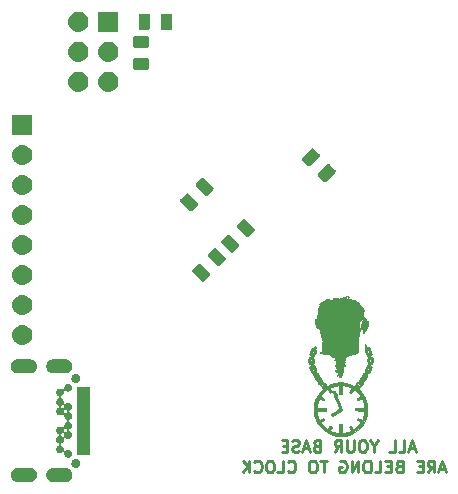
<source format=gbs>
G04 #@! TF.GenerationSoftware,KiCad,Pcbnew,(5.0.1)-4*
G04 #@! TF.CreationDate,2018-12-07T22:44:18-08:00*
G04 #@! TF.ProjectId,control_board,636F6E74726F6C5F626F6172642E6B69,rev?*
G04 #@! TF.SameCoordinates,Original*
G04 #@! TF.FileFunction,Soldermask,Bot*
G04 #@! TF.FilePolarity,Negative*
%FSLAX46Y46*%
G04 Gerber Fmt 4.6, Leading zero omitted, Abs format (unit mm)*
G04 Created by KiCad (PCBNEW (5.0.1)-4) date 12/7/2018 10:44:18 PM*
%MOMM*%
%LPD*%
G01*
G04 APERTURE LIST*
%ADD10C,0.250000*%
%ADD11C,0.010000*%
%ADD12C,0.350000*%
%ADD13C,0.100000*%
G04 APERTURE END LIST*
D10*
X169726809Y-67338266D02*
X169250619Y-67338266D01*
X169822047Y-67623980D02*
X169488714Y-66623980D01*
X169155380Y-67623980D01*
X168345857Y-67623980D02*
X168822047Y-67623980D01*
X168822047Y-66623980D01*
X167536333Y-67623980D02*
X168012523Y-67623980D01*
X168012523Y-66623980D01*
X166250619Y-67147790D02*
X166250619Y-67623980D01*
X166583952Y-66623980D02*
X166250619Y-67147790D01*
X165917285Y-66623980D01*
X165393476Y-66623980D02*
X165203000Y-66623980D01*
X165107761Y-66671600D01*
X165012523Y-66766838D01*
X164964904Y-66957314D01*
X164964904Y-67290647D01*
X165012523Y-67481123D01*
X165107761Y-67576361D01*
X165203000Y-67623980D01*
X165393476Y-67623980D01*
X165488714Y-67576361D01*
X165583952Y-67481123D01*
X165631571Y-67290647D01*
X165631571Y-66957314D01*
X165583952Y-66766838D01*
X165488714Y-66671600D01*
X165393476Y-66623980D01*
X164536333Y-66623980D02*
X164536333Y-67433504D01*
X164488714Y-67528742D01*
X164441095Y-67576361D01*
X164345857Y-67623980D01*
X164155380Y-67623980D01*
X164060142Y-67576361D01*
X164012523Y-67528742D01*
X163964904Y-67433504D01*
X163964904Y-66623980D01*
X162917285Y-67623980D02*
X163250619Y-67147790D01*
X163488714Y-67623980D02*
X163488714Y-66623980D01*
X163107761Y-66623980D01*
X163012523Y-66671600D01*
X162964904Y-66719219D01*
X162917285Y-66814457D01*
X162917285Y-66957314D01*
X162964904Y-67052552D01*
X163012523Y-67100171D01*
X163107761Y-67147790D01*
X163488714Y-67147790D01*
X161393476Y-67100171D02*
X161250619Y-67147790D01*
X161203000Y-67195409D01*
X161155380Y-67290647D01*
X161155380Y-67433504D01*
X161203000Y-67528742D01*
X161250619Y-67576361D01*
X161345857Y-67623980D01*
X161726809Y-67623980D01*
X161726809Y-66623980D01*
X161393476Y-66623980D01*
X161298238Y-66671600D01*
X161250619Y-66719219D01*
X161203000Y-66814457D01*
X161203000Y-66909695D01*
X161250619Y-67004933D01*
X161298238Y-67052552D01*
X161393476Y-67100171D01*
X161726809Y-67100171D01*
X160774428Y-67338266D02*
X160298238Y-67338266D01*
X160869666Y-67623980D02*
X160536333Y-66623980D01*
X160203000Y-67623980D01*
X159917285Y-67576361D02*
X159774428Y-67623980D01*
X159536333Y-67623980D01*
X159441095Y-67576361D01*
X159393476Y-67528742D01*
X159345857Y-67433504D01*
X159345857Y-67338266D01*
X159393476Y-67243028D01*
X159441095Y-67195409D01*
X159536333Y-67147790D01*
X159726809Y-67100171D01*
X159822047Y-67052552D01*
X159869666Y-67004933D01*
X159917285Y-66909695D01*
X159917285Y-66814457D01*
X159869666Y-66719219D01*
X159822047Y-66671600D01*
X159726809Y-66623980D01*
X159488714Y-66623980D01*
X159345857Y-66671600D01*
X158917285Y-67100171D02*
X158583952Y-67100171D01*
X158441095Y-67623980D02*
X158917285Y-67623980D01*
X158917285Y-66623980D01*
X158441095Y-66623980D01*
X172274428Y-69088266D02*
X171798238Y-69088266D01*
X172369666Y-69373980D02*
X172036333Y-68373980D01*
X171702999Y-69373980D01*
X170798238Y-69373980D02*
X171131571Y-68897790D01*
X171369666Y-69373980D02*
X171369666Y-68373980D01*
X170988714Y-68373980D01*
X170893476Y-68421600D01*
X170845857Y-68469219D01*
X170798238Y-68564457D01*
X170798238Y-68707314D01*
X170845857Y-68802552D01*
X170893476Y-68850171D01*
X170988714Y-68897790D01*
X171369666Y-68897790D01*
X170369666Y-68850171D02*
X170036333Y-68850171D01*
X169893476Y-69373980D02*
X170369666Y-69373980D01*
X170369666Y-68373980D01*
X169893476Y-68373980D01*
X168369666Y-68850171D02*
X168226809Y-68897790D01*
X168179190Y-68945409D01*
X168131571Y-69040647D01*
X168131571Y-69183504D01*
X168179190Y-69278742D01*
X168226809Y-69326361D01*
X168322047Y-69373980D01*
X168702999Y-69373980D01*
X168702999Y-68373980D01*
X168369666Y-68373980D01*
X168274428Y-68421600D01*
X168226809Y-68469219D01*
X168179190Y-68564457D01*
X168179190Y-68659695D01*
X168226809Y-68754933D01*
X168274428Y-68802552D01*
X168369666Y-68850171D01*
X168702999Y-68850171D01*
X167702999Y-68850171D02*
X167369666Y-68850171D01*
X167226809Y-69373980D02*
X167702999Y-69373980D01*
X167702999Y-68373980D01*
X167226809Y-68373980D01*
X166322047Y-69373980D02*
X166798238Y-69373980D01*
X166798238Y-68373980D01*
X165798238Y-68373980D02*
X165607761Y-68373980D01*
X165512523Y-68421600D01*
X165417285Y-68516838D01*
X165369666Y-68707314D01*
X165369666Y-69040647D01*
X165417285Y-69231123D01*
X165512523Y-69326361D01*
X165607761Y-69373980D01*
X165798238Y-69373980D01*
X165893476Y-69326361D01*
X165988714Y-69231123D01*
X166036333Y-69040647D01*
X166036333Y-68707314D01*
X165988714Y-68516838D01*
X165893476Y-68421600D01*
X165798238Y-68373980D01*
X164941095Y-69373980D02*
X164941095Y-68373980D01*
X164369666Y-69373980D01*
X164369666Y-68373980D01*
X163369666Y-68421600D02*
X163464904Y-68373980D01*
X163607761Y-68373980D01*
X163750619Y-68421600D01*
X163845857Y-68516838D01*
X163893476Y-68612076D01*
X163941095Y-68802552D01*
X163941095Y-68945409D01*
X163893476Y-69135885D01*
X163845857Y-69231123D01*
X163750619Y-69326361D01*
X163607761Y-69373980D01*
X163512523Y-69373980D01*
X163369666Y-69326361D01*
X163322047Y-69278742D01*
X163322047Y-68945409D01*
X163512523Y-68945409D01*
X162274428Y-68373980D02*
X161702999Y-68373980D01*
X161988714Y-69373980D02*
X161988714Y-68373980D01*
X161179190Y-68373980D02*
X160988714Y-68373980D01*
X160893476Y-68421600D01*
X160798238Y-68516838D01*
X160750619Y-68707314D01*
X160750619Y-69040647D01*
X160798238Y-69231123D01*
X160893476Y-69326361D01*
X160988714Y-69373980D01*
X161179190Y-69373980D01*
X161274428Y-69326361D01*
X161369666Y-69231123D01*
X161417285Y-69040647D01*
X161417285Y-68707314D01*
X161369666Y-68516838D01*
X161274428Y-68421600D01*
X161179190Y-68373980D01*
X158988714Y-69278742D02*
X159036333Y-69326361D01*
X159179190Y-69373980D01*
X159274428Y-69373980D01*
X159417285Y-69326361D01*
X159512523Y-69231123D01*
X159560142Y-69135885D01*
X159607761Y-68945409D01*
X159607761Y-68802552D01*
X159560142Y-68612076D01*
X159512523Y-68516838D01*
X159417285Y-68421600D01*
X159274428Y-68373980D01*
X159179190Y-68373980D01*
X159036333Y-68421600D01*
X158988714Y-68469219D01*
X158083952Y-69373980D02*
X158560142Y-69373980D01*
X158560142Y-68373980D01*
X157560142Y-68373980D02*
X157369666Y-68373980D01*
X157274428Y-68421600D01*
X157179190Y-68516838D01*
X157131571Y-68707314D01*
X157131571Y-69040647D01*
X157179190Y-69231123D01*
X157274428Y-69326361D01*
X157369666Y-69373980D01*
X157560142Y-69373980D01*
X157655380Y-69326361D01*
X157750619Y-69231123D01*
X157798238Y-69040647D01*
X157798238Y-68707314D01*
X157750619Y-68516838D01*
X157655380Y-68421600D01*
X157560142Y-68373980D01*
X156131571Y-69278742D02*
X156179190Y-69326361D01*
X156322047Y-69373980D01*
X156417285Y-69373980D01*
X156560142Y-69326361D01*
X156655380Y-69231123D01*
X156702999Y-69135885D01*
X156750619Y-68945409D01*
X156750619Y-68802552D01*
X156702999Y-68612076D01*
X156655380Y-68516838D01*
X156560142Y-68421600D01*
X156417285Y-68373980D01*
X156322047Y-68373980D01*
X156179190Y-68421600D01*
X156131571Y-68469219D01*
X155702999Y-69373980D02*
X155702999Y-68373980D01*
X155131571Y-69373980D02*
X155560142Y-68802552D01*
X155131571Y-68373980D02*
X155702999Y-68945409D01*
D11*
G04 #@! TO.C,G\002A\002A\002A*
G36*
X161257825Y-58722354D02*
X161217316Y-58778822D01*
X161176547Y-58854862D01*
X161130813Y-58954516D01*
X161114468Y-59017973D01*
X161128420Y-59051102D01*
X161173578Y-59059773D01*
X161207801Y-59056815D01*
X161220871Y-59070583D01*
X161210450Y-59121177D01*
X161186278Y-59187156D01*
X161153863Y-59272704D01*
X161128497Y-59347159D01*
X161119396Y-59379225D01*
X161100142Y-59430194D01*
X161083768Y-59450574D01*
X161065835Y-59445354D01*
X161062266Y-59411545D01*
X161072200Y-59369024D01*
X161088433Y-59342927D01*
X161098196Y-59308277D01*
X161073919Y-59274347D01*
X161021693Y-59236586D01*
X160987517Y-59246084D01*
X160978299Y-59264550D01*
X160974076Y-59265860D01*
X160977884Y-59226863D01*
X160978852Y-59220100D01*
X160997400Y-59155970D01*
X161033504Y-59070569D01*
X161065521Y-59007912D01*
X161112940Y-58908181D01*
X161124767Y-58842283D01*
X161100974Y-58807779D01*
X161063235Y-58801000D01*
X161028023Y-58815170D01*
X160990032Y-58862478D01*
X160943754Y-58950113D01*
X160935438Y-58967872D01*
X160897506Y-59052779D01*
X160869949Y-59120094D01*
X160858283Y-59156279D01*
X160858200Y-59157510D01*
X160848062Y-59193303D01*
X160822872Y-59253935D01*
X160814452Y-59272018D01*
X160788087Y-59332011D01*
X160786581Y-59366346D01*
X160812584Y-59395057D01*
X160832792Y-59410593D01*
X160882402Y-59439881D01*
X160915072Y-59444944D01*
X160915239Y-59444844D01*
X160924035Y-59459124D01*
X160922872Y-59509735D01*
X160918765Y-59542080D01*
X160904799Y-59619317D01*
X160893000Y-59660027D01*
X160885377Y-59659147D01*
X160883600Y-59630733D01*
X160863711Y-59598802D01*
X160817383Y-59588350D01*
X160764628Y-59600286D01*
X160733359Y-59623898D01*
X160718160Y-59671366D01*
X160710648Y-59766031D01*
X160711062Y-59904841D01*
X160711199Y-59909648D01*
X160718500Y-60159900D01*
X160791944Y-60168283D01*
X160853627Y-60163669D01*
X160886805Y-60142883D01*
X160904318Y-60124874D01*
X160908612Y-60150375D01*
X160913750Y-60204256D01*
X160924967Y-60271481D01*
X160931630Y-60325150D01*
X160918905Y-60340642D01*
X160902842Y-60336695D01*
X160855772Y-60341953D01*
X160810326Y-60379040D01*
X160784227Y-60431603D01*
X160782808Y-60447464D01*
X160798274Y-60501899D01*
X160818222Y-60535730D01*
X160841260Y-60591948D01*
X160840767Y-60627477D01*
X160848072Y-60673483D01*
X160867453Y-60688462D01*
X160897451Y-60721406D01*
X160920862Y-60783054D01*
X160923360Y-60794811D01*
X160944785Y-60866574D01*
X160974172Y-60919673D01*
X160977375Y-60923146D01*
X161030839Y-60953841D01*
X161089326Y-60957824D01*
X161133039Y-60936003D01*
X161143199Y-60915550D01*
X161153364Y-60889776D01*
X161170784Y-60905591D01*
X161185118Y-60930234D01*
X161207562Y-60997554D01*
X161190503Y-61038942D01*
X161136886Y-61048556D01*
X161126249Y-61046965D01*
X161076395Y-61046858D01*
X161061416Y-61075201D01*
X161061400Y-61076764D01*
X161075649Y-61106356D01*
X161123796Y-61106394D01*
X161166892Y-61102611D01*
X161170405Y-61122068D01*
X161161125Y-61141303D01*
X161154696Y-61201071D01*
X161186161Y-61287987D01*
X161256343Y-61404180D01*
X161270785Y-61425012D01*
X161301039Y-61475960D01*
X161309335Y-61507193D01*
X161308239Y-61509027D01*
X161314576Y-61533782D01*
X161349907Y-61575192D01*
X161400961Y-61621735D01*
X161454463Y-61661890D01*
X161497140Y-61684133D01*
X161510699Y-61684776D01*
X161565549Y-61662459D01*
X161580153Y-61656529D01*
X161619485Y-61664795D01*
X161646187Y-61697695D01*
X161662665Y-61735914D01*
X161649893Y-61737283D01*
X161647022Y-61735578D01*
X161605730Y-61734892D01*
X161564762Y-61765396D01*
X161544169Y-61811470D01*
X161544000Y-61815850D01*
X161560932Y-61851959D01*
X161605745Y-61912634D01*
X161669471Y-61988241D01*
X161743139Y-62069144D01*
X161817779Y-62145708D01*
X161884421Y-62208296D01*
X161934095Y-62247274D01*
X161953186Y-62255386D01*
X161955659Y-62271719D01*
X161923998Y-62317677D01*
X161861663Y-62388718D01*
X161812893Y-62439550D01*
X161598751Y-62692125D01*
X161426459Y-62969071D01*
X161296887Y-63265100D01*
X161210904Y-63574923D01*
X161169380Y-63893251D01*
X161173183Y-64214797D01*
X161223183Y-64534271D01*
X161320250Y-64846386D01*
X161390902Y-65006660D01*
X161557421Y-65290619D01*
X161763891Y-65547773D01*
X162004792Y-65773627D01*
X162274605Y-65963683D01*
X162567814Y-66113445D01*
X162877500Y-66218060D01*
X163062790Y-66254185D01*
X163270235Y-66276183D01*
X163481026Y-66283237D01*
X163676356Y-66274529D01*
X163796832Y-66258045D01*
X164142993Y-66168230D01*
X164459814Y-66037346D01*
X164745861Y-65866627D01*
X164999701Y-65657306D01*
X165219899Y-65410613D01*
X165405022Y-65127783D01*
X165553637Y-64810047D01*
X165587236Y-64718669D01*
X165617079Y-64631406D01*
X165638831Y-64559772D01*
X165653772Y-64493110D01*
X165663180Y-64420763D01*
X165668334Y-64332073D01*
X165670513Y-64216384D01*
X165670997Y-64063039D01*
X165671003Y-64020700D01*
X165670852Y-63930446D01*
X165461285Y-63930446D01*
X165071093Y-63937473D01*
X164680900Y-63944500D01*
X164680900Y-64122300D01*
X165069994Y-64129320D01*
X165459088Y-64136341D01*
X165442101Y-64281720D01*
X165427530Y-64362956D01*
X165401231Y-64472367D01*
X165367501Y-64595275D01*
X165330639Y-64717005D01*
X165294940Y-64822878D01*
X165264704Y-64898217D01*
X165257384Y-64912593D01*
X165236724Y-64925466D01*
X165195462Y-64914884D01*
X165124957Y-64878017D01*
X165091688Y-64858329D01*
X165012378Y-64813325D01*
X164947524Y-64781507D01*
X164912306Y-64770000D01*
X164882750Y-64790202D01*
X164848966Y-64836662D01*
X164824790Y-64888155D01*
X164820600Y-64910677D01*
X164840903Y-64927978D01*
X164893866Y-64961946D01*
X164960300Y-65000807D01*
X165035742Y-65045761D01*
X165092189Y-65083805D01*
X165115121Y-65104115D01*
X165110393Y-65141121D01*
X165073929Y-65203920D01*
X165012393Y-65285051D01*
X164932451Y-65377052D01*
X164840766Y-65472460D01*
X164744005Y-65563813D01*
X164648831Y-65643650D01*
X164602790Y-65677712D01*
X164524680Y-65732336D01*
X164428938Y-65568668D01*
X164380711Y-65489907D01*
X164341084Y-65431898D01*
X164317594Y-65405549D01*
X164315850Y-65405000D01*
X164278921Y-65419761D01*
X164231579Y-65453278D01*
X164194466Y-65489397D01*
X164185600Y-65506922D01*
X164197649Y-65539644D01*
X164228841Y-65600840D01*
X164261800Y-65659000D01*
X164302849Y-65732612D01*
X164330514Y-65789867D01*
X164338000Y-65813420D01*
X164314776Y-65840516D01*
X164251882Y-65874268D01*
X164159487Y-65911492D01*
X164047757Y-65949003D01*
X163926861Y-65983617D01*
X163806968Y-66012148D01*
X163698244Y-66031413D01*
X163620450Y-66038160D01*
X163525200Y-66040000D01*
X163525200Y-65249533D01*
X163429950Y-65257416D01*
X163334700Y-65265300D01*
X163327689Y-65652650D01*
X163320677Y-66040000D01*
X163236502Y-66040000D01*
X163164161Y-66032991D01*
X163065988Y-66014052D01*
X162952289Y-65986312D01*
X162833372Y-65952901D01*
X162719543Y-65916948D01*
X162621111Y-65881582D01*
X162548381Y-65849933D01*
X162511662Y-65825130D01*
X162509200Y-65819174D01*
X162520465Y-65792821D01*
X162550007Y-65734615D01*
X162591449Y-65657121D01*
X162591750Y-65656568D01*
X162674300Y-65505332D01*
X162610800Y-65455731D01*
X162562514Y-65421024D01*
X162533458Y-65405602D01*
X162533011Y-65405564D01*
X162514407Y-65425697D01*
X162479128Y-65479113D01*
X162434680Y-65554419D01*
X162433000Y-65557400D01*
X162386459Y-65633640D01*
X162346112Y-65688296D01*
X162320535Y-65709787D01*
X162320183Y-65709800D01*
X162274780Y-65691497D01*
X162205196Y-65641801D01*
X162119553Y-65568527D01*
X162025969Y-65479490D01*
X161932564Y-65382506D01*
X161847458Y-65285390D01*
X161778770Y-65195957D01*
X161764779Y-65175199D01*
X161722706Y-65110499D01*
X161887598Y-65015661D01*
X162052490Y-64920824D01*
X162013493Y-64845412D01*
X161978435Y-64794074D01*
X161945650Y-64770714D01*
X161943398Y-64770573D01*
X161906915Y-64783553D01*
X161842565Y-64816836D01*
X161772600Y-64858147D01*
X161699114Y-64900095D01*
X161643256Y-64924902D01*
X161618002Y-64927423D01*
X161583373Y-64867285D01*
X161544571Y-64770177D01*
X161505299Y-64649317D01*
X161469256Y-64517922D01*
X161440143Y-64389209D01*
X161421660Y-64276394D01*
X161417000Y-64209539D01*
X161417000Y-64135000D01*
X162179000Y-64135000D01*
X162179000Y-63931800D01*
X161417000Y-63931800D01*
X161417000Y-63821563D01*
X161426480Y-63717455D01*
X161451981Y-63584462D01*
X161489100Y-63440211D01*
X161533434Y-63302331D01*
X161568995Y-63213200D01*
X161623507Y-63091500D01*
X161717104Y-63147908D01*
X161788899Y-63191961D01*
X161849992Y-63230728D01*
X161860802Y-63237858D01*
X161925451Y-63268093D01*
X161973222Y-63253753D01*
X162012791Y-63197345D01*
X162051086Y-63123291D01*
X161930893Y-63053699D01*
X161831744Y-62996488D01*
X161771524Y-62956376D01*
X161746705Y-62922567D01*
X161753759Y-62884267D01*
X161789160Y-62830681D01*
X161837270Y-62767224D01*
X161899417Y-62692671D01*
X161978904Y-62608752D01*
X162066760Y-62523592D01*
X162154015Y-62445317D01*
X162231698Y-62382053D01*
X162290838Y-62341925D01*
X162317873Y-62331901D01*
X162342394Y-62352731D01*
X162381606Y-62407087D01*
X162427075Y-62483263D01*
X162427646Y-62484301D01*
X162471170Y-62560355D01*
X162505720Y-62614896D01*
X162523974Y-62636386D01*
X162524158Y-62636400D01*
X162553343Y-62625856D01*
X162607181Y-62600149D01*
X162613475Y-62596917D01*
X162689826Y-62557434D01*
X162599513Y-62395940D01*
X162555533Y-62315792D01*
X162523396Y-62254363D01*
X162509369Y-62223675D01*
X162509200Y-62222650D01*
X162532288Y-62200514D01*
X162594684Y-62170565D01*
X162686089Y-62135935D01*
X162796205Y-62099754D01*
X162914733Y-62065152D01*
X163031373Y-62035258D01*
X163135827Y-62013204D01*
X163217796Y-62002119D01*
X163237164Y-62001400D01*
X163322000Y-62001400D01*
X163322000Y-62763400D01*
X163525200Y-62763400D01*
X163525200Y-61994054D01*
X163684144Y-62008896D01*
X163787325Y-62024371D01*
X163909598Y-62051426D01*
X164036700Y-62085905D01*
X164154366Y-62123651D01*
X164248331Y-62160509D01*
X164298858Y-62187996D01*
X164322584Y-62208655D01*
X164329347Y-62232445D01*
X164316447Y-62270766D01*
X164281187Y-62335016D01*
X164252625Y-62383286D01*
X164203765Y-62467327D01*
X164181578Y-62520390D01*
X164187109Y-62555358D01*
X164221402Y-62585115D01*
X164271381Y-62614473D01*
X164295889Y-62627524D01*
X164315427Y-62628555D01*
X164336915Y-62610465D01*
X164367269Y-62566156D01*
X164413407Y-62488530D01*
X164442010Y-62439380D01*
X164519723Y-62305860D01*
X164634949Y-62388580D01*
X164705301Y-62445400D01*
X164791616Y-62524231D01*
X164883623Y-62614579D01*
X164971049Y-62705948D01*
X165043622Y-62787845D01*
X165091069Y-62849775D01*
X165098456Y-62862113D01*
X165107787Y-62891448D01*
X165095347Y-62919066D01*
X165053563Y-62953571D01*
X164974864Y-63003567D01*
X164972932Y-63004741D01*
X164883887Y-63063086D01*
X164836452Y-63108686D01*
X164826199Y-63150267D01*
X164848701Y-63196557D01*
X164865050Y-63217355D01*
X164909500Y-63270538D01*
X165049200Y-63182643D01*
X165125402Y-63137143D01*
X165186345Y-63105176D01*
X165216638Y-63094173D01*
X165244339Y-63117017D01*
X165278758Y-63180147D01*
X165316751Y-63274015D01*
X165355177Y-63389073D01*
X165390891Y-63515772D01*
X165420753Y-63644566D01*
X165441618Y-63765907D01*
X165444041Y-63785073D01*
X165461285Y-63930446D01*
X165670852Y-63930446D01*
X165670729Y-63857016D01*
X165669057Y-63733479D01*
X165664709Y-63639437D01*
X165656409Y-63564237D01*
X165642879Y-63497226D01*
X165622843Y-63427751D01*
X165595024Y-63345161D01*
X165587398Y-63323212D01*
X165537551Y-63192807D01*
X165477804Y-63055330D01*
X165418722Y-62934636D01*
X165400964Y-62902194D01*
X165326819Y-62784270D01*
X165235108Y-62656752D01*
X165136061Y-62532356D01*
X165039909Y-62423795D01*
X164956879Y-62343786D01*
X164942069Y-62331803D01*
X164873037Y-62278399D01*
X165043669Y-62123316D01*
X165118185Y-62052782D01*
X165174704Y-61993891D01*
X165205071Y-61955411D01*
X165207950Y-61946717D01*
X165222008Y-61927427D01*
X165236983Y-61925200D01*
X165276506Y-61902297D01*
X165299668Y-61841518D01*
X165303200Y-61797621D01*
X165287942Y-61744865D01*
X165248524Y-61733459D01*
X165200000Y-61761548D01*
X165164406Y-61785092D01*
X165150800Y-61778235D01*
X165169466Y-61739928D01*
X165176496Y-61734517D01*
X165208324Y-61701913D01*
X165250941Y-61642609D01*
X165296135Y-61570430D01*
X165335698Y-61499200D01*
X165361417Y-61442743D01*
X165365809Y-61415757D01*
X165328856Y-61391756D01*
X165285385Y-61407538D01*
X165252400Y-61455300D01*
X165227126Y-61502341D01*
X165205871Y-61518800D01*
X165178375Y-61539340D01*
X165137337Y-61591631D01*
X165091303Y-61661675D01*
X165048820Y-61735477D01*
X165018432Y-61799041D01*
X165008687Y-61838369D01*
X165009290Y-61840741D01*
X165042768Y-61870983D01*
X165061103Y-61874400D01*
X165094965Y-61885104D01*
X165090521Y-61918575D01*
X165046664Y-61976844D01*
X164962284Y-62061945D01*
X164955122Y-62068688D01*
X164879664Y-62136014D01*
X164822007Y-62181231D01*
X164786731Y-62202314D01*
X164778413Y-62197237D01*
X164801633Y-62163975D01*
X164843873Y-62117894D01*
X164896380Y-62050955D01*
X164908264Y-62003016D01*
X164879171Y-61978373D01*
X164855562Y-61976000D01*
X164815385Y-61994134D01*
X164764849Y-62038922D01*
X164754516Y-62050638D01*
X164691712Y-62125277D01*
X164508506Y-62027250D01*
X164327401Y-61940110D01*
X164135899Y-61868920D01*
X163918928Y-61808595D01*
X163749897Y-61771338D01*
X163635657Y-61749412D01*
X163547012Y-61737280D01*
X163465745Y-61734480D01*
X163373638Y-61740545D01*
X163252473Y-61755014D01*
X163229197Y-61758074D01*
X162891960Y-61821564D01*
X162588683Y-61917949D01*
X162362921Y-62023435D01*
X162184154Y-62121700D01*
X162092919Y-62030465D01*
X162037571Y-61977994D01*
X162003436Y-61957939D01*
X161977355Y-61965308D01*
X161960621Y-61980293D01*
X161934226Y-62014226D01*
X161943595Y-62044161D01*
X161966729Y-62069627D01*
X162019504Y-62127025D01*
X162052000Y-62165407D01*
X162075122Y-62199705D01*
X162067609Y-62204488D01*
X162036139Y-62184715D01*
X161987391Y-62145346D01*
X161928043Y-62091340D01*
X161864772Y-62027654D01*
X161860816Y-62023440D01*
X161797005Y-61954134D01*
X161764413Y-61912896D01*
X161759255Y-61890977D01*
X161777747Y-61879629D01*
X161796497Y-61874754D01*
X161845742Y-61856096D01*
X161853370Y-61841913D01*
X161738877Y-61841913D01*
X161717206Y-61830220D01*
X161709682Y-61824082D01*
X161677796Y-61793441D01*
X161671000Y-61782389D01*
X161684597Y-61770242D01*
X161712094Y-61785552D01*
X161732364Y-61814492D01*
X161738877Y-61841913D01*
X161853370Y-61841913D01*
X161862175Y-61825543D01*
X161845378Y-61774838D01*
X161794931Y-61695719D01*
X161786823Y-61684244D01*
X161738848Y-61614866D01*
X161717779Y-61574051D01*
X161720590Y-61549317D01*
X161744255Y-61528181D01*
X161748297Y-61525333D01*
X161767516Y-61506100D01*
X161669792Y-61506100D01*
X161621875Y-61448950D01*
X161568148Y-61403190D01*
X161520412Y-61389955D01*
X161489884Y-61405741D01*
X161487786Y-61447041D01*
X161506397Y-61485022D01*
X161531584Y-61530924D01*
X161526255Y-61541641D01*
X161494932Y-61518767D01*
X161442140Y-61463899D01*
X161440162Y-61461650D01*
X161396805Y-61410099D01*
X161385199Y-61384665D01*
X161402921Y-61373878D01*
X161420906Y-61370572D01*
X161451900Y-61362320D01*
X161445779Y-61347182D01*
X161398898Y-61316324D01*
X161398378Y-61316008D01*
X161341936Y-61268321D01*
X161308534Y-61215623D01*
X161307760Y-61212927D01*
X161302074Y-61175654D01*
X161317874Y-61181050D01*
X161321902Y-61184941D01*
X161369440Y-61211125D01*
X161416009Y-61208538D01*
X161441571Y-61179505D01*
X161442400Y-61170965D01*
X161452730Y-61156436D01*
X161484466Y-61186167D01*
X161504130Y-61211600D01*
X161540029Y-61272484D01*
X161553700Y-61321481D01*
X161552213Y-61330835D01*
X161557743Y-61361857D01*
X161573033Y-61366598D01*
X161606958Y-61387661D01*
X161638646Y-61436448D01*
X161669792Y-61506100D01*
X161767516Y-61506100D01*
X161786942Y-61486661D01*
X161797457Y-61460209D01*
X161784190Y-61426925D01*
X161749209Y-61362157D01*
X161698988Y-61276680D01*
X161640003Y-61181271D01*
X161603609Y-61125100D01*
X161290000Y-61125100D01*
X161277300Y-61137800D01*
X161264600Y-61125100D01*
X161277300Y-61112400D01*
X161290000Y-61125100D01*
X161603609Y-61125100D01*
X161578732Y-61086705D01*
X161531185Y-61017150D01*
X161488109Y-60978118D01*
X161439251Y-60960830D01*
X161401632Y-60968370D01*
X161391036Y-60991750D01*
X161378818Y-60995629D01*
X161350927Y-60970919D01*
X161319280Y-60931682D01*
X161295798Y-60891982D01*
X161290565Y-60873216D01*
X161302105Y-60862930D01*
X161306713Y-60866646D01*
X161336633Y-60868479D01*
X161370360Y-60840178D01*
X161379885Y-60820300D01*
X161290000Y-60820300D01*
X161277300Y-60833000D01*
X161264600Y-60820300D01*
X161277300Y-60807600D01*
X161290000Y-60820300D01*
X161379885Y-60820300D01*
X161390648Y-60797839D01*
X161391600Y-60787432D01*
X161381707Y-60741427D01*
X161373393Y-60716523D01*
X161211346Y-60716523D01*
X161194719Y-60722591D01*
X161193888Y-60722091D01*
X161156684Y-60724177D01*
X161132773Y-60742505D01*
X161088253Y-60772084D01*
X161054820Y-60753331D01*
X161040128Y-60706882D01*
X161046435Y-60652499D01*
X161065528Y-60626711D01*
X161079519Y-60610079D01*
X161046194Y-60604798D01*
X161045068Y-60604788D01*
X160990397Y-60582461D01*
X160962438Y-60523780D01*
X160960573Y-60494372D01*
X160970958Y-60487888D01*
X160986997Y-60508725D01*
X161015315Y-60538087D01*
X161054880Y-60526286D01*
X161060782Y-60522691D01*
X161093692Y-60491455D01*
X161096359Y-60472316D01*
X161102730Y-60453213D01*
X161111330Y-60452000D01*
X161140360Y-60475356D01*
X161171198Y-60538142D01*
X161198952Y-60629429D01*
X161206914Y-60665499D01*
X161211346Y-60716523D01*
X161373393Y-60716523D01*
X161355760Y-60663707D01*
X161319358Y-60568509D01*
X161278099Y-60470073D01*
X161237582Y-60382637D01*
X161237328Y-60382150D01*
X161111812Y-60382150D01*
X161107801Y-60419264D01*
X161092861Y-60410139D01*
X161086800Y-60401200D01*
X161065279Y-60358641D01*
X161061789Y-60344050D01*
X161080858Y-60325531D01*
X161086800Y-60325000D01*
X161106474Y-60346512D01*
X161111812Y-60382150D01*
X161237328Y-60382150D01*
X161216830Y-60342938D01*
X161169859Y-60284595D01*
X161115369Y-60249748D01*
X161110556Y-60248411D01*
X161060367Y-60222294D01*
X161041005Y-60192527D01*
X161047015Y-60163104D01*
X161085322Y-60164853D01*
X161109806Y-60170934D01*
X161126109Y-60168379D01*
X161136140Y-60148906D01*
X161141807Y-60104235D01*
X161145022Y-60026087D01*
X161147694Y-59906179D01*
X161147970Y-59893200D01*
X161026988Y-59893200D01*
X161025601Y-59986799D01*
X161021940Y-60048082D01*
X161016615Y-60070216D01*
X161012197Y-60058610D01*
X160986087Y-59997390D01*
X160951455Y-59973851D01*
X160908040Y-59986444D01*
X160890233Y-60022980D01*
X160877427Y-60062688D01*
X160865700Y-60055401D01*
X160855718Y-60031539D01*
X160840558Y-59957756D01*
X160837372Y-59862553D01*
X160845943Y-59772474D01*
X160858200Y-59728100D01*
X160874897Y-59693820D01*
X160880637Y-59707235D01*
X160881815Y-59734450D01*
X160887230Y-59779131D01*
X160894223Y-59791600D01*
X160924134Y-59799486D01*
X160943722Y-59806518D01*
X160975819Y-59801651D01*
X161000003Y-59753738D01*
X161004845Y-59736668D01*
X161015113Y-59708006D01*
X161021856Y-59717689D01*
X161025623Y-59769599D01*
X161026963Y-59867617D01*
X161026988Y-59893200D01*
X161147970Y-59893200D01*
X161147230Y-59752378D01*
X161137463Y-59659175D01*
X161117961Y-59611093D01*
X161088020Y-59605637D01*
X161069890Y-59617294D01*
X161042420Y-59633947D01*
X161037118Y-59611307D01*
X161039911Y-59587577D01*
X161061422Y-59538402D01*
X161109294Y-59525292D01*
X161140550Y-59523367D01*
X161164869Y-59512315D01*
X161188843Y-59483499D01*
X161219066Y-59428286D01*
X161262132Y-59338040D01*
X161277595Y-59304878D01*
X161316294Y-59211996D01*
X161332240Y-59139245D01*
X161329709Y-59063741D01*
X161326723Y-59041967D01*
X161312621Y-58971691D01*
X161297350Y-58947879D01*
X161284336Y-58957188D01*
X161271436Y-58970602D01*
X161275059Y-58949821D01*
X161296532Y-58890278D01*
X161323960Y-58820404D01*
X161338909Y-58758679D01*
X161323048Y-58722287D01*
X161291277Y-58705131D01*
X161257825Y-58722354D01*
X161257825Y-58722354D01*
G37*
X161257825Y-58722354D02*
X161217316Y-58778822D01*
X161176547Y-58854862D01*
X161130813Y-58954516D01*
X161114468Y-59017973D01*
X161128420Y-59051102D01*
X161173578Y-59059773D01*
X161207801Y-59056815D01*
X161220871Y-59070583D01*
X161210450Y-59121177D01*
X161186278Y-59187156D01*
X161153863Y-59272704D01*
X161128497Y-59347159D01*
X161119396Y-59379225D01*
X161100142Y-59430194D01*
X161083768Y-59450574D01*
X161065835Y-59445354D01*
X161062266Y-59411545D01*
X161072200Y-59369024D01*
X161088433Y-59342927D01*
X161098196Y-59308277D01*
X161073919Y-59274347D01*
X161021693Y-59236586D01*
X160987517Y-59246084D01*
X160978299Y-59264550D01*
X160974076Y-59265860D01*
X160977884Y-59226863D01*
X160978852Y-59220100D01*
X160997400Y-59155970D01*
X161033504Y-59070569D01*
X161065521Y-59007912D01*
X161112940Y-58908181D01*
X161124767Y-58842283D01*
X161100974Y-58807779D01*
X161063235Y-58801000D01*
X161028023Y-58815170D01*
X160990032Y-58862478D01*
X160943754Y-58950113D01*
X160935438Y-58967872D01*
X160897506Y-59052779D01*
X160869949Y-59120094D01*
X160858283Y-59156279D01*
X160858200Y-59157510D01*
X160848062Y-59193303D01*
X160822872Y-59253935D01*
X160814452Y-59272018D01*
X160788087Y-59332011D01*
X160786581Y-59366346D01*
X160812584Y-59395057D01*
X160832792Y-59410593D01*
X160882402Y-59439881D01*
X160915072Y-59444944D01*
X160915239Y-59444844D01*
X160924035Y-59459124D01*
X160922872Y-59509735D01*
X160918765Y-59542080D01*
X160904799Y-59619317D01*
X160893000Y-59660027D01*
X160885377Y-59659147D01*
X160883600Y-59630733D01*
X160863711Y-59598802D01*
X160817383Y-59588350D01*
X160764628Y-59600286D01*
X160733359Y-59623898D01*
X160718160Y-59671366D01*
X160710648Y-59766031D01*
X160711062Y-59904841D01*
X160711199Y-59909648D01*
X160718500Y-60159900D01*
X160791944Y-60168283D01*
X160853627Y-60163669D01*
X160886805Y-60142883D01*
X160904318Y-60124874D01*
X160908612Y-60150375D01*
X160913750Y-60204256D01*
X160924967Y-60271481D01*
X160931630Y-60325150D01*
X160918905Y-60340642D01*
X160902842Y-60336695D01*
X160855772Y-60341953D01*
X160810326Y-60379040D01*
X160784227Y-60431603D01*
X160782808Y-60447464D01*
X160798274Y-60501899D01*
X160818222Y-60535730D01*
X160841260Y-60591948D01*
X160840767Y-60627477D01*
X160848072Y-60673483D01*
X160867453Y-60688462D01*
X160897451Y-60721406D01*
X160920862Y-60783054D01*
X160923360Y-60794811D01*
X160944785Y-60866574D01*
X160974172Y-60919673D01*
X160977375Y-60923146D01*
X161030839Y-60953841D01*
X161089326Y-60957824D01*
X161133039Y-60936003D01*
X161143199Y-60915550D01*
X161153364Y-60889776D01*
X161170784Y-60905591D01*
X161185118Y-60930234D01*
X161207562Y-60997554D01*
X161190503Y-61038942D01*
X161136886Y-61048556D01*
X161126249Y-61046965D01*
X161076395Y-61046858D01*
X161061416Y-61075201D01*
X161061400Y-61076764D01*
X161075649Y-61106356D01*
X161123796Y-61106394D01*
X161166892Y-61102611D01*
X161170405Y-61122068D01*
X161161125Y-61141303D01*
X161154696Y-61201071D01*
X161186161Y-61287987D01*
X161256343Y-61404180D01*
X161270785Y-61425012D01*
X161301039Y-61475960D01*
X161309335Y-61507193D01*
X161308239Y-61509027D01*
X161314576Y-61533782D01*
X161349907Y-61575192D01*
X161400961Y-61621735D01*
X161454463Y-61661890D01*
X161497140Y-61684133D01*
X161510699Y-61684776D01*
X161565549Y-61662459D01*
X161580153Y-61656529D01*
X161619485Y-61664795D01*
X161646187Y-61697695D01*
X161662665Y-61735914D01*
X161649893Y-61737283D01*
X161647022Y-61735578D01*
X161605730Y-61734892D01*
X161564762Y-61765396D01*
X161544169Y-61811470D01*
X161544000Y-61815850D01*
X161560932Y-61851959D01*
X161605745Y-61912634D01*
X161669471Y-61988241D01*
X161743139Y-62069144D01*
X161817779Y-62145708D01*
X161884421Y-62208296D01*
X161934095Y-62247274D01*
X161953186Y-62255386D01*
X161955659Y-62271719D01*
X161923998Y-62317677D01*
X161861663Y-62388718D01*
X161812893Y-62439550D01*
X161598751Y-62692125D01*
X161426459Y-62969071D01*
X161296887Y-63265100D01*
X161210904Y-63574923D01*
X161169380Y-63893251D01*
X161173183Y-64214797D01*
X161223183Y-64534271D01*
X161320250Y-64846386D01*
X161390902Y-65006660D01*
X161557421Y-65290619D01*
X161763891Y-65547773D01*
X162004792Y-65773627D01*
X162274605Y-65963683D01*
X162567814Y-66113445D01*
X162877500Y-66218060D01*
X163062790Y-66254185D01*
X163270235Y-66276183D01*
X163481026Y-66283237D01*
X163676356Y-66274529D01*
X163796832Y-66258045D01*
X164142993Y-66168230D01*
X164459814Y-66037346D01*
X164745861Y-65866627D01*
X164999701Y-65657306D01*
X165219899Y-65410613D01*
X165405022Y-65127783D01*
X165553637Y-64810047D01*
X165587236Y-64718669D01*
X165617079Y-64631406D01*
X165638831Y-64559772D01*
X165653772Y-64493110D01*
X165663180Y-64420763D01*
X165668334Y-64332073D01*
X165670513Y-64216384D01*
X165670997Y-64063039D01*
X165671003Y-64020700D01*
X165670852Y-63930446D01*
X165461285Y-63930446D01*
X165071093Y-63937473D01*
X164680900Y-63944500D01*
X164680900Y-64122300D01*
X165069994Y-64129320D01*
X165459088Y-64136341D01*
X165442101Y-64281720D01*
X165427530Y-64362956D01*
X165401231Y-64472367D01*
X165367501Y-64595275D01*
X165330639Y-64717005D01*
X165294940Y-64822878D01*
X165264704Y-64898217D01*
X165257384Y-64912593D01*
X165236724Y-64925466D01*
X165195462Y-64914884D01*
X165124957Y-64878017D01*
X165091688Y-64858329D01*
X165012378Y-64813325D01*
X164947524Y-64781507D01*
X164912306Y-64770000D01*
X164882750Y-64790202D01*
X164848966Y-64836662D01*
X164824790Y-64888155D01*
X164820600Y-64910677D01*
X164840903Y-64927978D01*
X164893866Y-64961946D01*
X164960300Y-65000807D01*
X165035742Y-65045761D01*
X165092189Y-65083805D01*
X165115121Y-65104115D01*
X165110393Y-65141121D01*
X165073929Y-65203920D01*
X165012393Y-65285051D01*
X164932451Y-65377052D01*
X164840766Y-65472460D01*
X164744005Y-65563813D01*
X164648831Y-65643650D01*
X164602790Y-65677712D01*
X164524680Y-65732336D01*
X164428938Y-65568668D01*
X164380711Y-65489907D01*
X164341084Y-65431898D01*
X164317594Y-65405549D01*
X164315850Y-65405000D01*
X164278921Y-65419761D01*
X164231579Y-65453278D01*
X164194466Y-65489397D01*
X164185600Y-65506922D01*
X164197649Y-65539644D01*
X164228841Y-65600840D01*
X164261800Y-65659000D01*
X164302849Y-65732612D01*
X164330514Y-65789867D01*
X164338000Y-65813420D01*
X164314776Y-65840516D01*
X164251882Y-65874268D01*
X164159487Y-65911492D01*
X164047757Y-65949003D01*
X163926861Y-65983617D01*
X163806968Y-66012148D01*
X163698244Y-66031413D01*
X163620450Y-66038160D01*
X163525200Y-66040000D01*
X163525200Y-65249533D01*
X163429950Y-65257416D01*
X163334700Y-65265300D01*
X163327689Y-65652650D01*
X163320677Y-66040000D01*
X163236502Y-66040000D01*
X163164161Y-66032991D01*
X163065988Y-66014052D01*
X162952289Y-65986312D01*
X162833372Y-65952901D01*
X162719543Y-65916948D01*
X162621111Y-65881582D01*
X162548381Y-65849933D01*
X162511662Y-65825130D01*
X162509200Y-65819174D01*
X162520465Y-65792821D01*
X162550007Y-65734615D01*
X162591449Y-65657121D01*
X162591750Y-65656568D01*
X162674300Y-65505332D01*
X162610800Y-65455731D01*
X162562514Y-65421024D01*
X162533458Y-65405602D01*
X162533011Y-65405564D01*
X162514407Y-65425697D01*
X162479128Y-65479113D01*
X162434680Y-65554419D01*
X162433000Y-65557400D01*
X162386459Y-65633640D01*
X162346112Y-65688296D01*
X162320535Y-65709787D01*
X162320183Y-65709800D01*
X162274780Y-65691497D01*
X162205196Y-65641801D01*
X162119553Y-65568527D01*
X162025969Y-65479490D01*
X161932564Y-65382506D01*
X161847458Y-65285390D01*
X161778770Y-65195957D01*
X161764779Y-65175199D01*
X161722706Y-65110499D01*
X161887598Y-65015661D01*
X162052490Y-64920824D01*
X162013493Y-64845412D01*
X161978435Y-64794074D01*
X161945650Y-64770714D01*
X161943398Y-64770573D01*
X161906915Y-64783553D01*
X161842565Y-64816836D01*
X161772600Y-64858147D01*
X161699114Y-64900095D01*
X161643256Y-64924902D01*
X161618002Y-64927423D01*
X161583373Y-64867285D01*
X161544571Y-64770177D01*
X161505299Y-64649317D01*
X161469256Y-64517922D01*
X161440143Y-64389209D01*
X161421660Y-64276394D01*
X161417000Y-64209539D01*
X161417000Y-64135000D01*
X162179000Y-64135000D01*
X162179000Y-63931800D01*
X161417000Y-63931800D01*
X161417000Y-63821563D01*
X161426480Y-63717455D01*
X161451981Y-63584462D01*
X161489100Y-63440211D01*
X161533434Y-63302331D01*
X161568995Y-63213200D01*
X161623507Y-63091500D01*
X161717104Y-63147908D01*
X161788899Y-63191961D01*
X161849992Y-63230728D01*
X161860802Y-63237858D01*
X161925451Y-63268093D01*
X161973222Y-63253753D01*
X162012791Y-63197345D01*
X162051086Y-63123291D01*
X161930893Y-63053699D01*
X161831744Y-62996488D01*
X161771524Y-62956376D01*
X161746705Y-62922567D01*
X161753759Y-62884267D01*
X161789160Y-62830681D01*
X161837270Y-62767224D01*
X161899417Y-62692671D01*
X161978904Y-62608752D01*
X162066760Y-62523592D01*
X162154015Y-62445317D01*
X162231698Y-62382053D01*
X162290838Y-62341925D01*
X162317873Y-62331901D01*
X162342394Y-62352731D01*
X162381606Y-62407087D01*
X162427075Y-62483263D01*
X162427646Y-62484301D01*
X162471170Y-62560355D01*
X162505720Y-62614896D01*
X162523974Y-62636386D01*
X162524158Y-62636400D01*
X162553343Y-62625856D01*
X162607181Y-62600149D01*
X162613475Y-62596917D01*
X162689826Y-62557434D01*
X162599513Y-62395940D01*
X162555533Y-62315792D01*
X162523396Y-62254363D01*
X162509369Y-62223675D01*
X162509200Y-62222650D01*
X162532288Y-62200514D01*
X162594684Y-62170565D01*
X162686089Y-62135935D01*
X162796205Y-62099754D01*
X162914733Y-62065152D01*
X163031373Y-62035258D01*
X163135827Y-62013204D01*
X163217796Y-62002119D01*
X163237164Y-62001400D01*
X163322000Y-62001400D01*
X163322000Y-62763400D01*
X163525200Y-62763400D01*
X163525200Y-61994054D01*
X163684144Y-62008896D01*
X163787325Y-62024371D01*
X163909598Y-62051426D01*
X164036700Y-62085905D01*
X164154366Y-62123651D01*
X164248331Y-62160509D01*
X164298858Y-62187996D01*
X164322584Y-62208655D01*
X164329347Y-62232445D01*
X164316447Y-62270766D01*
X164281187Y-62335016D01*
X164252625Y-62383286D01*
X164203765Y-62467327D01*
X164181578Y-62520390D01*
X164187109Y-62555358D01*
X164221402Y-62585115D01*
X164271381Y-62614473D01*
X164295889Y-62627524D01*
X164315427Y-62628555D01*
X164336915Y-62610465D01*
X164367269Y-62566156D01*
X164413407Y-62488530D01*
X164442010Y-62439380D01*
X164519723Y-62305860D01*
X164634949Y-62388580D01*
X164705301Y-62445400D01*
X164791616Y-62524231D01*
X164883623Y-62614579D01*
X164971049Y-62705948D01*
X165043622Y-62787845D01*
X165091069Y-62849775D01*
X165098456Y-62862113D01*
X165107787Y-62891448D01*
X165095347Y-62919066D01*
X165053563Y-62953571D01*
X164974864Y-63003567D01*
X164972932Y-63004741D01*
X164883887Y-63063086D01*
X164836452Y-63108686D01*
X164826199Y-63150267D01*
X164848701Y-63196557D01*
X164865050Y-63217355D01*
X164909500Y-63270538D01*
X165049200Y-63182643D01*
X165125402Y-63137143D01*
X165186345Y-63105176D01*
X165216638Y-63094173D01*
X165244339Y-63117017D01*
X165278758Y-63180147D01*
X165316751Y-63274015D01*
X165355177Y-63389073D01*
X165390891Y-63515772D01*
X165420753Y-63644566D01*
X165441618Y-63765907D01*
X165444041Y-63785073D01*
X165461285Y-63930446D01*
X165670852Y-63930446D01*
X165670729Y-63857016D01*
X165669057Y-63733479D01*
X165664709Y-63639437D01*
X165656409Y-63564237D01*
X165642879Y-63497226D01*
X165622843Y-63427751D01*
X165595024Y-63345161D01*
X165587398Y-63323212D01*
X165537551Y-63192807D01*
X165477804Y-63055330D01*
X165418722Y-62934636D01*
X165400964Y-62902194D01*
X165326819Y-62784270D01*
X165235108Y-62656752D01*
X165136061Y-62532356D01*
X165039909Y-62423795D01*
X164956879Y-62343786D01*
X164942069Y-62331803D01*
X164873037Y-62278399D01*
X165043669Y-62123316D01*
X165118185Y-62052782D01*
X165174704Y-61993891D01*
X165205071Y-61955411D01*
X165207950Y-61946717D01*
X165222008Y-61927427D01*
X165236983Y-61925200D01*
X165276506Y-61902297D01*
X165299668Y-61841518D01*
X165303200Y-61797621D01*
X165287942Y-61744865D01*
X165248524Y-61733459D01*
X165200000Y-61761548D01*
X165164406Y-61785092D01*
X165150800Y-61778235D01*
X165169466Y-61739928D01*
X165176496Y-61734517D01*
X165208324Y-61701913D01*
X165250941Y-61642609D01*
X165296135Y-61570430D01*
X165335698Y-61499200D01*
X165361417Y-61442743D01*
X165365809Y-61415757D01*
X165328856Y-61391756D01*
X165285385Y-61407538D01*
X165252400Y-61455300D01*
X165227126Y-61502341D01*
X165205871Y-61518800D01*
X165178375Y-61539340D01*
X165137337Y-61591631D01*
X165091303Y-61661675D01*
X165048820Y-61735477D01*
X165018432Y-61799041D01*
X165008687Y-61838369D01*
X165009290Y-61840741D01*
X165042768Y-61870983D01*
X165061103Y-61874400D01*
X165094965Y-61885104D01*
X165090521Y-61918575D01*
X165046664Y-61976844D01*
X164962284Y-62061945D01*
X164955122Y-62068688D01*
X164879664Y-62136014D01*
X164822007Y-62181231D01*
X164786731Y-62202314D01*
X164778413Y-62197237D01*
X164801633Y-62163975D01*
X164843873Y-62117894D01*
X164896380Y-62050955D01*
X164908264Y-62003016D01*
X164879171Y-61978373D01*
X164855562Y-61976000D01*
X164815385Y-61994134D01*
X164764849Y-62038922D01*
X164754516Y-62050638D01*
X164691712Y-62125277D01*
X164508506Y-62027250D01*
X164327401Y-61940110D01*
X164135899Y-61868920D01*
X163918928Y-61808595D01*
X163749897Y-61771338D01*
X163635657Y-61749412D01*
X163547012Y-61737280D01*
X163465745Y-61734480D01*
X163373638Y-61740545D01*
X163252473Y-61755014D01*
X163229197Y-61758074D01*
X162891960Y-61821564D01*
X162588683Y-61917949D01*
X162362921Y-62023435D01*
X162184154Y-62121700D01*
X162092919Y-62030465D01*
X162037571Y-61977994D01*
X162003436Y-61957939D01*
X161977355Y-61965308D01*
X161960621Y-61980293D01*
X161934226Y-62014226D01*
X161943595Y-62044161D01*
X161966729Y-62069627D01*
X162019504Y-62127025D01*
X162052000Y-62165407D01*
X162075122Y-62199705D01*
X162067609Y-62204488D01*
X162036139Y-62184715D01*
X161987391Y-62145346D01*
X161928043Y-62091340D01*
X161864772Y-62027654D01*
X161860816Y-62023440D01*
X161797005Y-61954134D01*
X161764413Y-61912896D01*
X161759255Y-61890977D01*
X161777747Y-61879629D01*
X161796497Y-61874754D01*
X161845742Y-61856096D01*
X161853370Y-61841913D01*
X161738877Y-61841913D01*
X161717206Y-61830220D01*
X161709682Y-61824082D01*
X161677796Y-61793441D01*
X161671000Y-61782389D01*
X161684597Y-61770242D01*
X161712094Y-61785552D01*
X161732364Y-61814492D01*
X161738877Y-61841913D01*
X161853370Y-61841913D01*
X161862175Y-61825543D01*
X161845378Y-61774838D01*
X161794931Y-61695719D01*
X161786823Y-61684244D01*
X161738848Y-61614866D01*
X161717779Y-61574051D01*
X161720590Y-61549317D01*
X161744255Y-61528181D01*
X161748297Y-61525333D01*
X161767516Y-61506100D01*
X161669792Y-61506100D01*
X161621875Y-61448950D01*
X161568148Y-61403190D01*
X161520412Y-61389955D01*
X161489884Y-61405741D01*
X161487786Y-61447041D01*
X161506397Y-61485022D01*
X161531584Y-61530924D01*
X161526255Y-61541641D01*
X161494932Y-61518767D01*
X161442140Y-61463899D01*
X161440162Y-61461650D01*
X161396805Y-61410099D01*
X161385199Y-61384665D01*
X161402921Y-61373878D01*
X161420906Y-61370572D01*
X161451900Y-61362320D01*
X161445779Y-61347182D01*
X161398898Y-61316324D01*
X161398378Y-61316008D01*
X161341936Y-61268321D01*
X161308534Y-61215623D01*
X161307760Y-61212927D01*
X161302074Y-61175654D01*
X161317874Y-61181050D01*
X161321902Y-61184941D01*
X161369440Y-61211125D01*
X161416009Y-61208538D01*
X161441571Y-61179505D01*
X161442400Y-61170965D01*
X161452730Y-61156436D01*
X161484466Y-61186167D01*
X161504130Y-61211600D01*
X161540029Y-61272484D01*
X161553700Y-61321481D01*
X161552213Y-61330835D01*
X161557743Y-61361857D01*
X161573033Y-61366598D01*
X161606958Y-61387661D01*
X161638646Y-61436448D01*
X161669792Y-61506100D01*
X161767516Y-61506100D01*
X161786942Y-61486661D01*
X161797457Y-61460209D01*
X161784190Y-61426925D01*
X161749209Y-61362157D01*
X161698988Y-61276680D01*
X161640003Y-61181271D01*
X161603609Y-61125100D01*
X161290000Y-61125100D01*
X161277300Y-61137800D01*
X161264600Y-61125100D01*
X161277300Y-61112400D01*
X161290000Y-61125100D01*
X161603609Y-61125100D01*
X161578732Y-61086705D01*
X161531185Y-61017150D01*
X161488109Y-60978118D01*
X161439251Y-60960830D01*
X161401632Y-60968370D01*
X161391036Y-60991750D01*
X161378818Y-60995629D01*
X161350927Y-60970919D01*
X161319280Y-60931682D01*
X161295798Y-60891982D01*
X161290565Y-60873216D01*
X161302105Y-60862930D01*
X161306713Y-60866646D01*
X161336633Y-60868479D01*
X161370360Y-60840178D01*
X161379885Y-60820300D01*
X161290000Y-60820300D01*
X161277300Y-60833000D01*
X161264600Y-60820300D01*
X161277300Y-60807600D01*
X161290000Y-60820300D01*
X161379885Y-60820300D01*
X161390648Y-60797839D01*
X161391600Y-60787432D01*
X161381707Y-60741427D01*
X161373393Y-60716523D01*
X161211346Y-60716523D01*
X161194719Y-60722591D01*
X161193888Y-60722091D01*
X161156684Y-60724177D01*
X161132773Y-60742505D01*
X161088253Y-60772084D01*
X161054820Y-60753331D01*
X161040128Y-60706882D01*
X161046435Y-60652499D01*
X161065528Y-60626711D01*
X161079519Y-60610079D01*
X161046194Y-60604798D01*
X161045068Y-60604788D01*
X160990397Y-60582461D01*
X160962438Y-60523780D01*
X160960573Y-60494372D01*
X160970958Y-60487888D01*
X160986997Y-60508725D01*
X161015315Y-60538087D01*
X161054880Y-60526286D01*
X161060782Y-60522691D01*
X161093692Y-60491455D01*
X161096359Y-60472316D01*
X161102730Y-60453213D01*
X161111330Y-60452000D01*
X161140360Y-60475356D01*
X161171198Y-60538142D01*
X161198952Y-60629429D01*
X161206914Y-60665499D01*
X161211346Y-60716523D01*
X161373393Y-60716523D01*
X161355760Y-60663707D01*
X161319358Y-60568509D01*
X161278099Y-60470073D01*
X161237582Y-60382637D01*
X161237328Y-60382150D01*
X161111812Y-60382150D01*
X161107801Y-60419264D01*
X161092861Y-60410139D01*
X161086800Y-60401200D01*
X161065279Y-60358641D01*
X161061789Y-60344050D01*
X161080858Y-60325531D01*
X161086800Y-60325000D01*
X161106474Y-60346512D01*
X161111812Y-60382150D01*
X161237328Y-60382150D01*
X161216830Y-60342938D01*
X161169859Y-60284595D01*
X161115369Y-60249748D01*
X161110556Y-60248411D01*
X161060367Y-60222294D01*
X161041005Y-60192527D01*
X161047015Y-60163104D01*
X161085322Y-60164853D01*
X161109806Y-60170934D01*
X161126109Y-60168379D01*
X161136140Y-60148906D01*
X161141807Y-60104235D01*
X161145022Y-60026087D01*
X161147694Y-59906179D01*
X161147970Y-59893200D01*
X161026988Y-59893200D01*
X161025601Y-59986799D01*
X161021940Y-60048082D01*
X161016615Y-60070216D01*
X161012197Y-60058610D01*
X160986087Y-59997390D01*
X160951455Y-59973851D01*
X160908040Y-59986444D01*
X160890233Y-60022980D01*
X160877427Y-60062688D01*
X160865700Y-60055401D01*
X160855718Y-60031539D01*
X160840558Y-59957756D01*
X160837372Y-59862553D01*
X160845943Y-59772474D01*
X160858200Y-59728100D01*
X160874897Y-59693820D01*
X160880637Y-59707235D01*
X160881815Y-59734450D01*
X160887230Y-59779131D01*
X160894223Y-59791600D01*
X160924134Y-59799486D01*
X160943722Y-59806518D01*
X160975819Y-59801651D01*
X161000003Y-59753738D01*
X161004845Y-59736668D01*
X161015113Y-59708006D01*
X161021856Y-59717689D01*
X161025623Y-59769599D01*
X161026963Y-59867617D01*
X161026988Y-59893200D01*
X161147970Y-59893200D01*
X161147230Y-59752378D01*
X161137463Y-59659175D01*
X161117961Y-59611093D01*
X161088020Y-59605637D01*
X161069890Y-59617294D01*
X161042420Y-59633947D01*
X161037118Y-59611307D01*
X161039911Y-59587577D01*
X161061422Y-59538402D01*
X161109294Y-59525292D01*
X161140550Y-59523367D01*
X161164869Y-59512315D01*
X161188843Y-59483499D01*
X161219066Y-59428286D01*
X161262132Y-59338040D01*
X161277595Y-59304878D01*
X161316294Y-59211996D01*
X161332240Y-59139245D01*
X161329709Y-59063741D01*
X161326723Y-59041967D01*
X161312621Y-58971691D01*
X161297350Y-58947879D01*
X161284336Y-58957188D01*
X161271436Y-58970602D01*
X161275059Y-58949821D01*
X161296532Y-58890278D01*
X161323960Y-58820404D01*
X161338909Y-58758679D01*
X161323048Y-58722287D01*
X161291277Y-58705131D01*
X161257825Y-58722354D01*
G36*
X161773412Y-61559695D02*
X161779705Y-61605221D01*
X161824276Y-61679336D01*
X161906324Y-61780599D01*
X161984737Y-61865930D01*
X162073992Y-61958864D01*
X162135045Y-62019326D01*
X162174533Y-62051817D01*
X162199091Y-62060839D01*
X162215355Y-62050892D01*
X162227687Y-62030749D01*
X162238261Y-62003531D01*
X162235338Y-61975146D01*
X162213843Y-61937867D01*
X162168706Y-61883963D01*
X162094855Y-61805707D01*
X162049145Y-61758686D01*
X161964329Y-61674565D01*
X161889979Y-61605935D01*
X161834331Y-61560067D01*
X161806195Y-61544200D01*
X161773412Y-61559695D01*
X161773412Y-61559695D01*
G37*
X161773412Y-61559695D02*
X161779705Y-61605221D01*
X161824276Y-61679336D01*
X161906324Y-61780599D01*
X161984737Y-61865930D01*
X162073992Y-61958864D01*
X162135045Y-62019326D01*
X162174533Y-62051817D01*
X162199091Y-62060839D01*
X162215355Y-62050892D01*
X162227687Y-62030749D01*
X162238261Y-62003531D01*
X162235338Y-61975146D01*
X162213843Y-61937867D01*
X162168706Y-61883963D01*
X162094855Y-61805707D01*
X162049145Y-61758686D01*
X161964329Y-61674565D01*
X161889979Y-61605935D01*
X161834331Y-61560067D01*
X161806195Y-61544200D01*
X161773412Y-61559695D01*
G36*
X165024768Y-61569522D02*
X164960543Y-61615864D01*
X164868392Y-61703061D01*
X164866341Y-61705140D01*
X164766709Y-61806779D01*
X164698010Y-61879165D01*
X164655184Y-61928896D01*
X164633170Y-61962569D01*
X164626910Y-61986780D01*
X164631343Y-62008127D01*
X164632206Y-62010426D01*
X164653450Y-62045667D01*
X164682967Y-62043160D01*
X164731146Y-62001387D01*
X164737334Y-61995050D01*
X164815908Y-61911546D01*
X164895463Y-61822979D01*
X164968506Y-61738201D01*
X165027539Y-61666062D01*
X165065070Y-61615415D01*
X165074600Y-61596719D01*
X165062357Y-61563364D01*
X165024768Y-61569522D01*
X165024768Y-61569522D01*
G37*
X165024768Y-61569522D02*
X164960543Y-61615864D01*
X164868392Y-61703061D01*
X164866341Y-61705140D01*
X164766709Y-61806779D01*
X164698010Y-61879165D01*
X164655184Y-61928896D01*
X164633170Y-61962569D01*
X164626910Y-61986780D01*
X164631343Y-62008127D01*
X164632206Y-62010426D01*
X164653450Y-62045667D01*
X164682967Y-62043160D01*
X164731146Y-62001387D01*
X164737334Y-61995050D01*
X164815908Y-61911546D01*
X164895463Y-61822979D01*
X164968506Y-61738201D01*
X165027539Y-61666062D01*
X165065070Y-61615415D01*
X165074600Y-61596719D01*
X165062357Y-61563364D01*
X165024768Y-61569522D01*
G36*
X165491353Y-58544714D02*
X165484464Y-58605002D01*
X165482786Y-58680350D01*
X165486175Y-58758208D01*
X165493475Y-58796989D01*
X165503012Y-58792243D01*
X165518357Y-58764534D01*
X165534577Y-58777128D01*
X165552027Y-58812488D01*
X165576566Y-58870551D01*
X165577959Y-58896163D01*
X165555416Y-58902488D01*
X165546617Y-58902600D01*
X165505830Y-58883395D01*
X165497822Y-58870850D01*
X165488195Y-58871309D01*
X165480315Y-58912129D01*
X165478981Y-58928000D01*
X165475934Y-59030311D01*
X165485204Y-59095140D01*
X165508945Y-59134775D01*
X165516377Y-59141376D01*
X165544382Y-59180272D01*
X165577919Y-59249003D01*
X165596503Y-59296300D01*
X165640416Y-59401372D01*
X165682762Y-59472280D01*
X165719641Y-59505889D01*
X165747152Y-59499062D01*
X165761394Y-59448665D01*
X165762406Y-59429650D01*
X165766848Y-59384936D01*
X165775230Y-59380497D01*
X165777118Y-59385200D01*
X165797938Y-59445223D01*
X165803779Y-59461400D01*
X165818332Y-59520797D01*
X165820330Y-59573322D01*
X165812233Y-59607820D01*
X165796503Y-59613140D01*
X165777151Y-59582050D01*
X165759689Y-59565877D01*
X165737323Y-59588400D01*
X165724132Y-59631624D01*
X165715220Y-59709150D01*
X165710530Y-59807873D01*
X165710004Y-59914687D01*
X165713585Y-60016489D01*
X165721215Y-60100172D01*
X165732836Y-60152632D01*
X165739851Y-60162898D01*
X165772306Y-60163155D01*
X165780068Y-60151697D01*
X165801657Y-60123548D01*
X165808423Y-60121800D01*
X165820647Y-60143336D01*
X165820225Y-60196551D01*
X165808732Y-60264356D01*
X165789705Y-60325000D01*
X165763621Y-60388500D01*
X165762011Y-60316787D01*
X165752194Y-60264427D01*
X165722430Y-60252652D01*
X165718673Y-60253287D01*
X165690270Y-60263721D01*
X165666215Y-60289003D01*
X165640140Y-60339408D01*
X165605676Y-60425212D01*
X165595530Y-60452000D01*
X165555944Y-60549182D01*
X165511276Y-60648086D01*
X165500712Y-60669695D01*
X165469695Y-60741867D01*
X165464877Y-60791386D01*
X165478563Y-60828445D01*
X165509177Y-60870825D01*
X165530316Y-60883800D01*
X165543611Y-60902010D01*
X165535414Y-60943850D01*
X165511566Y-60990130D01*
X165490956Y-61013078D01*
X165462556Y-61027782D01*
X165455600Y-61001210D01*
X165440977Y-60964137D01*
X165403775Y-60962339D01*
X165353996Y-60992117D01*
X165301640Y-61049770D01*
X165293876Y-61061055D01*
X165254629Y-61122729D01*
X165230573Y-61165097D01*
X165227000Y-61174473D01*
X165214487Y-61200972D01*
X165182204Y-61256367D01*
X165150800Y-61306990D01*
X165108226Y-61382316D01*
X165080569Y-61446973D01*
X165074600Y-61474835D01*
X165088849Y-61511110D01*
X165124871Y-61511146D01*
X165172587Y-61478274D01*
X165213466Y-61428953D01*
X165261510Y-61374552D01*
X165317714Y-61356283D01*
X165347709Y-61356306D01*
X165403789Y-61353110D01*
X165429950Y-61339765D01*
X165430200Y-61338027D01*
X165408116Y-61322276D01*
X165354911Y-61315601D01*
X165354000Y-61315600D01*
X165301188Y-61311518D01*
X165283745Y-61294233D01*
X165301828Y-61256182D01*
X165355592Y-61189801D01*
X165356629Y-61188600D01*
X165400266Y-61141804D01*
X165425786Y-61121778D01*
X165428789Y-61125100D01*
X165427784Y-61186598D01*
X165457418Y-61210083D01*
X165493700Y-61207783D01*
X165541646Y-61207242D01*
X165554059Y-61232883D01*
X165530673Y-61287966D01*
X165481000Y-61362369D01*
X165437415Y-61426151D01*
X165409838Y-61473456D01*
X165404800Y-61487535D01*
X165387468Y-61517173D01*
X165352289Y-61552471D01*
X165313388Y-61603519D01*
X165321494Y-61644032D01*
X165375131Y-61666628D01*
X165375154Y-61666631D01*
X165428908Y-61655121D01*
X165447511Y-61628531D01*
X165469673Y-61583580D01*
X165481204Y-61569600D01*
X165511745Y-61534675D01*
X165556205Y-61470823D01*
X165606356Y-61391625D01*
X165653971Y-61310662D01*
X165690823Y-61241515D01*
X165708685Y-61197765D01*
X165709254Y-61193153D01*
X165703648Y-61150500D01*
X165582600Y-61150500D01*
X165569900Y-61163200D01*
X165557200Y-61150500D01*
X165569900Y-61137800D01*
X165582600Y-61150500D01*
X165703648Y-61150500D01*
X165698488Y-61111250D01*
X165680997Y-61074300D01*
X165608000Y-61074300D01*
X165595300Y-61087000D01*
X165582600Y-61074300D01*
X165595300Y-61061600D01*
X165608000Y-61074300D01*
X165680997Y-61074300D01*
X165671652Y-61054561D01*
X165639201Y-61036200D01*
X165615811Y-61030620D01*
X165627735Y-61006501D01*
X165645011Y-60986604D01*
X165699447Y-60950677D01*
X165764319Y-60951893D01*
X165835745Y-60947754D01*
X165887065Y-60900636D01*
X165897832Y-60871100D01*
X165735000Y-60871100D01*
X165722300Y-60883800D01*
X165709600Y-60871100D01*
X165722300Y-60858400D01*
X165735000Y-60871100D01*
X165897832Y-60871100D01*
X165920873Y-60807897D01*
X165924850Y-60788550D01*
X165947608Y-60727160D01*
X165979568Y-60706000D01*
X166007686Y-60690189D01*
X166007323Y-60674250D01*
X166008830Y-60631953D01*
X166026549Y-60565905D01*
X166033981Y-60545708D01*
X166056890Y-60467654D01*
X166052010Y-60408220D01*
X166043720Y-60386958D01*
X166007496Y-60333090D01*
X165972248Y-60328780D01*
X165940047Y-60372799D01*
X165912964Y-60463916D01*
X165912800Y-60464700D01*
X165887316Y-60556789D01*
X165858829Y-60600190D01*
X165845482Y-60604400D01*
X165819959Y-60617316D01*
X165820309Y-60663256D01*
X165823012Y-60676552D01*
X165823033Y-60747772D01*
X165799630Y-60781262D01*
X165768922Y-60800094D01*
X165760486Y-60778756D01*
X165760400Y-60772610D01*
X165749248Y-60736834D01*
X165738324Y-60731400D01*
X165717319Y-60709137D01*
X165715312Y-60700920D01*
X165684200Y-60700920D01*
X165670313Y-60731481D01*
X165641599Y-60762590D01*
X165617477Y-60773969D01*
X165615446Y-60772712D01*
X165615790Y-60745181D01*
X165622820Y-60722335D01*
X165647333Y-60688637D01*
X165673991Y-60681234D01*
X165684200Y-60700920D01*
X165715312Y-60700920D01*
X165703897Y-60654194D01*
X165699679Y-60584342D01*
X165706289Y-60517351D01*
X165715943Y-60486322D01*
X165737863Y-60443167D01*
X165751412Y-60443904D01*
X165764604Y-60475325D01*
X165799642Y-60517596D01*
X165832536Y-60528200D01*
X165867319Y-60514728D01*
X165890541Y-60467225D01*
X165901313Y-60420250D01*
X165914526Y-60344100D01*
X165922678Y-60285375D01*
X165923610Y-60274200D01*
X165945863Y-60207225D01*
X166004558Y-60175515D01*
X166039281Y-60172600D01*
X166092037Y-60164299D01*
X166119326Y-60129293D01*
X166130227Y-60090050D01*
X166138713Y-60025604D01*
X166143779Y-59934382D01*
X166144972Y-59862129D01*
X166028113Y-59862129D01*
X166021949Y-59939500D01*
X166009320Y-60018749D01*
X165992949Y-60084001D01*
X165975560Y-60119380D01*
X165970323Y-60121800D01*
X165965574Y-60101302D01*
X165971047Y-60070667D01*
X165964915Y-60020874D01*
X165930061Y-59989352D01*
X165884855Y-59988258D01*
X165865892Y-60001068D01*
X165849839Y-60004946D01*
X165841327Y-59972097D01*
X165839170Y-59896455D01*
X165839547Y-59866529D01*
X165842568Y-59790877D01*
X165847705Y-59747808D01*
X165853866Y-59746258D01*
X165854109Y-59747150D01*
X165877657Y-59786879D01*
X165916720Y-59779334D01*
X165947272Y-59753500D01*
X165983886Y-59722093D01*
X166004830Y-59727037D01*
X166019548Y-59774279D01*
X166025089Y-59802512D01*
X166028113Y-59862129D01*
X166144972Y-59862129D01*
X166145486Y-59831025D01*
X166143895Y-59730172D01*
X166139068Y-59646464D01*
X166131064Y-59594543D01*
X166128134Y-59587483D01*
X166093606Y-59568543D01*
X166051001Y-59563000D01*
X166004843Y-59572956D01*
X165988511Y-59612796D01*
X165987390Y-59632850D01*
X165985780Y-59702700D01*
X165959985Y-59639200D01*
X165941876Y-59579285D01*
X165922269Y-59491469D01*
X165910095Y-59423300D01*
X165895565Y-59337072D01*
X165882588Y-59269700D01*
X165875554Y-59241121D01*
X165848332Y-59219388D01*
X165807166Y-59227893D01*
X165771070Y-59258214D01*
X165758606Y-59292912D01*
X165749341Y-59304765D01*
X165726174Y-59275406D01*
X165692604Y-59211345D01*
X165652134Y-59119096D01*
X165617585Y-59030572D01*
X165595578Y-58961801D01*
X165596263Y-58936763D01*
X165618955Y-58956437D01*
X165644359Y-58992407D01*
X165679204Y-59035558D01*
X165708193Y-59038687D01*
X165725766Y-59026724D01*
X165752282Y-58978865D01*
X165751844Y-58948824D01*
X165745170Y-58909378D01*
X165757860Y-58912781D01*
X165791501Y-58960073D01*
X165807261Y-58985150D01*
X165840233Y-59053559D01*
X165875266Y-59149448D01*
X165901321Y-59239150D01*
X165932253Y-59341743D01*
X165963151Y-59396622D01*
X165997182Y-59406769D01*
X166037512Y-59375170D01*
X166041131Y-59370896D01*
X166054632Y-59329588D01*
X166046357Y-59260515D01*
X166015073Y-59159277D01*
X165959549Y-59021475D01*
X165915520Y-58922553D01*
X165885898Y-58864500D01*
X165735000Y-58864500D01*
X165722300Y-58877200D01*
X165709600Y-58864500D01*
X165722300Y-58851800D01*
X165735000Y-58864500D01*
X165885898Y-58864500D01*
X165871944Y-58837154D01*
X165835010Y-58791522D01*
X165797192Y-58776640D01*
X165793650Y-58776503D01*
X165742454Y-58786145D01*
X165722300Y-58801000D01*
X165697888Y-58823760D01*
X165670138Y-58810809D01*
X165634650Y-58757818D01*
X165593238Y-58674000D01*
X165554558Y-58596551D01*
X165521572Y-58541686D01*
X165501940Y-58521600D01*
X165491353Y-58544714D01*
X165491353Y-58544714D01*
G37*
X165491353Y-58544714D02*
X165484464Y-58605002D01*
X165482786Y-58680350D01*
X165486175Y-58758208D01*
X165493475Y-58796989D01*
X165503012Y-58792243D01*
X165518357Y-58764534D01*
X165534577Y-58777128D01*
X165552027Y-58812488D01*
X165576566Y-58870551D01*
X165577959Y-58896163D01*
X165555416Y-58902488D01*
X165546617Y-58902600D01*
X165505830Y-58883395D01*
X165497822Y-58870850D01*
X165488195Y-58871309D01*
X165480315Y-58912129D01*
X165478981Y-58928000D01*
X165475934Y-59030311D01*
X165485204Y-59095140D01*
X165508945Y-59134775D01*
X165516377Y-59141376D01*
X165544382Y-59180272D01*
X165577919Y-59249003D01*
X165596503Y-59296300D01*
X165640416Y-59401372D01*
X165682762Y-59472280D01*
X165719641Y-59505889D01*
X165747152Y-59499062D01*
X165761394Y-59448665D01*
X165762406Y-59429650D01*
X165766848Y-59384936D01*
X165775230Y-59380497D01*
X165777118Y-59385200D01*
X165797938Y-59445223D01*
X165803779Y-59461400D01*
X165818332Y-59520797D01*
X165820330Y-59573322D01*
X165812233Y-59607820D01*
X165796503Y-59613140D01*
X165777151Y-59582050D01*
X165759689Y-59565877D01*
X165737323Y-59588400D01*
X165724132Y-59631624D01*
X165715220Y-59709150D01*
X165710530Y-59807873D01*
X165710004Y-59914687D01*
X165713585Y-60016489D01*
X165721215Y-60100172D01*
X165732836Y-60152632D01*
X165739851Y-60162898D01*
X165772306Y-60163155D01*
X165780068Y-60151697D01*
X165801657Y-60123548D01*
X165808423Y-60121800D01*
X165820647Y-60143336D01*
X165820225Y-60196551D01*
X165808732Y-60264356D01*
X165789705Y-60325000D01*
X165763621Y-60388500D01*
X165762011Y-60316787D01*
X165752194Y-60264427D01*
X165722430Y-60252652D01*
X165718673Y-60253287D01*
X165690270Y-60263721D01*
X165666215Y-60289003D01*
X165640140Y-60339408D01*
X165605676Y-60425212D01*
X165595530Y-60452000D01*
X165555944Y-60549182D01*
X165511276Y-60648086D01*
X165500712Y-60669695D01*
X165469695Y-60741867D01*
X165464877Y-60791386D01*
X165478563Y-60828445D01*
X165509177Y-60870825D01*
X165530316Y-60883800D01*
X165543611Y-60902010D01*
X165535414Y-60943850D01*
X165511566Y-60990130D01*
X165490956Y-61013078D01*
X165462556Y-61027782D01*
X165455600Y-61001210D01*
X165440977Y-60964137D01*
X165403775Y-60962339D01*
X165353996Y-60992117D01*
X165301640Y-61049770D01*
X165293876Y-61061055D01*
X165254629Y-61122729D01*
X165230573Y-61165097D01*
X165227000Y-61174473D01*
X165214487Y-61200972D01*
X165182204Y-61256367D01*
X165150800Y-61306990D01*
X165108226Y-61382316D01*
X165080569Y-61446973D01*
X165074600Y-61474835D01*
X165088849Y-61511110D01*
X165124871Y-61511146D01*
X165172587Y-61478274D01*
X165213466Y-61428953D01*
X165261510Y-61374552D01*
X165317714Y-61356283D01*
X165347709Y-61356306D01*
X165403789Y-61353110D01*
X165429950Y-61339765D01*
X165430200Y-61338027D01*
X165408116Y-61322276D01*
X165354911Y-61315601D01*
X165354000Y-61315600D01*
X165301188Y-61311518D01*
X165283745Y-61294233D01*
X165301828Y-61256182D01*
X165355592Y-61189801D01*
X165356629Y-61188600D01*
X165400266Y-61141804D01*
X165425786Y-61121778D01*
X165428789Y-61125100D01*
X165427784Y-61186598D01*
X165457418Y-61210083D01*
X165493700Y-61207783D01*
X165541646Y-61207242D01*
X165554059Y-61232883D01*
X165530673Y-61287966D01*
X165481000Y-61362369D01*
X165437415Y-61426151D01*
X165409838Y-61473456D01*
X165404800Y-61487535D01*
X165387468Y-61517173D01*
X165352289Y-61552471D01*
X165313388Y-61603519D01*
X165321494Y-61644032D01*
X165375131Y-61666628D01*
X165375154Y-61666631D01*
X165428908Y-61655121D01*
X165447511Y-61628531D01*
X165469673Y-61583580D01*
X165481204Y-61569600D01*
X165511745Y-61534675D01*
X165556205Y-61470823D01*
X165606356Y-61391625D01*
X165653971Y-61310662D01*
X165690823Y-61241515D01*
X165708685Y-61197765D01*
X165709254Y-61193153D01*
X165703648Y-61150500D01*
X165582600Y-61150500D01*
X165569900Y-61163200D01*
X165557200Y-61150500D01*
X165569900Y-61137800D01*
X165582600Y-61150500D01*
X165703648Y-61150500D01*
X165698488Y-61111250D01*
X165680997Y-61074300D01*
X165608000Y-61074300D01*
X165595300Y-61087000D01*
X165582600Y-61074300D01*
X165595300Y-61061600D01*
X165608000Y-61074300D01*
X165680997Y-61074300D01*
X165671652Y-61054561D01*
X165639201Y-61036200D01*
X165615811Y-61030620D01*
X165627735Y-61006501D01*
X165645011Y-60986604D01*
X165699447Y-60950677D01*
X165764319Y-60951893D01*
X165835745Y-60947754D01*
X165887065Y-60900636D01*
X165897832Y-60871100D01*
X165735000Y-60871100D01*
X165722300Y-60883800D01*
X165709600Y-60871100D01*
X165722300Y-60858400D01*
X165735000Y-60871100D01*
X165897832Y-60871100D01*
X165920873Y-60807897D01*
X165924850Y-60788550D01*
X165947608Y-60727160D01*
X165979568Y-60706000D01*
X166007686Y-60690189D01*
X166007323Y-60674250D01*
X166008830Y-60631953D01*
X166026549Y-60565905D01*
X166033981Y-60545708D01*
X166056890Y-60467654D01*
X166052010Y-60408220D01*
X166043720Y-60386958D01*
X166007496Y-60333090D01*
X165972248Y-60328780D01*
X165940047Y-60372799D01*
X165912964Y-60463916D01*
X165912800Y-60464700D01*
X165887316Y-60556789D01*
X165858829Y-60600190D01*
X165845482Y-60604400D01*
X165819959Y-60617316D01*
X165820309Y-60663256D01*
X165823012Y-60676552D01*
X165823033Y-60747772D01*
X165799630Y-60781262D01*
X165768922Y-60800094D01*
X165760486Y-60778756D01*
X165760400Y-60772610D01*
X165749248Y-60736834D01*
X165738324Y-60731400D01*
X165717319Y-60709137D01*
X165715312Y-60700920D01*
X165684200Y-60700920D01*
X165670313Y-60731481D01*
X165641599Y-60762590D01*
X165617477Y-60773969D01*
X165615446Y-60772712D01*
X165615790Y-60745181D01*
X165622820Y-60722335D01*
X165647333Y-60688637D01*
X165673991Y-60681234D01*
X165684200Y-60700920D01*
X165715312Y-60700920D01*
X165703897Y-60654194D01*
X165699679Y-60584342D01*
X165706289Y-60517351D01*
X165715943Y-60486322D01*
X165737863Y-60443167D01*
X165751412Y-60443904D01*
X165764604Y-60475325D01*
X165799642Y-60517596D01*
X165832536Y-60528200D01*
X165867319Y-60514728D01*
X165890541Y-60467225D01*
X165901313Y-60420250D01*
X165914526Y-60344100D01*
X165922678Y-60285375D01*
X165923610Y-60274200D01*
X165945863Y-60207225D01*
X166004558Y-60175515D01*
X166039281Y-60172600D01*
X166092037Y-60164299D01*
X166119326Y-60129293D01*
X166130227Y-60090050D01*
X166138713Y-60025604D01*
X166143779Y-59934382D01*
X166144972Y-59862129D01*
X166028113Y-59862129D01*
X166021949Y-59939500D01*
X166009320Y-60018749D01*
X165992949Y-60084001D01*
X165975560Y-60119380D01*
X165970323Y-60121800D01*
X165965574Y-60101302D01*
X165971047Y-60070667D01*
X165964915Y-60020874D01*
X165930061Y-59989352D01*
X165884855Y-59988258D01*
X165865892Y-60001068D01*
X165849839Y-60004946D01*
X165841327Y-59972097D01*
X165839170Y-59896455D01*
X165839547Y-59866529D01*
X165842568Y-59790877D01*
X165847705Y-59747808D01*
X165853866Y-59746258D01*
X165854109Y-59747150D01*
X165877657Y-59786879D01*
X165916720Y-59779334D01*
X165947272Y-59753500D01*
X165983886Y-59722093D01*
X166004830Y-59727037D01*
X166019548Y-59774279D01*
X166025089Y-59802512D01*
X166028113Y-59862129D01*
X166144972Y-59862129D01*
X166145486Y-59831025D01*
X166143895Y-59730172D01*
X166139068Y-59646464D01*
X166131064Y-59594543D01*
X166128134Y-59587483D01*
X166093606Y-59568543D01*
X166051001Y-59563000D01*
X166004843Y-59572956D01*
X165988511Y-59612796D01*
X165987390Y-59632850D01*
X165985780Y-59702700D01*
X165959985Y-59639200D01*
X165941876Y-59579285D01*
X165922269Y-59491469D01*
X165910095Y-59423300D01*
X165895565Y-59337072D01*
X165882588Y-59269700D01*
X165875554Y-59241121D01*
X165848332Y-59219388D01*
X165807166Y-59227893D01*
X165771070Y-59258214D01*
X165758606Y-59292912D01*
X165749341Y-59304765D01*
X165726174Y-59275406D01*
X165692604Y-59211345D01*
X165652134Y-59119096D01*
X165617585Y-59030572D01*
X165595578Y-58961801D01*
X165596263Y-58936763D01*
X165618955Y-58956437D01*
X165644359Y-58992407D01*
X165679204Y-59035558D01*
X165708193Y-59038687D01*
X165725766Y-59026724D01*
X165752282Y-58978865D01*
X165751844Y-58948824D01*
X165745170Y-58909378D01*
X165757860Y-58912781D01*
X165791501Y-58960073D01*
X165807261Y-58985150D01*
X165840233Y-59053559D01*
X165875266Y-59149448D01*
X165901321Y-59239150D01*
X165932253Y-59341743D01*
X165963151Y-59396622D01*
X165997182Y-59406769D01*
X166037512Y-59375170D01*
X166041131Y-59370896D01*
X166054632Y-59329588D01*
X166046357Y-59260515D01*
X166015073Y-59159277D01*
X165959549Y-59021475D01*
X165915520Y-58922553D01*
X165885898Y-58864500D01*
X165735000Y-58864500D01*
X165722300Y-58877200D01*
X165709600Y-58864500D01*
X165722300Y-58851800D01*
X165735000Y-58864500D01*
X165885898Y-58864500D01*
X165871944Y-58837154D01*
X165835010Y-58791522D01*
X165797192Y-58776640D01*
X165793650Y-58776503D01*
X165742454Y-58786145D01*
X165722300Y-58801000D01*
X165697888Y-58823760D01*
X165670138Y-58810809D01*
X165634650Y-58757818D01*
X165593238Y-58674000D01*
X165554558Y-58596551D01*
X165521572Y-58541686D01*
X165501940Y-58521600D01*
X165491353Y-58544714D01*
G36*
X163756104Y-54484374D02*
X163689853Y-54497970D01*
X163640899Y-54517091D01*
X163626800Y-54533617D01*
X163604044Y-54547488D01*
X163545848Y-54562102D01*
X163500080Y-54569465D01*
X163420163Y-54585937D01*
X163381688Y-54607490D01*
X163379430Y-54617187D01*
X163361371Y-54639659D01*
X163299904Y-54648086D01*
X163296600Y-54648100D01*
X163236030Y-54640563D01*
X163208108Y-54621470D01*
X163207700Y-54618466D01*
X163201599Y-54588606D01*
X163177326Y-54573251D01*
X163125934Y-54571370D01*
X163038471Y-54581934D01*
X162976566Y-54591869D01*
X162871137Y-54611820D01*
X162805269Y-54631542D01*
X162767930Y-54655398D01*
X162750837Y-54681164D01*
X162703870Y-54729383D01*
X162626926Y-54754240D01*
X162536768Y-54752279D01*
X162482563Y-54736487D01*
X162425767Y-54718994D01*
X162391483Y-54719449D01*
X162390398Y-54720335D01*
X162398675Y-54739683D01*
X162435663Y-54760244D01*
X162473777Y-54777035D01*
X162468552Y-54783983D01*
X162416668Y-54786189D01*
X162350948Y-54775563D01*
X162322217Y-54749700D01*
X162306000Y-54749700D01*
X162293300Y-54762400D01*
X162280600Y-54749700D01*
X162293300Y-54737000D01*
X162306000Y-54749700D01*
X162322217Y-54749700D01*
X162322215Y-54749699D01*
X162288234Y-54720417D01*
X162249648Y-54713605D01*
X162217074Y-54719409D01*
X162223450Y-54728421D01*
X162253462Y-54756014D01*
X162236699Y-54786691D01*
X162215781Y-54797491D01*
X162188997Y-54800171D01*
X162189969Y-54790600D01*
X162176971Y-54789891D01*
X162129678Y-54808692D01*
X162058215Y-54841871D01*
X161972711Y-54884294D01*
X161883292Y-54930829D01*
X161800084Y-54976341D01*
X161733214Y-55015699D01*
X161696400Y-55040785D01*
X161632900Y-55091470D01*
X161702750Y-55092035D01*
X161758446Y-55104746D01*
X161772600Y-55130700D01*
X161751425Y-55161728D01*
X161721800Y-55168800D01*
X161684616Y-55180774D01*
X161671525Y-55225329D01*
X161671000Y-55245000D01*
X161663354Y-55300360D01*
X161633972Y-55320136D01*
X161617483Y-55321200D01*
X161578809Y-55331732D01*
X161579488Y-55361650D01*
X161574470Y-55400165D01*
X161544105Y-55415412D01*
X161522471Y-55424560D01*
X161508005Y-55444459D01*
X161499280Y-55483957D01*
X161494865Y-55551899D01*
X161493333Y-55657131D01*
X161493200Y-55730562D01*
X161492225Y-55861303D01*
X161488646Y-55949058D01*
X161481482Y-56001614D01*
X161469754Y-56026760D01*
X161455209Y-56032400D01*
X161436419Y-56040428D01*
X161426641Y-56070784D01*
X161424674Y-56132875D01*
X161429289Y-56235600D01*
X161434461Y-56336423D01*
X161433809Y-56396864D01*
X161425265Y-56427204D01*
X161406757Y-56437723D01*
X161388363Y-56438800D01*
X161349992Y-56427958D01*
X161350657Y-56398949D01*
X161350708Y-56369883D01*
X161312017Y-56366777D01*
X161308925Y-56367199D01*
X161280712Y-56374950D01*
X161263033Y-56395427D01*
X161252721Y-56439182D01*
X161246610Y-56516770D01*
X161243606Y-56584850D01*
X161240363Y-56687665D01*
X161242078Y-56749887D01*
X161250900Y-56781647D01*
X161268978Y-56793074D01*
X161288056Y-56794400D01*
X161330375Y-56804684D01*
X161340800Y-56819800D01*
X161324069Y-56844486D01*
X161318929Y-56845200D01*
X161311252Y-56866788D01*
X161318008Y-56920992D01*
X161324177Y-56946799D01*
X161352935Y-57020030D01*
X161389539Y-57047820D01*
X161396848Y-57048400D01*
X161431935Y-57061947D01*
X161436050Y-57078641D01*
X161451106Y-57108741D01*
X161473152Y-57118411D01*
X161498087Y-57117916D01*
X161507989Y-57094376D01*
X161505498Y-57036639D01*
X161501364Y-56999270D01*
X161495834Y-56917577D01*
X161506748Y-56877229D01*
X161538056Y-56870331D01*
X161562564Y-56876950D01*
X161574345Y-56883892D01*
X161581680Y-56902121D01*
X161586104Y-56942638D01*
X161589153Y-57016444D01*
X161590932Y-57080150D01*
X161596652Y-57167246D01*
X161609689Y-57212887D01*
X161632664Y-57226199D01*
X161632900Y-57226200D01*
X161654271Y-57237222D01*
X161666149Y-57276606D01*
X161670722Y-57353830D01*
X161671000Y-57391300D01*
X161672489Y-57480473D01*
X161679370Y-57530179D01*
X161695261Y-57551720D01*
X161723785Y-57556399D01*
X161723885Y-57556400D01*
X161751566Y-57560246D01*
X161766521Y-57579147D01*
X161771560Y-57624144D01*
X161769493Y-57706280D01*
X161768335Y-57731037D01*
X161766035Y-57826456D01*
X161771354Y-57878633D01*
X161785314Y-57894695D01*
X161791650Y-57893419D01*
X161812299Y-57902242D01*
X161822078Y-57952834D01*
X161823400Y-58000560D01*
X161827380Y-58076601D01*
X161842900Y-58116247D01*
X161874200Y-58133240D01*
X161911377Y-58157911D01*
X161924604Y-58214167D01*
X161925000Y-58232462D01*
X161930840Y-58292100D01*
X161954171Y-58315703D01*
X161978518Y-58318400D01*
X162017485Y-58329581D01*
X162017415Y-58356500D01*
X162012757Y-58413928D01*
X162036472Y-58458410D01*
X162067418Y-58470800D01*
X162094417Y-58494381D01*
X162102800Y-58559700D01*
X162094539Y-58625451D01*
X162068170Y-58648439D01*
X162064700Y-58648600D01*
X162036074Y-58628610D01*
X162026610Y-58565551D01*
X162026600Y-58562662D01*
X162017764Y-58497460D01*
X161986554Y-58466922D01*
X161975800Y-58463440D01*
X161933753Y-58430415D01*
X161925000Y-58384277D01*
X161913998Y-58333305D01*
X161875354Y-58318405D01*
X161874200Y-58318400D01*
X161853426Y-58321150D01*
X161838424Y-58333644D01*
X161828782Y-58362247D01*
X161824091Y-58413325D01*
X161823938Y-58493242D01*
X161827912Y-58608363D01*
X161835602Y-58765053D01*
X161840004Y-58847812D01*
X161848136Y-58980421D01*
X161856636Y-59070052D01*
X161866939Y-59124517D01*
X161880479Y-59151627D01*
X161897154Y-59159131D01*
X161907073Y-59166164D01*
X161874200Y-59179327D01*
X161820443Y-59200936D01*
X161815420Y-59221138D01*
X161857065Y-59238762D01*
X161943315Y-59252636D01*
X162013900Y-59258563D01*
X162106166Y-59266460D01*
X162156935Y-59275250D01*
X162162203Y-59284124D01*
X162153600Y-59286854D01*
X162090100Y-59302081D01*
X162155914Y-59305540D01*
X162285168Y-59328569D01*
X162429335Y-59380406D01*
X162568043Y-59453310D01*
X162600009Y-59474285D01*
X162682464Y-59524582D01*
X162760033Y-59561186D01*
X162805082Y-59574128D01*
X162859236Y-59582112D01*
X162883850Y-59588678D01*
X162910926Y-59596912D01*
X162921950Y-59598537D01*
X162947293Y-59622658D01*
X162950173Y-59646162D01*
X162966747Y-59683260D01*
X162994623Y-59690000D01*
X163035009Y-59670715D01*
X163042600Y-59639200D01*
X163045114Y-59618992D01*
X163057910Y-59605189D01*
X163088868Y-59596769D01*
X163145869Y-59592711D01*
X163236795Y-59591993D01*
X163369525Y-59593595D01*
X163391850Y-59593946D01*
X163741100Y-59599493D01*
X163407374Y-59607364D01*
X163271808Y-59610909D01*
X163178669Y-59615093D01*
X163119591Y-59621533D01*
X163086212Y-59631842D01*
X163070166Y-59647637D01*
X163063090Y-59670532D01*
X163062419Y-59673977D01*
X163061979Y-59746129D01*
X163071477Y-59787559D01*
X163078896Y-59830028D01*
X163068741Y-59842400D01*
X163058136Y-59865819D01*
X163049992Y-59928181D01*
X163045638Y-60017639D01*
X163045258Y-60051583D01*
X163041965Y-60155892D01*
X163033421Y-60231357D01*
X163020869Y-60267929D01*
X163018299Y-60269600D01*
X162996417Y-60298902D01*
X162991800Y-60328713D01*
X163004810Y-60366514D01*
X163048950Y-60371046D01*
X163077058Y-60369980D01*
X163094545Y-60382875D01*
X163104536Y-60419498D01*
X163110157Y-60489615D01*
X163113478Y-60572650D01*
X163114363Y-60685418D01*
X163107993Y-60756740D01*
X163094769Y-60782189D01*
X163094428Y-60782200D01*
X163070988Y-60761643D01*
X163068000Y-60744100D01*
X163047669Y-60710425D01*
X163029900Y-60706000D01*
X162997613Y-60722645D01*
X162995680Y-60757700D01*
X163024102Y-60788837D01*
X163029900Y-60791385D01*
X163063690Y-60825330D01*
X163068000Y-60844902D01*
X163089995Y-60876371D01*
X163131500Y-60883800D01*
X163170798Y-60888587D01*
X163189342Y-60912053D01*
X163194779Y-60967856D01*
X163195000Y-60997206D01*
X163201433Y-61077327D01*
X163224138Y-61122432D01*
X163244112Y-61136896D01*
X163283699Y-61180416D01*
X163301262Y-61233040D01*
X163315970Y-61283308D01*
X163355414Y-61305531D01*
X163391850Y-61310859D01*
X163447093Y-61312386D01*
X163469807Y-61292843D01*
X163474386Y-61238118D01*
X163474400Y-61229918D01*
X163469418Y-61169185D01*
X163444795Y-61141355D01*
X163391850Y-61129584D01*
X163356811Y-61123228D01*
X163371489Y-61120617D01*
X163423600Y-61121242D01*
X163537900Y-61124335D01*
X163545642Y-61004067D01*
X163554346Y-60928939D01*
X163571317Y-60892772D01*
X163600075Y-60883800D01*
X163642545Y-60866722D01*
X163666703Y-60829113D01*
X163662243Y-60792254D01*
X163442121Y-60792254D01*
X163434546Y-60803798D01*
X163408784Y-60805594D01*
X163381681Y-60799391D01*
X163393438Y-60790248D01*
X163433135Y-60787220D01*
X163442121Y-60792254D01*
X163662243Y-60792254D01*
X163662140Y-60791409D01*
X163651918Y-60782025D01*
X163637986Y-60747382D01*
X163631221Y-60669768D01*
X163632007Y-60564094D01*
X163639500Y-60363100D01*
X163722050Y-60355140D01*
X163774189Y-60339433D01*
X163804011Y-60312395D01*
X163804664Y-60286503D01*
X163769296Y-60274232D01*
X163766500Y-60274200D01*
X163746866Y-60264566D01*
X163743753Y-60255304D01*
X163619397Y-60255304D01*
X163601181Y-60262986D01*
X163595050Y-60264820D01*
X163558444Y-60301070D01*
X163548673Y-60358612D01*
X163547258Y-60427678D01*
X163545566Y-60523949D01*
X163544300Y-60604400D01*
X163541854Y-60769500D01*
X163532747Y-60617100D01*
X163212066Y-60617100D01*
X163210796Y-60689185D01*
X163207609Y-60721742D01*
X163203129Y-60709768D01*
X163201864Y-60699083D01*
X163197799Y-60609385D01*
X163201718Y-60524203D01*
X163202069Y-60521283D01*
X163206859Y-60503776D01*
X163210385Y-60531082D01*
X163212022Y-60597218D01*
X163212066Y-60617100D01*
X163532747Y-60617100D01*
X163532367Y-60610750D01*
X163524036Y-60528498D01*
X163511702Y-60471126D01*
X163499437Y-60452000D01*
X163486214Y-60433438D01*
X163490104Y-60415233D01*
X163487695Y-60393477D01*
X163454012Y-60380087D01*
X163380337Y-60372167D01*
X163356203Y-60370783D01*
X163271442Y-60363926D01*
X163225485Y-60351534D01*
X163206343Y-60329027D01*
X163203056Y-60312300D01*
X163202210Y-60283710D01*
X163210601Y-60303766D01*
X163232639Y-60330077D01*
X163285913Y-60346100D01*
X163373357Y-60354566D01*
X163457951Y-60357520D01*
X163504356Y-60351925D01*
X163524914Y-60334486D01*
X163530666Y-60312559D01*
X163559038Y-60267894D01*
X163576237Y-60261500D01*
X163144200Y-60261500D01*
X163131500Y-60274200D01*
X163118800Y-60261500D01*
X163131500Y-60248800D01*
X163144200Y-60261500D01*
X163576237Y-60261500D01*
X163588700Y-60256867D01*
X163619397Y-60255304D01*
X163743753Y-60255304D01*
X163735122Y-60229634D01*
X163729557Y-60160355D01*
X163728400Y-60073077D01*
X163727371Y-59973545D01*
X163724645Y-59891810D01*
X163720765Y-59842819D01*
X163719863Y-59838127D01*
X163717962Y-59818388D01*
X163721980Y-59823350D01*
X163753608Y-59841267D01*
X163765314Y-59842400D01*
X163789309Y-59818480D01*
X163807367Y-59752511D01*
X163811499Y-59722582D01*
X163815164Y-59702700D01*
X163728400Y-59702700D01*
X163715700Y-59715400D01*
X163703000Y-59702700D01*
X163715700Y-59690000D01*
X163728400Y-59702700D01*
X163815164Y-59702700D01*
X163819846Y-59677300D01*
X163652200Y-59677300D01*
X163639500Y-59690000D01*
X163626800Y-59677300D01*
X163118800Y-59677300D01*
X163106100Y-59690000D01*
X163093400Y-59677300D01*
X163106100Y-59664600D01*
X163118800Y-59677300D01*
X163626800Y-59677300D01*
X163639500Y-59664600D01*
X163652200Y-59677300D01*
X163819846Y-59677300D01*
X163824528Y-59651900D01*
X163728400Y-59651900D01*
X163715700Y-59664600D01*
X163703000Y-59651900D01*
X163715700Y-59639200D01*
X163728400Y-59651900D01*
X163824528Y-59651900D01*
X163824835Y-59650240D01*
X163843354Y-59602628D01*
X163852902Y-59593466D01*
X163878403Y-59563534D01*
X163880469Y-59550300D01*
X163652200Y-59550300D01*
X163639500Y-59563000D01*
X163626800Y-59550300D01*
X163639500Y-59537600D01*
X163652200Y-59550300D01*
X163880469Y-59550300D01*
X163880800Y-59548183D01*
X163902394Y-59519609D01*
X163937950Y-59511811D01*
X164003002Y-59501009D01*
X164005457Y-59499500D01*
X163753800Y-59499500D01*
X163741100Y-59512200D01*
X163728400Y-59499500D01*
X163741100Y-59486800D01*
X163753800Y-59499500D01*
X164005457Y-59499500D01*
X164044903Y-59475260D01*
X164045093Y-59474100D01*
X163830000Y-59474100D01*
X163817300Y-59486800D01*
X163804600Y-59474100D01*
X163817300Y-59461400D01*
X163830000Y-59474100D01*
X164045093Y-59474100D01*
X164050202Y-59443070D01*
X164049243Y-59441408D01*
X164063592Y-59425092D01*
X164122737Y-59409736D01*
X164211089Y-59397891D01*
X164298607Y-59386274D01*
X164362062Y-59372459D01*
X164388650Y-59359292D01*
X164388800Y-59358382D01*
X164365591Y-59346233D01*
X164304682Y-59335050D01*
X164219155Y-59327219D01*
X164217350Y-59327117D01*
X164188070Y-59324645D01*
X164018501Y-59324645D01*
X164010449Y-59331021D01*
X163987660Y-59371925D01*
X163991108Y-59396655D01*
X163994217Y-59424975D01*
X163983285Y-59423300D01*
X163830000Y-59423300D01*
X163817300Y-59436000D01*
X163804600Y-59423300D01*
X163817300Y-59410600D01*
X163830000Y-59423300D01*
X163983285Y-59423300D01*
X163982110Y-59423120D01*
X163959011Y-59386554D01*
X163957000Y-59371000D01*
X163939427Y-59340400D01*
X163903612Y-59337349D01*
X163874913Y-59363327D01*
X163873867Y-59366150D01*
X163866060Y-59376176D01*
X163865863Y-59359800D01*
X163892173Y-59328987D01*
X163957209Y-59314534D01*
X164011662Y-59313772D01*
X164018501Y-59324645D01*
X164188070Y-59324645D01*
X164173465Y-59323412D01*
X164177504Y-59320169D01*
X164226592Y-59317632D01*
X164317855Y-59316044D01*
X164350700Y-59315803D01*
X164480867Y-59314249D01*
X164568168Y-59310581D01*
X164620532Y-59303691D01*
X164645882Y-59292472D01*
X164652145Y-59275818D01*
X164652018Y-59273719D01*
X164652816Y-59270900D01*
X164465000Y-59270900D01*
X164452300Y-59283600D01*
X164439600Y-59270900D01*
X164414200Y-59270900D01*
X164401500Y-59283600D01*
X164388800Y-59270900D01*
X163982400Y-59270900D01*
X163969700Y-59283600D01*
X163957000Y-59270900D01*
X163969700Y-59258200D01*
X163982400Y-59270900D01*
X164388800Y-59270900D01*
X164401500Y-59258200D01*
X164414200Y-59270900D01*
X164439600Y-59270900D01*
X164452300Y-59258200D01*
X164465000Y-59270900D01*
X164652816Y-59270900D01*
X164659859Y-59246042D01*
X164671216Y-59247363D01*
X164707753Y-59248525D01*
X164726047Y-59244206D01*
X164067289Y-59244206D01*
X164066162Y-59269979D01*
X164044607Y-59266888D01*
X164011807Y-59241881D01*
X164007800Y-59230082D01*
X164021713Y-59208068D01*
X164049589Y-59218167D01*
X164067289Y-59244206D01*
X164726047Y-59244206D01*
X164769944Y-59233843D01*
X164787209Y-59228040D01*
X164844976Y-59207400D01*
X164160200Y-59207400D01*
X164150907Y-59228307D01*
X164143267Y-59224333D01*
X164140227Y-59194189D01*
X164143267Y-59190466D01*
X164158367Y-59193953D01*
X164160200Y-59207400D01*
X164844976Y-59207400D01*
X164880521Y-59194700D01*
X164768011Y-59179464D01*
X164655500Y-59164229D01*
X164760893Y-59160414D01*
X164866285Y-59156600D01*
X164883141Y-59035950D01*
X164888813Y-58974273D01*
X164894955Y-58871458D01*
X164901135Y-58737160D01*
X164906921Y-58581032D01*
X164911882Y-58412729D01*
X164912959Y-58369200D01*
X164918036Y-58181590D01*
X164923535Y-58039035D01*
X164929953Y-57935787D01*
X164937790Y-57866101D01*
X164947546Y-57824229D01*
X164959719Y-57804427D01*
X164962161Y-57802787D01*
X164982069Y-57775365D01*
X164984538Y-57762562D01*
X164896800Y-57762562D01*
X164876184Y-57782481D01*
X164858700Y-57785000D01*
X164837210Y-57796126D01*
X164825330Y-57835837D01*
X164820839Y-57913629D01*
X164820600Y-57947983D01*
X164815457Y-58053735D01*
X164800162Y-58111294D01*
X164788850Y-58121631D01*
X164773386Y-58104131D01*
X164760492Y-58050064D01*
X164751118Y-57973636D01*
X164746214Y-57889052D01*
X164746729Y-57810519D01*
X164753613Y-57752243D01*
X164762749Y-57731091D01*
X164799165Y-57720851D01*
X164849547Y-57728413D01*
X164888891Y-57747907D01*
X164896800Y-57762562D01*
X164984538Y-57762562D01*
X164993657Y-57715296D01*
X164998210Y-57614686D01*
X164998400Y-57580537D01*
X164999474Y-57479671D01*
X165004412Y-57419341D01*
X165015794Y-57389298D01*
X165036197Y-57379294D01*
X165049200Y-57378600D01*
X165079671Y-57371913D01*
X165094867Y-57343532D01*
X165099783Y-57280974D01*
X165100000Y-57251600D01*
X165097326Y-57175424D01*
X165085974Y-57137433D01*
X165060950Y-57125143D01*
X165049200Y-57124600D01*
X165027756Y-57121609D01*
X165013375Y-57107025D01*
X165004655Y-57072430D01*
X165000191Y-57009406D01*
X164998581Y-56909533D01*
X164998400Y-56819800D01*
X164999263Y-56689194D01*
X165002549Y-56601392D01*
X165009301Y-56548413D01*
X165020565Y-56522279D01*
X165037387Y-56515011D01*
X165038315Y-56515000D01*
X165095694Y-56493508D01*
X165139603Y-56443380D01*
X165150800Y-56402514D01*
X165172033Y-56369508D01*
X165201600Y-56362600D01*
X165242788Y-56347510D01*
X165252400Y-56326362D01*
X165273437Y-56291157D01*
X165295263Y-56281870D01*
X165323208Y-56262528D01*
X165338545Y-56211125D01*
X165344001Y-56146657D01*
X165349213Y-56057351D01*
X165357423Y-55941380D01*
X165366926Y-55822664D01*
X165367696Y-55813709D01*
X165375677Y-55710814D01*
X165375600Y-55641353D01*
X165363954Y-55588166D01*
X165337235Y-55534091D01*
X165297609Y-55470809D01*
X165231742Y-55375496D01*
X165151537Y-55269411D01*
X165091351Y-55195718D01*
X165033242Y-55125914D01*
X164991021Y-55071464D01*
X164973129Y-55043299D01*
X164973000Y-55042444D01*
X164953253Y-55021192D01*
X164904385Y-54987662D01*
X164890450Y-54979341D01*
X164820091Y-54933634D01*
X164737771Y-54873662D01*
X164705370Y-54848189D01*
X162331400Y-54848189D01*
X162312386Y-54883819D01*
X162293300Y-54889400D01*
X162259410Y-54884178D01*
X162255200Y-54879810D01*
X162272033Y-54857895D01*
X162293300Y-54838600D01*
X162323345Y-54820890D01*
X162331365Y-54844225D01*
X162331400Y-54848189D01*
X164705370Y-54848189D01*
X164703685Y-54846865D01*
X164624239Y-54791609D01*
X164551266Y-54766809D01*
X164486805Y-54762400D01*
X164384787Y-54749161D01*
X164284392Y-54716299D01*
X164273521Y-54711038D01*
X164172900Y-54659676D01*
X164156382Y-54717388D01*
X164143791Y-54751877D01*
X164142863Y-54749700D01*
X164109400Y-54749700D01*
X164096700Y-54762400D01*
X164084000Y-54749700D01*
X164096700Y-54737000D01*
X164109400Y-54749700D01*
X164142863Y-54749700D01*
X164137975Y-54738240D01*
X164137332Y-54729150D01*
X164123531Y-54698247D01*
X164106561Y-54700655D01*
X164070890Y-54698631D01*
X164058016Y-54685253D01*
X164020346Y-54663990D01*
X163952956Y-54655321D01*
X163940206Y-54655467D01*
X163880230Y-54655557D01*
X163863873Y-54647664D01*
X163884085Y-54627485D01*
X163888670Y-54624006D01*
X163916732Y-54590068D01*
X163907306Y-54572583D01*
X163890508Y-54543130D01*
X163893620Y-54533605D01*
X163886536Y-54505082D01*
X163865390Y-54488085D01*
X163820876Y-54479884D01*
X163756104Y-54484374D01*
X163756104Y-54484374D01*
G37*
X163756104Y-54484374D02*
X163689853Y-54497970D01*
X163640899Y-54517091D01*
X163626800Y-54533617D01*
X163604044Y-54547488D01*
X163545848Y-54562102D01*
X163500080Y-54569465D01*
X163420163Y-54585937D01*
X163381688Y-54607490D01*
X163379430Y-54617187D01*
X163361371Y-54639659D01*
X163299904Y-54648086D01*
X163296600Y-54648100D01*
X163236030Y-54640563D01*
X163208108Y-54621470D01*
X163207700Y-54618466D01*
X163201599Y-54588606D01*
X163177326Y-54573251D01*
X163125934Y-54571370D01*
X163038471Y-54581934D01*
X162976566Y-54591869D01*
X162871137Y-54611820D01*
X162805269Y-54631542D01*
X162767930Y-54655398D01*
X162750837Y-54681164D01*
X162703870Y-54729383D01*
X162626926Y-54754240D01*
X162536768Y-54752279D01*
X162482563Y-54736487D01*
X162425767Y-54718994D01*
X162391483Y-54719449D01*
X162390398Y-54720335D01*
X162398675Y-54739683D01*
X162435663Y-54760244D01*
X162473777Y-54777035D01*
X162468552Y-54783983D01*
X162416668Y-54786189D01*
X162350948Y-54775563D01*
X162322217Y-54749700D01*
X162306000Y-54749700D01*
X162293300Y-54762400D01*
X162280600Y-54749700D01*
X162293300Y-54737000D01*
X162306000Y-54749700D01*
X162322217Y-54749700D01*
X162322215Y-54749699D01*
X162288234Y-54720417D01*
X162249648Y-54713605D01*
X162217074Y-54719409D01*
X162223450Y-54728421D01*
X162253462Y-54756014D01*
X162236699Y-54786691D01*
X162215781Y-54797491D01*
X162188997Y-54800171D01*
X162189969Y-54790600D01*
X162176971Y-54789891D01*
X162129678Y-54808692D01*
X162058215Y-54841871D01*
X161972711Y-54884294D01*
X161883292Y-54930829D01*
X161800084Y-54976341D01*
X161733214Y-55015699D01*
X161696400Y-55040785D01*
X161632900Y-55091470D01*
X161702750Y-55092035D01*
X161758446Y-55104746D01*
X161772600Y-55130700D01*
X161751425Y-55161728D01*
X161721800Y-55168800D01*
X161684616Y-55180774D01*
X161671525Y-55225329D01*
X161671000Y-55245000D01*
X161663354Y-55300360D01*
X161633972Y-55320136D01*
X161617483Y-55321200D01*
X161578809Y-55331732D01*
X161579488Y-55361650D01*
X161574470Y-55400165D01*
X161544105Y-55415412D01*
X161522471Y-55424560D01*
X161508005Y-55444459D01*
X161499280Y-55483957D01*
X161494865Y-55551899D01*
X161493333Y-55657131D01*
X161493200Y-55730562D01*
X161492225Y-55861303D01*
X161488646Y-55949058D01*
X161481482Y-56001614D01*
X161469754Y-56026760D01*
X161455209Y-56032400D01*
X161436419Y-56040428D01*
X161426641Y-56070784D01*
X161424674Y-56132875D01*
X161429289Y-56235600D01*
X161434461Y-56336423D01*
X161433809Y-56396864D01*
X161425265Y-56427204D01*
X161406757Y-56437723D01*
X161388363Y-56438800D01*
X161349992Y-56427958D01*
X161350657Y-56398949D01*
X161350708Y-56369883D01*
X161312017Y-56366777D01*
X161308925Y-56367199D01*
X161280712Y-56374950D01*
X161263033Y-56395427D01*
X161252721Y-56439182D01*
X161246610Y-56516770D01*
X161243606Y-56584850D01*
X161240363Y-56687665D01*
X161242078Y-56749887D01*
X161250900Y-56781647D01*
X161268978Y-56793074D01*
X161288056Y-56794400D01*
X161330375Y-56804684D01*
X161340800Y-56819800D01*
X161324069Y-56844486D01*
X161318929Y-56845200D01*
X161311252Y-56866788D01*
X161318008Y-56920992D01*
X161324177Y-56946799D01*
X161352935Y-57020030D01*
X161389539Y-57047820D01*
X161396848Y-57048400D01*
X161431935Y-57061947D01*
X161436050Y-57078641D01*
X161451106Y-57108741D01*
X161473152Y-57118411D01*
X161498087Y-57117916D01*
X161507989Y-57094376D01*
X161505498Y-57036639D01*
X161501364Y-56999270D01*
X161495834Y-56917577D01*
X161506748Y-56877229D01*
X161538056Y-56870331D01*
X161562564Y-56876950D01*
X161574345Y-56883892D01*
X161581680Y-56902121D01*
X161586104Y-56942638D01*
X161589153Y-57016444D01*
X161590932Y-57080150D01*
X161596652Y-57167246D01*
X161609689Y-57212887D01*
X161632664Y-57226199D01*
X161632900Y-57226200D01*
X161654271Y-57237222D01*
X161666149Y-57276606D01*
X161670722Y-57353830D01*
X161671000Y-57391300D01*
X161672489Y-57480473D01*
X161679370Y-57530179D01*
X161695261Y-57551720D01*
X161723785Y-57556399D01*
X161723885Y-57556400D01*
X161751566Y-57560246D01*
X161766521Y-57579147D01*
X161771560Y-57624144D01*
X161769493Y-57706280D01*
X161768335Y-57731037D01*
X161766035Y-57826456D01*
X161771354Y-57878633D01*
X161785314Y-57894695D01*
X161791650Y-57893419D01*
X161812299Y-57902242D01*
X161822078Y-57952834D01*
X161823400Y-58000560D01*
X161827380Y-58076601D01*
X161842900Y-58116247D01*
X161874200Y-58133240D01*
X161911377Y-58157911D01*
X161924604Y-58214167D01*
X161925000Y-58232462D01*
X161930840Y-58292100D01*
X161954171Y-58315703D01*
X161978518Y-58318400D01*
X162017485Y-58329581D01*
X162017415Y-58356500D01*
X162012757Y-58413928D01*
X162036472Y-58458410D01*
X162067418Y-58470800D01*
X162094417Y-58494381D01*
X162102800Y-58559700D01*
X162094539Y-58625451D01*
X162068170Y-58648439D01*
X162064700Y-58648600D01*
X162036074Y-58628610D01*
X162026610Y-58565551D01*
X162026600Y-58562662D01*
X162017764Y-58497460D01*
X161986554Y-58466922D01*
X161975800Y-58463440D01*
X161933753Y-58430415D01*
X161925000Y-58384277D01*
X161913998Y-58333305D01*
X161875354Y-58318405D01*
X161874200Y-58318400D01*
X161853426Y-58321150D01*
X161838424Y-58333644D01*
X161828782Y-58362247D01*
X161824091Y-58413325D01*
X161823938Y-58493242D01*
X161827912Y-58608363D01*
X161835602Y-58765053D01*
X161840004Y-58847812D01*
X161848136Y-58980421D01*
X161856636Y-59070052D01*
X161866939Y-59124517D01*
X161880479Y-59151627D01*
X161897154Y-59159131D01*
X161907073Y-59166164D01*
X161874200Y-59179327D01*
X161820443Y-59200936D01*
X161815420Y-59221138D01*
X161857065Y-59238762D01*
X161943315Y-59252636D01*
X162013900Y-59258563D01*
X162106166Y-59266460D01*
X162156935Y-59275250D01*
X162162203Y-59284124D01*
X162153600Y-59286854D01*
X162090100Y-59302081D01*
X162155914Y-59305540D01*
X162285168Y-59328569D01*
X162429335Y-59380406D01*
X162568043Y-59453310D01*
X162600009Y-59474285D01*
X162682464Y-59524582D01*
X162760033Y-59561186D01*
X162805082Y-59574128D01*
X162859236Y-59582112D01*
X162883850Y-59588678D01*
X162910926Y-59596912D01*
X162921950Y-59598537D01*
X162947293Y-59622658D01*
X162950173Y-59646162D01*
X162966747Y-59683260D01*
X162994623Y-59690000D01*
X163035009Y-59670715D01*
X163042600Y-59639200D01*
X163045114Y-59618992D01*
X163057910Y-59605189D01*
X163088868Y-59596769D01*
X163145869Y-59592711D01*
X163236795Y-59591993D01*
X163369525Y-59593595D01*
X163391850Y-59593946D01*
X163741100Y-59599493D01*
X163407374Y-59607364D01*
X163271808Y-59610909D01*
X163178669Y-59615093D01*
X163119591Y-59621533D01*
X163086212Y-59631842D01*
X163070166Y-59647637D01*
X163063090Y-59670532D01*
X163062419Y-59673977D01*
X163061979Y-59746129D01*
X163071477Y-59787559D01*
X163078896Y-59830028D01*
X163068741Y-59842400D01*
X163058136Y-59865819D01*
X163049992Y-59928181D01*
X163045638Y-60017639D01*
X163045258Y-60051583D01*
X163041965Y-60155892D01*
X163033421Y-60231357D01*
X163020869Y-60267929D01*
X163018299Y-60269600D01*
X162996417Y-60298902D01*
X162991800Y-60328713D01*
X163004810Y-60366514D01*
X163048950Y-60371046D01*
X163077058Y-60369980D01*
X163094545Y-60382875D01*
X163104536Y-60419498D01*
X163110157Y-60489615D01*
X163113478Y-60572650D01*
X163114363Y-60685418D01*
X163107993Y-60756740D01*
X163094769Y-60782189D01*
X163094428Y-60782200D01*
X163070988Y-60761643D01*
X163068000Y-60744100D01*
X163047669Y-60710425D01*
X163029900Y-60706000D01*
X162997613Y-60722645D01*
X162995680Y-60757700D01*
X163024102Y-60788837D01*
X163029900Y-60791385D01*
X163063690Y-60825330D01*
X163068000Y-60844902D01*
X163089995Y-60876371D01*
X163131500Y-60883800D01*
X163170798Y-60888587D01*
X163189342Y-60912053D01*
X163194779Y-60967856D01*
X163195000Y-60997206D01*
X163201433Y-61077327D01*
X163224138Y-61122432D01*
X163244112Y-61136896D01*
X163283699Y-61180416D01*
X163301262Y-61233040D01*
X163315970Y-61283308D01*
X163355414Y-61305531D01*
X163391850Y-61310859D01*
X163447093Y-61312386D01*
X163469807Y-61292843D01*
X163474386Y-61238118D01*
X163474400Y-61229918D01*
X163469418Y-61169185D01*
X163444795Y-61141355D01*
X163391850Y-61129584D01*
X163356811Y-61123228D01*
X163371489Y-61120617D01*
X163423600Y-61121242D01*
X163537900Y-61124335D01*
X163545642Y-61004067D01*
X163554346Y-60928939D01*
X163571317Y-60892772D01*
X163600075Y-60883800D01*
X163642545Y-60866722D01*
X163666703Y-60829113D01*
X163662243Y-60792254D01*
X163442121Y-60792254D01*
X163434546Y-60803798D01*
X163408784Y-60805594D01*
X163381681Y-60799391D01*
X163393438Y-60790248D01*
X163433135Y-60787220D01*
X163442121Y-60792254D01*
X163662243Y-60792254D01*
X163662140Y-60791409D01*
X163651918Y-60782025D01*
X163637986Y-60747382D01*
X163631221Y-60669768D01*
X163632007Y-60564094D01*
X163639500Y-60363100D01*
X163722050Y-60355140D01*
X163774189Y-60339433D01*
X163804011Y-60312395D01*
X163804664Y-60286503D01*
X163769296Y-60274232D01*
X163766500Y-60274200D01*
X163746866Y-60264566D01*
X163743753Y-60255304D01*
X163619397Y-60255304D01*
X163601181Y-60262986D01*
X163595050Y-60264820D01*
X163558444Y-60301070D01*
X163548673Y-60358612D01*
X163547258Y-60427678D01*
X163545566Y-60523949D01*
X163544300Y-60604400D01*
X163541854Y-60769500D01*
X163532747Y-60617100D01*
X163212066Y-60617100D01*
X163210796Y-60689185D01*
X163207609Y-60721742D01*
X163203129Y-60709768D01*
X163201864Y-60699083D01*
X163197799Y-60609385D01*
X163201718Y-60524203D01*
X163202069Y-60521283D01*
X163206859Y-60503776D01*
X163210385Y-60531082D01*
X163212022Y-60597218D01*
X163212066Y-60617100D01*
X163532747Y-60617100D01*
X163532367Y-60610750D01*
X163524036Y-60528498D01*
X163511702Y-60471126D01*
X163499437Y-60452000D01*
X163486214Y-60433438D01*
X163490104Y-60415233D01*
X163487695Y-60393477D01*
X163454012Y-60380087D01*
X163380337Y-60372167D01*
X163356203Y-60370783D01*
X163271442Y-60363926D01*
X163225485Y-60351534D01*
X163206343Y-60329027D01*
X163203056Y-60312300D01*
X163202210Y-60283710D01*
X163210601Y-60303766D01*
X163232639Y-60330077D01*
X163285913Y-60346100D01*
X163373357Y-60354566D01*
X163457951Y-60357520D01*
X163504356Y-60351925D01*
X163524914Y-60334486D01*
X163530666Y-60312559D01*
X163559038Y-60267894D01*
X163576237Y-60261500D01*
X163144200Y-60261500D01*
X163131500Y-60274200D01*
X163118800Y-60261500D01*
X163131500Y-60248800D01*
X163144200Y-60261500D01*
X163576237Y-60261500D01*
X163588700Y-60256867D01*
X163619397Y-60255304D01*
X163743753Y-60255304D01*
X163735122Y-60229634D01*
X163729557Y-60160355D01*
X163728400Y-60073077D01*
X163727371Y-59973545D01*
X163724645Y-59891810D01*
X163720765Y-59842819D01*
X163719863Y-59838127D01*
X163717962Y-59818388D01*
X163721980Y-59823350D01*
X163753608Y-59841267D01*
X163765314Y-59842400D01*
X163789309Y-59818480D01*
X163807367Y-59752511D01*
X163811499Y-59722582D01*
X163815164Y-59702700D01*
X163728400Y-59702700D01*
X163715700Y-59715400D01*
X163703000Y-59702700D01*
X163715700Y-59690000D01*
X163728400Y-59702700D01*
X163815164Y-59702700D01*
X163819846Y-59677300D01*
X163652200Y-59677300D01*
X163639500Y-59690000D01*
X163626800Y-59677300D01*
X163118800Y-59677300D01*
X163106100Y-59690000D01*
X163093400Y-59677300D01*
X163106100Y-59664600D01*
X163118800Y-59677300D01*
X163626800Y-59677300D01*
X163639500Y-59664600D01*
X163652200Y-59677300D01*
X163819846Y-59677300D01*
X163824528Y-59651900D01*
X163728400Y-59651900D01*
X163715700Y-59664600D01*
X163703000Y-59651900D01*
X163715700Y-59639200D01*
X163728400Y-59651900D01*
X163824528Y-59651900D01*
X163824835Y-59650240D01*
X163843354Y-59602628D01*
X163852902Y-59593466D01*
X163878403Y-59563534D01*
X163880469Y-59550300D01*
X163652200Y-59550300D01*
X163639500Y-59563000D01*
X163626800Y-59550300D01*
X163639500Y-59537600D01*
X163652200Y-59550300D01*
X163880469Y-59550300D01*
X163880800Y-59548183D01*
X163902394Y-59519609D01*
X163937950Y-59511811D01*
X164003002Y-59501009D01*
X164005457Y-59499500D01*
X163753800Y-59499500D01*
X163741100Y-59512200D01*
X163728400Y-59499500D01*
X163741100Y-59486800D01*
X163753800Y-59499500D01*
X164005457Y-59499500D01*
X164044903Y-59475260D01*
X164045093Y-59474100D01*
X163830000Y-59474100D01*
X163817300Y-59486800D01*
X163804600Y-59474100D01*
X163817300Y-59461400D01*
X163830000Y-59474100D01*
X164045093Y-59474100D01*
X164050202Y-59443070D01*
X164049243Y-59441408D01*
X164063592Y-59425092D01*
X164122737Y-59409736D01*
X164211089Y-59397891D01*
X164298607Y-59386274D01*
X164362062Y-59372459D01*
X164388650Y-59359292D01*
X164388800Y-59358382D01*
X164365591Y-59346233D01*
X164304682Y-59335050D01*
X164219155Y-59327219D01*
X164217350Y-59327117D01*
X164188070Y-59324645D01*
X164018501Y-59324645D01*
X164010449Y-59331021D01*
X163987660Y-59371925D01*
X163991108Y-59396655D01*
X163994217Y-59424975D01*
X163983285Y-59423300D01*
X163830000Y-59423300D01*
X163817300Y-59436000D01*
X163804600Y-59423300D01*
X163817300Y-59410600D01*
X163830000Y-59423300D01*
X163983285Y-59423300D01*
X163982110Y-59423120D01*
X163959011Y-59386554D01*
X163957000Y-59371000D01*
X163939427Y-59340400D01*
X163903612Y-59337349D01*
X163874913Y-59363327D01*
X163873867Y-59366150D01*
X163866060Y-59376176D01*
X163865863Y-59359800D01*
X163892173Y-59328987D01*
X163957209Y-59314534D01*
X164011662Y-59313772D01*
X164018501Y-59324645D01*
X164188070Y-59324645D01*
X164173465Y-59323412D01*
X164177504Y-59320169D01*
X164226592Y-59317632D01*
X164317855Y-59316044D01*
X164350700Y-59315803D01*
X164480867Y-59314249D01*
X164568168Y-59310581D01*
X164620532Y-59303691D01*
X164645882Y-59292472D01*
X164652145Y-59275818D01*
X164652018Y-59273719D01*
X164652816Y-59270900D01*
X164465000Y-59270900D01*
X164452300Y-59283600D01*
X164439600Y-59270900D01*
X164414200Y-59270900D01*
X164401500Y-59283600D01*
X164388800Y-59270900D01*
X163982400Y-59270900D01*
X163969700Y-59283600D01*
X163957000Y-59270900D01*
X163969700Y-59258200D01*
X163982400Y-59270900D01*
X164388800Y-59270900D01*
X164401500Y-59258200D01*
X164414200Y-59270900D01*
X164439600Y-59270900D01*
X164452300Y-59258200D01*
X164465000Y-59270900D01*
X164652816Y-59270900D01*
X164659859Y-59246042D01*
X164671216Y-59247363D01*
X164707753Y-59248525D01*
X164726047Y-59244206D01*
X164067289Y-59244206D01*
X164066162Y-59269979D01*
X164044607Y-59266888D01*
X164011807Y-59241881D01*
X164007800Y-59230082D01*
X164021713Y-59208068D01*
X164049589Y-59218167D01*
X164067289Y-59244206D01*
X164726047Y-59244206D01*
X164769944Y-59233843D01*
X164787209Y-59228040D01*
X164844976Y-59207400D01*
X164160200Y-59207400D01*
X164150907Y-59228307D01*
X164143267Y-59224333D01*
X164140227Y-59194189D01*
X164143267Y-59190466D01*
X164158367Y-59193953D01*
X164160200Y-59207400D01*
X164844976Y-59207400D01*
X164880521Y-59194700D01*
X164768011Y-59179464D01*
X164655500Y-59164229D01*
X164760893Y-59160414D01*
X164866285Y-59156600D01*
X164883141Y-59035950D01*
X164888813Y-58974273D01*
X164894955Y-58871458D01*
X164901135Y-58737160D01*
X164906921Y-58581032D01*
X164911882Y-58412729D01*
X164912959Y-58369200D01*
X164918036Y-58181590D01*
X164923535Y-58039035D01*
X164929953Y-57935787D01*
X164937790Y-57866101D01*
X164947546Y-57824229D01*
X164959719Y-57804427D01*
X164962161Y-57802787D01*
X164982069Y-57775365D01*
X164984538Y-57762562D01*
X164896800Y-57762562D01*
X164876184Y-57782481D01*
X164858700Y-57785000D01*
X164837210Y-57796126D01*
X164825330Y-57835837D01*
X164820839Y-57913629D01*
X164820600Y-57947983D01*
X164815457Y-58053735D01*
X164800162Y-58111294D01*
X164788850Y-58121631D01*
X164773386Y-58104131D01*
X164760492Y-58050064D01*
X164751118Y-57973636D01*
X164746214Y-57889052D01*
X164746729Y-57810519D01*
X164753613Y-57752243D01*
X164762749Y-57731091D01*
X164799165Y-57720851D01*
X164849547Y-57728413D01*
X164888891Y-57747907D01*
X164896800Y-57762562D01*
X164984538Y-57762562D01*
X164993657Y-57715296D01*
X164998210Y-57614686D01*
X164998400Y-57580537D01*
X164999474Y-57479671D01*
X165004412Y-57419341D01*
X165015794Y-57389298D01*
X165036197Y-57379294D01*
X165049200Y-57378600D01*
X165079671Y-57371913D01*
X165094867Y-57343532D01*
X165099783Y-57280974D01*
X165100000Y-57251600D01*
X165097326Y-57175424D01*
X165085974Y-57137433D01*
X165060950Y-57125143D01*
X165049200Y-57124600D01*
X165027756Y-57121609D01*
X165013375Y-57107025D01*
X165004655Y-57072430D01*
X165000191Y-57009406D01*
X164998581Y-56909533D01*
X164998400Y-56819800D01*
X164999263Y-56689194D01*
X165002549Y-56601392D01*
X165009301Y-56548413D01*
X165020565Y-56522279D01*
X165037387Y-56515011D01*
X165038315Y-56515000D01*
X165095694Y-56493508D01*
X165139603Y-56443380D01*
X165150800Y-56402514D01*
X165172033Y-56369508D01*
X165201600Y-56362600D01*
X165242788Y-56347510D01*
X165252400Y-56326362D01*
X165273437Y-56291157D01*
X165295263Y-56281870D01*
X165323208Y-56262528D01*
X165338545Y-56211125D01*
X165344001Y-56146657D01*
X165349213Y-56057351D01*
X165357423Y-55941380D01*
X165366926Y-55822664D01*
X165367696Y-55813709D01*
X165375677Y-55710814D01*
X165375600Y-55641353D01*
X165363954Y-55588166D01*
X165337235Y-55534091D01*
X165297609Y-55470809D01*
X165231742Y-55375496D01*
X165151537Y-55269411D01*
X165091351Y-55195718D01*
X165033242Y-55125914D01*
X164991021Y-55071464D01*
X164973129Y-55043299D01*
X164973000Y-55042444D01*
X164953253Y-55021192D01*
X164904385Y-54987662D01*
X164890450Y-54979341D01*
X164820091Y-54933634D01*
X164737771Y-54873662D01*
X164705370Y-54848189D01*
X162331400Y-54848189D01*
X162312386Y-54883819D01*
X162293300Y-54889400D01*
X162259410Y-54884178D01*
X162255200Y-54879810D01*
X162272033Y-54857895D01*
X162293300Y-54838600D01*
X162323345Y-54820890D01*
X162331365Y-54844225D01*
X162331400Y-54848189D01*
X164705370Y-54848189D01*
X164703685Y-54846865D01*
X164624239Y-54791609D01*
X164551266Y-54766809D01*
X164486805Y-54762400D01*
X164384787Y-54749161D01*
X164284392Y-54716299D01*
X164273521Y-54711038D01*
X164172900Y-54659676D01*
X164156382Y-54717388D01*
X164143791Y-54751877D01*
X164142863Y-54749700D01*
X164109400Y-54749700D01*
X164096700Y-54762400D01*
X164084000Y-54749700D01*
X164096700Y-54737000D01*
X164109400Y-54749700D01*
X164142863Y-54749700D01*
X164137975Y-54738240D01*
X164137332Y-54729150D01*
X164123531Y-54698247D01*
X164106561Y-54700655D01*
X164070890Y-54698631D01*
X164058016Y-54685253D01*
X164020346Y-54663990D01*
X163952956Y-54655321D01*
X163940206Y-54655467D01*
X163880230Y-54655557D01*
X163863873Y-54647664D01*
X163884085Y-54627485D01*
X163888670Y-54624006D01*
X163916732Y-54590068D01*
X163907306Y-54572583D01*
X163890508Y-54543130D01*
X163893620Y-54533605D01*
X163886536Y-54505082D01*
X163865390Y-54488085D01*
X163820876Y-54479884D01*
X163756104Y-54484374D01*
G36*
X163144200Y-61175900D02*
X163156900Y-61188600D01*
X163169600Y-61175900D01*
X163156900Y-61163200D01*
X163144200Y-61175900D01*
X163144200Y-61175900D01*
G37*
X163144200Y-61175900D02*
X163156900Y-61188600D01*
X163169600Y-61175900D01*
X163156900Y-61163200D01*
X163144200Y-61175900D01*
G36*
X163000267Y-60663666D02*
X163003754Y-60678766D01*
X163017200Y-60680600D01*
X163038108Y-60671306D01*
X163034134Y-60663666D01*
X163003990Y-60660626D01*
X163000267Y-60663666D01*
X163000267Y-60663666D01*
G37*
X163000267Y-60663666D02*
X163003754Y-60678766D01*
X163017200Y-60680600D01*
X163038108Y-60671306D01*
X163034134Y-60663666D01*
X163003990Y-60660626D01*
X163000267Y-60663666D01*
G36*
X163042600Y-60490100D02*
X163055300Y-60502800D01*
X163068000Y-60490100D01*
X163055300Y-60477400D01*
X163042600Y-60490100D01*
X163042600Y-60490100D01*
G37*
X163042600Y-60490100D02*
X163055300Y-60502800D01*
X163068000Y-60490100D01*
X163055300Y-60477400D01*
X163042600Y-60490100D01*
G36*
X163787667Y-60003266D02*
X163784627Y-60033410D01*
X163787667Y-60037133D01*
X163802767Y-60033646D01*
X163804600Y-60020200D01*
X163795307Y-59999292D01*
X163787667Y-60003266D01*
X163787667Y-60003266D01*
G37*
X163787667Y-60003266D02*
X163784627Y-60033410D01*
X163787667Y-60037133D01*
X163802767Y-60033646D01*
X163804600Y-60020200D01*
X163795307Y-59999292D01*
X163787667Y-60003266D01*
G36*
X162973472Y-59761975D02*
X162966400Y-59791600D01*
X162982282Y-59832971D01*
X163004500Y-59842400D01*
X163035529Y-59821224D01*
X163042600Y-59791600D01*
X163026719Y-59750228D01*
X163004500Y-59740800D01*
X162973472Y-59761975D01*
X162973472Y-59761975D01*
G37*
X162973472Y-59761975D02*
X162966400Y-59791600D01*
X162982282Y-59832971D01*
X163004500Y-59842400D01*
X163035529Y-59821224D01*
X163042600Y-59791600D01*
X163026719Y-59750228D01*
X163004500Y-59740800D01*
X162973472Y-59761975D01*
G36*
X162890200Y-59829700D02*
X162902900Y-59842400D01*
X162915600Y-59829700D01*
X162902900Y-59817000D01*
X162890200Y-59829700D01*
X162890200Y-59829700D01*
G37*
X162890200Y-59829700D02*
X162902900Y-59842400D01*
X162915600Y-59829700D01*
X162902900Y-59817000D01*
X162890200Y-59829700D01*
G36*
X162839400Y-59626500D02*
X162852100Y-59639200D01*
X162864800Y-59626500D01*
X162852100Y-59613800D01*
X162839400Y-59626500D01*
X162839400Y-59626500D01*
G37*
X162839400Y-59626500D02*
X162852100Y-59639200D01*
X162864800Y-59626500D01*
X162852100Y-59613800D01*
X162839400Y-59626500D01*
G36*
X162737800Y-59598101D02*
X162755682Y-59621281D01*
X162763200Y-59626500D01*
X162786947Y-59632972D01*
X162788600Y-59629498D01*
X162770719Y-59606318D01*
X162763200Y-59601100D01*
X162739454Y-59594627D01*
X162737800Y-59598101D01*
X162737800Y-59598101D01*
G37*
X162737800Y-59598101D02*
X162755682Y-59621281D01*
X162763200Y-59626500D01*
X162786947Y-59632972D01*
X162788600Y-59629498D01*
X162770719Y-59606318D01*
X162763200Y-59601100D01*
X162739454Y-59594627D01*
X162737800Y-59598101D01*
G36*
X164515800Y-59347100D02*
X164528500Y-59359800D01*
X164541200Y-59347100D01*
X164528500Y-59334400D01*
X164515800Y-59347100D01*
X164515800Y-59347100D01*
G37*
X164515800Y-59347100D02*
X164528500Y-59359800D01*
X164541200Y-59347100D01*
X164528500Y-59334400D01*
X164515800Y-59347100D01*
G36*
X164414200Y-59347100D02*
X164426900Y-59359800D01*
X164439600Y-59347100D01*
X164426900Y-59334400D01*
X164414200Y-59347100D01*
X164414200Y-59347100D01*
G37*
X164414200Y-59347100D02*
X164426900Y-59359800D01*
X164439600Y-59347100D01*
X164426900Y-59334400D01*
X164414200Y-59347100D01*
G36*
X161944050Y-59292178D02*
X161940860Y-59301448D01*
X161975800Y-59304989D01*
X162011859Y-59300997D01*
X162007550Y-59292178D01*
X161955548Y-59288823D01*
X161944050Y-59292178D01*
X161944050Y-59292178D01*
G37*
X161944050Y-59292178D02*
X161940860Y-59301448D01*
X161975800Y-59304989D01*
X162011859Y-59300997D01*
X162007550Y-59292178D01*
X161955548Y-59288823D01*
X161944050Y-59292178D01*
G36*
X161733658Y-59178305D02*
X161733224Y-59178422D01*
X161682949Y-59193643D01*
X161677924Y-59206736D01*
X161714317Y-59228666D01*
X161715450Y-59229275D01*
X161757759Y-59247040D01*
X161771860Y-59233637D01*
X161772600Y-59220993D01*
X161788230Y-59186659D01*
X161802234Y-59182000D01*
X161822281Y-59174534D01*
X161820007Y-59170139D01*
X161789788Y-59167664D01*
X161733658Y-59178305D01*
X161733658Y-59178305D01*
G37*
X161733658Y-59178305D02*
X161733224Y-59178422D01*
X161682949Y-59193643D01*
X161677924Y-59206736D01*
X161714317Y-59228666D01*
X161715450Y-59229275D01*
X161757759Y-59247040D01*
X161771860Y-59233637D01*
X161772600Y-59220993D01*
X161788230Y-59186659D01*
X161802234Y-59182000D01*
X161822281Y-59174534D01*
X161820007Y-59170139D01*
X161789788Y-59167664D01*
X161733658Y-59178305D01*
G36*
X165490697Y-56304872D02*
X165485488Y-56321695D01*
X165454722Y-56354502D01*
X165402938Y-56362600D01*
X165350239Y-56369112D01*
X165330825Y-56399402D01*
X165328600Y-56438800D01*
X165317241Y-56499295D01*
X165290500Y-56515000D01*
X165269130Y-56526022D01*
X165257252Y-56565406D01*
X165252679Y-56642630D01*
X165252400Y-56680100D01*
X165250817Y-56769449D01*
X165243765Y-56819263D01*
X165227789Y-56840768D01*
X165201600Y-56845200D01*
X165175627Y-56849699D01*
X165160387Y-56870215D01*
X165153074Y-56917276D01*
X165150880Y-57001408D01*
X165150800Y-57035700D01*
X165150800Y-57226200D01*
X165277800Y-57226200D01*
X165353174Y-57228258D01*
X165390776Y-57238765D01*
X165403597Y-57264215D01*
X165404800Y-57289700D01*
X165391552Y-57340771D01*
X165366700Y-57353200D01*
X165340027Y-57370231D01*
X165329200Y-57426480D01*
X165328600Y-57453300D01*
X165333643Y-57528495D01*
X165353253Y-57562967D01*
X165394155Y-57566185D01*
X165406917Y-57563584D01*
X165438836Y-57531411D01*
X165447134Y-57474213D01*
X165455538Y-57415673D01*
X165475850Y-57384588D01*
X165476767Y-57384244D01*
X165504454Y-57353736D01*
X165506400Y-57341345D01*
X165527661Y-57308963D01*
X165557200Y-57295040D01*
X165599248Y-57262015D01*
X165608000Y-57215877D01*
X165620843Y-57163029D01*
X165646100Y-57150000D01*
X165674727Y-57130010D01*
X165684191Y-57066951D01*
X165684200Y-57064062D01*
X165693037Y-56998860D01*
X165724247Y-56968322D01*
X165735000Y-56964840D01*
X165759731Y-56953610D01*
X165774860Y-56928763D01*
X165782692Y-56879795D01*
X165785531Y-56796200D01*
X165785800Y-56733277D01*
X165785233Y-56628034D01*
X165781591Y-56563588D01*
X165771964Y-56529936D01*
X165753442Y-56517074D01*
X165723115Y-56515000D01*
X165722300Y-56515000D01*
X165685854Y-56518654D01*
X165666924Y-56537926D01*
X165659812Y-56585281D01*
X165658800Y-56653902D01*
X165656530Y-56733609D01*
X165647585Y-56772482D01*
X165628768Y-56780367D01*
X165618688Y-56777412D01*
X165596481Y-56758222D01*
X165586029Y-56715189D01*
X165585307Y-56637016D01*
X165586938Y-56600068D01*
X165589367Y-56510603D01*
X165583994Y-56463178D01*
X165569378Y-56449433D01*
X165561258Y-56451241D01*
X165514749Y-56454061D01*
X165502875Y-56449321D01*
X165493772Y-56423200D01*
X165514107Y-56392915D01*
X165547536Y-56376309D01*
X165566428Y-56379945D01*
X165572496Y-56375942D01*
X165548890Y-56343833D01*
X165544500Y-56338761D01*
X165508062Y-56302591D01*
X165490697Y-56304872D01*
X165490697Y-56304872D01*
G37*
X165490697Y-56304872D02*
X165485488Y-56321695D01*
X165454722Y-56354502D01*
X165402938Y-56362600D01*
X165350239Y-56369112D01*
X165330825Y-56399402D01*
X165328600Y-56438800D01*
X165317241Y-56499295D01*
X165290500Y-56515000D01*
X165269130Y-56526022D01*
X165257252Y-56565406D01*
X165252679Y-56642630D01*
X165252400Y-56680100D01*
X165250817Y-56769449D01*
X165243765Y-56819263D01*
X165227789Y-56840768D01*
X165201600Y-56845200D01*
X165175627Y-56849699D01*
X165160387Y-56870215D01*
X165153074Y-56917276D01*
X165150880Y-57001408D01*
X165150800Y-57035700D01*
X165150800Y-57226200D01*
X165277800Y-57226200D01*
X165353174Y-57228258D01*
X165390776Y-57238765D01*
X165403597Y-57264215D01*
X165404800Y-57289700D01*
X165391552Y-57340771D01*
X165366700Y-57353200D01*
X165340027Y-57370231D01*
X165329200Y-57426480D01*
X165328600Y-57453300D01*
X165333643Y-57528495D01*
X165353253Y-57562967D01*
X165394155Y-57566185D01*
X165406917Y-57563584D01*
X165438836Y-57531411D01*
X165447134Y-57474213D01*
X165455538Y-57415673D01*
X165475850Y-57384588D01*
X165476767Y-57384244D01*
X165504454Y-57353736D01*
X165506400Y-57341345D01*
X165527661Y-57308963D01*
X165557200Y-57295040D01*
X165599248Y-57262015D01*
X165608000Y-57215877D01*
X165620843Y-57163029D01*
X165646100Y-57150000D01*
X165674727Y-57130010D01*
X165684191Y-57066951D01*
X165684200Y-57064062D01*
X165693037Y-56998860D01*
X165724247Y-56968322D01*
X165735000Y-56964840D01*
X165759731Y-56953610D01*
X165774860Y-56928763D01*
X165782692Y-56879795D01*
X165785531Y-56796200D01*
X165785800Y-56733277D01*
X165785233Y-56628034D01*
X165781591Y-56563588D01*
X165771964Y-56529936D01*
X165753442Y-56517074D01*
X165723115Y-56515000D01*
X165722300Y-56515000D01*
X165685854Y-56518654D01*
X165666924Y-56537926D01*
X165659812Y-56585281D01*
X165658800Y-56653902D01*
X165656530Y-56733609D01*
X165647585Y-56772482D01*
X165628768Y-56780367D01*
X165618688Y-56777412D01*
X165596481Y-56758222D01*
X165586029Y-56715189D01*
X165585307Y-56637016D01*
X165586938Y-56600068D01*
X165589367Y-56510603D01*
X165583994Y-56463178D01*
X165569378Y-56449433D01*
X165561258Y-56451241D01*
X165514749Y-56454061D01*
X165502875Y-56449321D01*
X165493772Y-56423200D01*
X165514107Y-56392915D01*
X165547536Y-56376309D01*
X165566428Y-56379945D01*
X165572496Y-56375942D01*
X165548890Y-56343833D01*
X165544500Y-56338761D01*
X165508062Y-56302591D01*
X165490697Y-56304872D01*
G36*
X165438667Y-56244066D02*
X165435627Y-56274210D01*
X165438667Y-56277933D01*
X165453767Y-56274446D01*
X165455600Y-56261000D01*
X165446307Y-56240092D01*
X165438667Y-56244066D01*
X165438667Y-56244066D01*
G37*
X165438667Y-56244066D02*
X165435627Y-56274210D01*
X165438667Y-56277933D01*
X165453767Y-56274446D01*
X165455600Y-56261000D01*
X165446307Y-56240092D01*
X165438667Y-56244066D01*
G36*
X164084000Y-54648100D02*
X164096700Y-54660800D01*
X164109400Y-54648100D01*
X164096700Y-54635400D01*
X164084000Y-54648100D01*
X164084000Y-54648100D01*
G37*
X164084000Y-54648100D02*
X164096700Y-54660800D01*
X164109400Y-54648100D01*
X164096700Y-54635400D01*
X164084000Y-54648100D01*
G36*
X164069858Y-54449168D02*
X164074309Y-54468980D01*
X164094806Y-54504732D01*
X164108059Y-54498743D01*
X164109400Y-54484499D01*
X164090953Y-54450056D01*
X164084291Y-54445079D01*
X164069858Y-54449168D01*
X164069858Y-54449168D01*
G37*
X164069858Y-54449168D02*
X164074309Y-54468980D01*
X164094806Y-54504732D01*
X164108059Y-54498743D01*
X164109400Y-54484499D01*
X164090953Y-54450056D01*
X164084291Y-54445079D01*
X164069858Y-54449168D01*
G36*
X164033200Y-54495700D02*
X164045900Y-54508400D01*
X164058600Y-54495700D01*
X164045900Y-54483000D01*
X164033200Y-54495700D01*
X164033200Y-54495700D01*
G37*
X164033200Y-54495700D02*
X164045900Y-54508400D01*
X164058600Y-54495700D01*
X164045900Y-54483000D01*
X164033200Y-54495700D01*
G36*
X163977320Y-54427119D02*
X163957566Y-54460984D01*
X163976495Y-54470800D01*
X164007800Y-54457600D01*
X164030025Y-54429557D01*
X164025692Y-54416224D01*
X163994809Y-54414764D01*
X163977320Y-54427119D01*
X163977320Y-54427119D01*
G37*
X163977320Y-54427119D02*
X163957566Y-54460984D01*
X163976495Y-54470800D01*
X164007800Y-54457600D01*
X164030025Y-54429557D01*
X164025692Y-54416224D01*
X163994809Y-54414764D01*
X163977320Y-54427119D01*
G36*
X163906200Y-54444900D02*
X163918900Y-54457600D01*
X163931600Y-54444900D01*
X163918900Y-54432200D01*
X163906200Y-54444900D01*
X163906200Y-54444900D01*
G37*
X163906200Y-54444900D02*
X163918900Y-54457600D01*
X163931600Y-54444900D01*
X163918900Y-54432200D01*
X163906200Y-54444900D01*
G36*
X162929614Y-62467470D02*
X162878759Y-62483034D01*
X162825657Y-62504415D01*
X162791881Y-62523556D01*
X162788600Y-62528527D01*
X162797261Y-62557546D01*
X162822058Y-62629224D01*
X162861212Y-62738683D01*
X162912944Y-62881044D01*
X162975475Y-63051430D01*
X163047026Y-63244963D01*
X163125819Y-63456765D01*
X163179606Y-63600674D01*
X163317166Y-63968048D01*
X163244801Y-64019774D01*
X163193488Y-64055921D01*
X163115562Y-64110193D01*
X163020699Y-64175920D01*
X162918574Y-64246434D01*
X162818863Y-64315065D01*
X162731240Y-64375143D01*
X162665381Y-64419999D01*
X162630961Y-64442964D01*
X162630069Y-64443523D01*
X162627640Y-64470575D01*
X162647999Y-64518666D01*
X162680701Y-64570416D01*
X162715300Y-64608445D01*
X162734695Y-64617600D01*
X162760541Y-64603906D01*
X162821514Y-64565739D01*
X162910921Y-64507468D01*
X163022070Y-64433461D01*
X163148270Y-64348088D01*
X163166029Y-64335975D01*
X163320444Y-64228913D01*
X163433979Y-64146286D01*
X163509130Y-64086091D01*
X163548395Y-64046327D01*
X163554271Y-64024991D01*
X163554138Y-64024825D01*
X163538027Y-63992622D01*
X163507741Y-63920614D01*
X163466440Y-63816747D01*
X163417279Y-63688970D01*
X163363416Y-63545228D01*
X163360780Y-63538100D01*
X163253514Y-63248337D01*
X163162403Y-63003244D01*
X163087652Y-62803359D01*
X163029464Y-62649225D01*
X162988042Y-62541382D01*
X162963592Y-62480370D01*
X162956646Y-62465779D01*
X162929614Y-62467470D01*
X162929614Y-62467470D01*
G37*
X162929614Y-62467470D02*
X162878759Y-62483034D01*
X162825657Y-62504415D01*
X162791881Y-62523556D01*
X162788600Y-62528527D01*
X162797261Y-62557546D01*
X162822058Y-62629224D01*
X162861212Y-62738683D01*
X162912944Y-62881044D01*
X162975475Y-63051430D01*
X163047026Y-63244963D01*
X163125819Y-63456765D01*
X163179606Y-63600674D01*
X163317166Y-63968048D01*
X163244801Y-64019774D01*
X163193488Y-64055921D01*
X163115562Y-64110193D01*
X163020699Y-64175920D01*
X162918574Y-64246434D01*
X162818863Y-64315065D01*
X162731240Y-64375143D01*
X162665381Y-64419999D01*
X162630961Y-64442964D01*
X162630069Y-64443523D01*
X162627640Y-64470575D01*
X162647999Y-64518666D01*
X162680701Y-64570416D01*
X162715300Y-64608445D01*
X162734695Y-64617600D01*
X162760541Y-64603906D01*
X162821514Y-64565739D01*
X162910921Y-64507468D01*
X163022070Y-64433461D01*
X163148270Y-64348088D01*
X163166029Y-64335975D01*
X163320444Y-64228913D01*
X163433979Y-64146286D01*
X163509130Y-64086091D01*
X163548395Y-64046327D01*
X163554271Y-64024991D01*
X163554138Y-64024825D01*
X163538027Y-63992622D01*
X163507741Y-63920614D01*
X163466440Y-63816747D01*
X163417279Y-63688970D01*
X163363416Y-63545228D01*
X163360780Y-63538100D01*
X163253514Y-63248337D01*
X163162403Y-63003244D01*
X163087652Y-62803359D01*
X163029464Y-62649225D01*
X162988042Y-62541382D01*
X162963592Y-62480370D01*
X162956646Y-62465779D01*
X162929614Y-62467470D01*
G36*
X161124422Y-60623018D02*
X161128415Y-60642500D01*
X161146444Y-60675920D01*
X161153018Y-60680600D01*
X161161897Y-60659858D01*
X161163000Y-60642500D01*
X161149708Y-60608692D01*
X161138398Y-60604400D01*
X161124422Y-60623018D01*
X161124422Y-60623018D01*
G37*
X161124422Y-60623018D02*
X161128415Y-60642500D01*
X161146444Y-60675920D01*
X161153018Y-60680600D01*
X161161897Y-60659858D01*
X161163000Y-60642500D01*
X161149708Y-60608692D01*
X161138398Y-60604400D01*
X161124422Y-60623018D01*
D12*
G04 #@! TO.C,J1*
G36*
X139120800Y-70023600D02*
X140120800Y-70023600D01*
X140131926Y-70023600D01*
X140154154Y-70022440D01*
X140176290Y-70020110D01*
X140198274Y-70016630D01*
X140220046Y-70012000D01*
X140241545Y-70006240D01*
X140262714Y-69999360D01*
X140283494Y-69991380D01*
X140303828Y-69982330D01*
X140323660Y-69972230D01*
X140342936Y-69961100D01*
X140361603Y-69948980D01*
X140379610Y-69935890D01*
X140396908Y-69921880D01*
X140413449Y-69906990D01*
X140429188Y-69891250D01*
X140444082Y-69874710D01*
X140458089Y-69857410D01*
X140471172Y-69839410D01*
X140483295Y-69820740D01*
X140494424Y-69801460D01*
X140504529Y-69781630D01*
X140513582Y-69761300D01*
X140521559Y-69740520D01*
X140528437Y-69719350D01*
X140534198Y-69697850D01*
X140538826Y-69676080D01*
X140542308Y-69654100D01*
X140544635Y-69631960D01*
X140545800Y-69609730D01*
X140545800Y-69598600D01*
X140545800Y-69587470D01*
X140544635Y-69565250D01*
X140542309Y-69543110D01*
X140538827Y-69521130D01*
X140534199Y-69499350D01*
X140528439Y-69477850D01*
X140521561Y-69456690D01*
X140513584Y-69435910D01*
X140504531Y-69415570D01*
X140494426Y-69395740D01*
X140483298Y-69376460D01*
X140471175Y-69357800D01*
X140458092Y-69339790D01*
X140444085Y-69322490D01*
X140429191Y-69305950D01*
X140413453Y-69290210D01*
X140396912Y-69275320D01*
X140379614Y-69261310D01*
X140361607Y-69248230D01*
X140342940Y-69236110D01*
X140323664Y-69224980D01*
X140303832Y-69214870D01*
X140283499Y-69205820D01*
X140262719Y-69197840D01*
X140241550Y-69190960D01*
X140220051Y-69185200D01*
X140198279Y-69180570D01*
X140176295Y-69177090D01*
X140154159Y-69174770D01*
X140131932Y-69173600D01*
X140120800Y-69173600D01*
X139120800Y-69173600D01*
X139109670Y-69173600D01*
X139087450Y-69174760D01*
X139065310Y-69177090D01*
X139043330Y-69180570D01*
X139021550Y-69185200D01*
X139000050Y-69190960D01*
X138978890Y-69197840D01*
X138958110Y-69205820D01*
X138937770Y-69214870D01*
X138917940Y-69224970D01*
X138898660Y-69236100D01*
X138880000Y-69248220D01*
X138861990Y-69261310D01*
X138844690Y-69275320D01*
X138828150Y-69290210D01*
X138812410Y-69305950D01*
X138797520Y-69322490D01*
X138783510Y-69339790D01*
X138770430Y-69357790D01*
X138758310Y-69376460D01*
X138747180Y-69395740D01*
X138737070Y-69415570D01*
X138728020Y-69435900D01*
X138720040Y-69456680D01*
X138713160Y-69477850D01*
X138707400Y-69499350D01*
X138702770Y-69521120D01*
X138699290Y-69543100D01*
X138696970Y-69565240D01*
X138695800Y-69587470D01*
X138695800Y-69598600D01*
X138695800Y-69609730D01*
X138696960Y-69631950D01*
X138699290Y-69654090D01*
X138702770Y-69676070D01*
X138707400Y-69697850D01*
X138713160Y-69719350D01*
X138720040Y-69740510D01*
X138728020Y-69761290D01*
X138737070Y-69781630D01*
X138747170Y-69801460D01*
X138758300Y-69820740D01*
X138770420Y-69839400D01*
X138783510Y-69857410D01*
X138797520Y-69874710D01*
X138812410Y-69891250D01*
X138828150Y-69906990D01*
X138844690Y-69921880D01*
X138861990Y-69935890D01*
X138879990Y-69948970D01*
X138898660Y-69961090D01*
X138917940Y-69972220D01*
X138937770Y-69982330D01*
X138958100Y-69991380D01*
X138978880Y-69999360D01*
X139000050Y-70006240D01*
X139021550Y-70012000D01*
X139043320Y-70016630D01*
X139065300Y-70020110D01*
X139087440Y-70022430D01*
X139109670Y-70023600D01*
X139120800Y-70023600D01*
G37*
X139120800Y-70023600D02*
X140120800Y-70023600D01*
X140131926Y-70023600D01*
X140154154Y-70022440D01*
X140176290Y-70020110D01*
X140198274Y-70016630D01*
X140220046Y-70012000D01*
X140241545Y-70006240D01*
X140262714Y-69999360D01*
X140283494Y-69991380D01*
X140303828Y-69982330D01*
X140323660Y-69972230D01*
X140342936Y-69961100D01*
X140361603Y-69948980D01*
X140379610Y-69935890D01*
X140396908Y-69921880D01*
X140413449Y-69906990D01*
X140429188Y-69891250D01*
X140444082Y-69874710D01*
X140458089Y-69857410D01*
X140471172Y-69839410D01*
X140483295Y-69820740D01*
X140494424Y-69801460D01*
X140504529Y-69781630D01*
X140513582Y-69761300D01*
X140521559Y-69740520D01*
X140528437Y-69719350D01*
X140534198Y-69697850D01*
X140538826Y-69676080D01*
X140542308Y-69654100D01*
X140544635Y-69631960D01*
X140545800Y-69609730D01*
X140545800Y-69598600D01*
X140545800Y-69587470D01*
X140544635Y-69565250D01*
X140542309Y-69543110D01*
X140538827Y-69521130D01*
X140534199Y-69499350D01*
X140528439Y-69477850D01*
X140521561Y-69456690D01*
X140513584Y-69435910D01*
X140504531Y-69415570D01*
X140494426Y-69395740D01*
X140483298Y-69376460D01*
X140471175Y-69357800D01*
X140458092Y-69339790D01*
X140444085Y-69322490D01*
X140429191Y-69305950D01*
X140413453Y-69290210D01*
X140396912Y-69275320D01*
X140379614Y-69261310D01*
X140361607Y-69248230D01*
X140342940Y-69236110D01*
X140323664Y-69224980D01*
X140303832Y-69214870D01*
X140283499Y-69205820D01*
X140262719Y-69197840D01*
X140241550Y-69190960D01*
X140220051Y-69185200D01*
X140198279Y-69180570D01*
X140176295Y-69177090D01*
X140154159Y-69174770D01*
X140131932Y-69173600D01*
X140120800Y-69173600D01*
X139120800Y-69173600D01*
X139109670Y-69173600D01*
X139087450Y-69174760D01*
X139065310Y-69177090D01*
X139043330Y-69180570D01*
X139021550Y-69185200D01*
X139000050Y-69190960D01*
X138978890Y-69197840D01*
X138958110Y-69205820D01*
X138937770Y-69214870D01*
X138917940Y-69224970D01*
X138898660Y-69236100D01*
X138880000Y-69248220D01*
X138861990Y-69261310D01*
X138844690Y-69275320D01*
X138828150Y-69290210D01*
X138812410Y-69305950D01*
X138797520Y-69322490D01*
X138783510Y-69339790D01*
X138770430Y-69357790D01*
X138758310Y-69376460D01*
X138747180Y-69395740D01*
X138737070Y-69415570D01*
X138728020Y-69435900D01*
X138720040Y-69456680D01*
X138713160Y-69477850D01*
X138707400Y-69499350D01*
X138702770Y-69521120D01*
X138699290Y-69543100D01*
X138696970Y-69565240D01*
X138695800Y-69587470D01*
X138695800Y-69598600D01*
X138695800Y-69609730D01*
X138696960Y-69631950D01*
X138699290Y-69654090D01*
X138702770Y-69676070D01*
X138707400Y-69697850D01*
X138713160Y-69719350D01*
X138720040Y-69740510D01*
X138728020Y-69761290D01*
X138737070Y-69781630D01*
X138747170Y-69801460D01*
X138758300Y-69820740D01*
X138770420Y-69839400D01*
X138783510Y-69857410D01*
X138797520Y-69874710D01*
X138812410Y-69891250D01*
X138828150Y-69906990D01*
X138844690Y-69921880D01*
X138861990Y-69935890D01*
X138879990Y-69948970D01*
X138898660Y-69961090D01*
X138917940Y-69972220D01*
X138937770Y-69982330D01*
X138958100Y-69991380D01*
X138978880Y-69999360D01*
X139000050Y-70006240D01*
X139021550Y-70012000D01*
X139043320Y-70016630D01*
X139065300Y-70020110D01*
X139087440Y-70022430D01*
X139109670Y-70023600D01*
X139120800Y-70023600D01*
G36*
X136120800Y-70023600D02*
X137120800Y-70023600D01*
X137131930Y-70023600D01*
X137154150Y-70022440D01*
X137176290Y-70020110D01*
X137198270Y-70016630D01*
X137220050Y-70012000D01*
X137241550Y-70006240D01*
X137262710Y-69999360D01*
X137283490Y-69991380D01*
X137303830Y-69982330D01*
X137323660Y-69972230D01*
X137342940Y-69961100D01*
X137361600Y-69948980D01*
X137379610Y-69935890D01*
X137396910Y-69921880D01*
X137413450Y-69906990D01*
X137429190Y-69891250D01*
X137444080Y-69874710D01*
X137458090Y-69857410D01*
X137471170Y-69839410D01*
X137483290Y-69820740D01*
X137494420Y-69801460D01*
X137504530Y-69781630D01*
X137513580Y-69761300D01*
X137521560Y-69740520D01*
X137528440Y-69719350D01*
X137534200Y-69697850D01*
X137538830Y-69676080D01*
X137542310Y-69654100D01*
X137544630Y-69631960D01*
X137545800Y-69609730D01*
X137545800Y-69598600D01*
X137545800Y-69587470D01*
X137544640Y-69565250D01*
X137542310Y-69543110D01*
X137538830Y-69521130D01*
X137534200Y-69499350D01*
X137528440Y-69477850D01*
X137521560Y-69456690D01*
X137513580Y-69435910D01*
X137504530Y-69415570D01*
X137494430Y-69395740D01*
X137483300Y-69376460D01*
X137471180Y-69357800D01*
X137458090Y-69339790D01*
X137444080Y-69322490D01*
X137429190Y-69305950D01*
X137413450Y-69290210D01*
X137396910Y-69275320D01*
X137379610Y-69261310D01*
X137361610Y-69248230D01*
X137342940Y-69236110D01*
X137323660Y-69224980D01*
X137303830Y-69214870D01*
X137283500Y-69205820D01*
X137262720Y-69197840D01*
X137241550Y-69190960D01*
X137220050Y-69185200D01*
X137198280Y-69180570D01*
X137176300Y-69177090D01*
X137154160Y-69174770D01*
X137131930Y-69173600D01*
X137120800Y-69173600D01*
X136120800Y-69173600D01*
X136109670Y-69173600D01*
X136087450Y-69174760D01*
X136065310Y-69177090D01*
X136043330Y-69180570D01*
X136021550Y-69185200D01*
X136000050Y-69190960D01*
X135978890Y-69197840D01*
X135958110Y-69205820D01*
X135937770Y-69214870D01*
X135917940Y-69224970D01*
X135898660Y-69236100D01*
X135880000Y-69248220D01*
X135861990Y-69261310D01*
X135844690Y-69275320D01*
X135828150Y-69290210D01*
X135812410Y-69305950D01*
X135797520Y-69322490D01*
X135783510Y-69339790D01*
X135770430Y-69357790D01*
X135758310Y-69376460D01*
X135747180Y-69395740D01*
X135737070Y-69415570D01*
X135728020Y-69435900D01*
X135720040Y-69456680D01*
X135713160Y-69477850D01*
X135707400Y-69499350D01*
X135702770Y-69521120D01*
X135699290Y-69543100D01*
X135696970Y-69565240D01*
X135695800Y-69587470D01*
X135695800Y-69598600D01*
X135695800Y-69609730D01*
X135696960Y-69631950D01*
X135699290Y-69654090D01*
X135702770Y-69676070D01*
X135707400Y-69697850D01*
X135713160Y-69719350D01*
X135720040Y-69740510D01*
X135728020Y-69761290D01*
X135737070Y-69781630D01*
X135747170Y-69801460D01*
X135758300Y-69820740D01*
X135770420Y-69839400D01*
X135783510Y-69857410D01*
X135797520Y-69874710D01*
X135812410Y-69891250D01*
X135828150Y-69906990D01*
X135844690Y-69921880D01*
X135861990Y-69935890D01*
X135879990Y-69948970D01*
X135898660Y-69961090D01*
X135917940Y-69972220D01*
X135937770Y-69982330D01*
X135958100Y-69991380D01*
X135978880Y-69999360D01*
X136000050Y-70006240D01*
X136021550Y-70012000D01*
X136043320Y-70016630D01*
X136065300Y-70020110D01*
X136087440Y-70022430D01*
X136109670Y-70023600D01*
X136120800Y-70023600D01*
G37*
X136120800Y-70023600D02*
X137120800Y-70023600D01*
X137131930Y-70023600D01*
X137154150Y-70022440D01*
X137176290Y-70020110D01*
X137198270Y-70016630D01*
X137220050Y-70012000D01*
X137241550Y-70006240D01*
X137262710Y-69999360D01*
X137283490Y-69991380D01*
X137303830Y-69982330D01*
X137323660Y-69972230D01*
X137342940Y-69961100D01*
X137361600Y-69948980D01*
X137379610Y-69935890D01*
X137396910Y-69921880D01*
X137413450Y-69906990D01*
X137429190Y-69891250D01*
X137444080Y-69874710D01*
X137458090Y-69857410D01*
X137471170Y-69839410D01*
X137483290Y-69820740D01*
X137494420Y-69801460D01*
X137504530Y-69781630D01*
X137513580Y-69761300D01*
X137521560Y-69740520D01*
X137528440Y-69719350D01*
X137534200Y-69697850D01*
X137538830Y-69676080D01*
X137542310Y-69654100D01*
X137544630Y-69631960D01*
X137545800Y-69609730D01*
X137545800Y-69598600D01*
X137545800Y-69587470D01*
X137544640Y-69565250D01*
X137542310Y-69543110D01*
X137538830Y-69521130D01*
X137534200Y-69499350D01*
X137528440Y-69477850D01*
X137521560Y-69456690D01*
X137513580Y-69435910D01*
X137504530Y-69415570D01*
X137494430Y-69395740D01*
X137483300Y-69376460D01*
X137471180Y-69357800D01*
X137458090Y-69339790D01*
X137444080Y-69322490D01*
X137429190Y-69305950D01*
X137413450Y-69290210D01*
X137396910Y-69275320D01*
X137379610Y-69261310D01*
X137361610Y-69248230D01*
X137342940Y-69236110D01*
X137323660Y-69224980D01*
X137303830Y-69214870D01*
X137283500Y-69205820D01*
X137262720Y-69197840D01*
X137241550Y-69190960D01*
X137220050Y-69185200D01*
X137198280Y-69180570D01*
X137176300Y-69177090D01*
X137154160Y-69174770D01*
X137131930Y-69173600D01*
X137120800Y-69173600D01*
X136120800Y-69173600D01*
X136109670Y-69173600D01*
X136087450Y-69174760D01*
X136065310Y-69177090D01*
X136043330Y-69180570D01*
X136021550Y-69185200D01*
X136000050Y-69190960D01*
X135978890Y-69197840D01*
X135958110Y-69205820D01*
X135937770Y-69214870D01*
X135917940Y-69224970D01*
X135898660Y-69236100D01*
X135880000Y-69248220D01*
X135861990Y-69261310D01*
X135844690Y-69275320D01*
X135828150Y-69290210D01*
X135812410Y-69305950D01*
X135797520Y-69322490D01*
X135783510Y-69339790D01*
X135770430Y-69357790D01*
X135758310Y-69376460D01*
X135747180Y-69395740D01*
X135737070Y-69415570D01*
X135728020Y-69435900D01*
X135720040Y-69456680D01*
X135713160Y-69477850D01*
X135707400Y-69499350D01*
X135702770Y-69521120D01*
X135699290Y-69543100D01*
X135696970Y-69565240D01*
X135695800Y-69587470D01*
X135695800Y-69598600D01*
X135695800Y-69609730D01*
X135696960Y-69631950D01*
X135699290Y-69654090D01*
X135702770Y-69676070D01*
X135707400Y-69697850D01*
X135713160Y-69719350D01*
X135720040Y-69740510D01*
X135728020Y-69761290D01*
X135737070Y-69781630D01*
X135747170Y-69801460D01*
X135758300Y-69820740D01*
X135770420Y-69839400D01*
X135783510Y-69857410D01*
X135797520Y-69874710D01*
X135812410Y-69891250D01*
X135828150Y-69906990D01*
X135844690Y-69921880D01*
X135861990Y-69935890D01*
X135879990Y-69948970D01*
X135898660Y-69961090D01*
X135917940Y-69972220D01*
X135937770Y-69982330D01*
X135958100Y-69991380D01*
X135978880Y-69999360D01*
X136000050Y-70006240D01*
X136021550Y-70012000D01*
X136043320Y-70016630D01*
X136065300Y-70020110D01*
X136087440Y-70022430D01*
X136109670Y-70023600D01*
X136120800Y-70023600D01*
G36*
X139120800Y-60823600D02*
X140120800Y-60823600D01*
X140131926Y-60823600D01*
X140154154Y-60822440D01*
X140176290Y-60820110D01*
X140198274Y-60816630D01*
X140220046Y-60812000D01*
X140241545Y-60806240D01*
X140262714Y-60799360D01*
X140283494Y-60791380D01*
X140303828Y-60782330D01*
X140323660Y-60772230D01*
X140342936Y-60761100D01*
X140361603Y-60748980D01*
X140379610Y-60735890D01*
X140396908Y-60721880D01*
X140413449Y-60706990D01*
X140429188Y-60691250D01*
X140444082Y-60674710D01*
X140458089Y-60657410D01*
X140471172Y-60639410D01*
X140483295Y-60620740D01*
X140494424Y-60601460D01*
X140504529Y-60581630D01*
X140513582Y-60561300D01*
X140521559Y-60540520D01*
X140528437Y-60519350D01*
X140534198Y-60497850D01*
X140538826Y-60476080D01*
X140542308Y-60454100D01*
X140544635Y-60431960D01*
X140545800Y-60409730D01*
X140545800Y-60398600D01*
X140545800Y-60387470D01*
X140544635Y-60365250D01*
X140542309Y-60343110D01*
X140538827Y-60321130D01*
X140534199Y-60299350D01*
X140528439Y-60277850D01*
X140521561Y-60256690D01*
X140513584Y-60235910D01*
X140504531Y-60215570D01*
X140494426Y-60195740D01*
X140483298Y-60176460D01*
X140471175Y-60157800D01*
X140458092Y-60139790D01*
X140444085Y-60122490D01*
X140429191Y-60105950D01*
X140413453Y-60090210D01*
X140396912Y-60075320D01*
X140379614Y-60061310D01*
X140361607Y-60048230D01*
X140342940Y-60036110D01*
X140323664Y-60024980D01*
X140303832Y-60014870D01*
X140283499Y-60005820D01*
X140262719Y-59997840D01*
X140241550Y-59990960D01*
X140220051Y-59985200D01*
X140198279Y-59980570D01*
X140176295Y-59977090D01*
X140154159Y-59974770D01*
X140131932Y-59973600D01*
X140120800Y-59973600D01*
X139120800Y-59973600D01*
X139109670Y-59973600D01*
X139087450Y-59974760D01*
X139065310Y-59977090D01*
X139043330Y-59980570D01*
X139021550Y-59985200D01*
X139000050Y-59990960D01*
X138978890Y-59997840D01*
X138958110Y-60005820D01*
X138937770Y-60014870D01*
X138917940Y-60024970D01*
X138898660Y-60036100D01*
X138880000Y-60048220D01*
X138861990Y-60061310D01*
X138844690Y-60075320D01*
X138828150Y-60090210D01*
X138812410Y-60105950D01*
X138797520Y-60122490D01*
X138783510Y-60139790D01*
X138770430Y-60157790D01*
X138758310Y-60176460D01*
X138747180Y-60195740D01*
X138737070Y-60215570D01*
X138728020Y-60235900D01*
X138720040Y-60256680D01*
X138713160Y-60277850D01*
X138707400Y-60299350D01*
X138702770Y-60321120D01*
X138699290Y-60343100D01*
X138696970Y-60365240D01*
X138695800Y-60387470D01*
X138695800Y-60398600D01*
X138695800Y-60409730D01*
X138696960Y-60431950D01*
X138699290Y-60454090D01*
X138702770Y-60476070D01*
X138707400Y-60497850D01*
X138713160Y-60519350D01*
X138720040Y-60540510D01*
X138728020Y-60561290D01*
X138737070Y-60581630D01*
X138747170Y-60601460D01*
X138758300Y-60620740D01*
X138770420Y-60639400D01*
X138783510Y-60657410D01*
X138797520Y-60674710D01*
X138812410Y-60691250D01*
X138828150Y-60706990D01*
X138844690Y-60721880D01*
X138861990Y-60735890D01*
X138879990Y-60748970D01*
X138898660Y-60761090D01*
X138917940Y-60772220D01*
X138937770Y-60782330D01*
X138958100Y-60791380D01*
X138978880Y-60799360D01*
X139000050Y-60806240D01*
X139021550Y-60812000D01*
X139043320Y-60816630D01*
X139065300Y-60820110D01*
X139087440Y-60822430D01*
X139109670Y-60823600D01*
X139120800Y-60823600D01*
G37*
X139120800Y-60823600D02*
X140120800Y-60823600D01*
X140131926Y-60823600D01*
X140154154Y-60822440D01*
X140176290Y-60820110D01*
X140198274Y-60816630D01*
X140220046Y-60812000D01*
X140241545Y-60806240D01*
X140262714Y-60799360D01*
X140283494Y-60791380D01*
X140303828Y-60782330D01*
X140323660Y-60772230D01*
X140342936Y-60761100D01*
X140361603Y-60748980D01*
X140379610Y-60735890D01*
X140396908Y-60721880D01*
X140413449Y-60706990D01*
X140429188Y-60691250D01*
X140444082Y-60674710D01*
X140458089Y-60657410D01*
X140471172Y-60639410D01*
X140483295Y-60620740D01*
X140494424Y-60601460D01*
X140504529Y-60581630D01*
X140513582Y-60561300D01*
X140521559Y-60540520D01*
X140528437Y-60519350D01*
X140534198Y-60497850D01*
X140538826Y-60476080D01*
X140542308Y-60454100D01*
X140544635Y-60431960D01*
X140545800Y-60409730D01*
X140545800Y-60398600D01*
X140545800Y-60387470D01*
X140544635Y-60365250D01*
X140542309Y-60343110D01*
X140538827Y-60321130D01*
X140534199Y-60299350D01*
X140528439Y-60277850D01*
X140521561Y-60256690D01*
X140513584Y-60235910D01*
X140504531Y-60215570D01*
X140494426Y-60195740D01*
X140483298Y-60176460D01*
X140471175Y-60157800D01*
X140458092Y-60139790D01*
X140444085Y-60122490D01*
X140429191Y-60105950D01*
X140413453Y-60090210D01*
X140396912Y-60075320D01*
X140379614Y-60061310D01*
X140361607Y-60048230D01*
X140342940Y-60036110D01*
X140323664Y-60024980D01*
X140303832Y-60014870D01*
X140283499Y-60005820D01*
X140262719Y-59997840D01*
X140241550Y-59990960D01*
X140220051Y-59985200D01*
X140198279Y-59980570D01*
X140176295Y-59977090D01*
X140154159Y-59974770D01*
X140131932Y-59973600D01*
X140120800Y-59973600D01*
X139120800Y-59973600D01*
X139109670Y-59973600D01*
X139087450Y-59974760D01*
X139065310Y-59977090D01*
X139043330Y-59980570D01*
X139021550Y-59985200D01*
X139000050Y-59990960D01*
X138978890Y-59997840D01*
X138958110Y-60005820D01*
X138937770Y-60014870D01*
X138917940Y-60024970D01*
X138898660Y-60036100D01*
X138880000Y-60048220D01*
X138861990Y-60061310D01*
X138844690Y-60075320D01*
X138828150Y-60090210D01*
X138812410Y-60105950D01*
X138797520Y-60122490D01*
X138783510Y-60139790D01*
X138770430Y-60157790D01*
X138758310Y-60176460D01*
X138747180Y-60195740D01*
X138737070Y-60215570D01*
X138728020Y-60235900D01*
X138720040Y-60256680D01*
X138713160Y-60277850D01*
X138707400Y-60299350D01*
X138702770Y-60321120D01*
X138699290Y-60343100D01*
X138696970Y-60365240D01*
X138695800Y-60387470D01*
X138695800Y-60398600D01*
X138695800Y-60409730D01*
X138696960Y-60431950D01*
X138699290Y-60454090D01*
X138702770Y-60476070D01*
X138707400Y-60497850D01*
X138713160Y-60519350D01*
X138720040Y-60540510D01*
X138728020Y-60561290D01*
X138737070Y-60581630D01*
X138747170Y-60601460D01*
X138758300Y-60620740D01*
X138770420Y-60639400D01*
X138783510Y-60657410D01*
X138797520Y-60674710D01*
X138812410Y-60691250D01*
X138828150Y-60706990D01*
X138844690Y-60721880D01*
X138861990Y-60735890D01*
X138879990Y-60748970D01*
X138898660Y-60761090D01*
X138917940Y-60772220D01*
X138937770Y-60782330D01*
X138958100Y-60791380D01*
X138978880Y-60799360D01*
X139000050Y-60806240D01*
X139021550Y-60812000D01*
X139043320Y-60816630D01*
X139065300Y-60820110D01*
X139087440Y-60822430D01*
X139109670Y-60823600D01*
X139120800Y-60823600D01*
G36*
X136120800Y-60823600D02*
X137120800Y-60823600D01*
X137131930Y-60823600D01*
X137154150Y-60822440D01*
X137176290Y-60820110D01*
X137198270Y-60816630D01*
X137220050Y-60812000D01*
X137241550Y-60806240D01*
X137262710Y-60799360D01*
X137283490Y-60791380D01*
X137303830Y-60782330D01*
X137323660Y-60772230D01*
X137342940Y-60761100D01*
X137361600Y-60748980D01*
X137379610Y-60735890D01*
X137396910Y-60721880D01*
X137413450Y-60706990D01*
X137429190Y-60691250D01*
X137444080Y-60674710D01*
X137458090Y-60657410D01*
X137471170Y-60639410D01*
X137483290Y-60620740D01*
X137494420Y-60601460D01*
X137504530Y-60581630D01*
X137513580Y-60561300D01*
X137521560Y-60540520D01*
X137528440Y-60519350D01*
X137534200Y-60497850D01*
X137538830Y-60476080D01*
X137542310Y-60454100D01*
X137544630Y-60431960D01*
X137545800Y-60409730D01*
X137545800Y-60398600D01*
X137545800Y-60387470D01*
X137544640Y-60365250D01*
X137542310Y-60343110D01*
X137538830Y-60321130D01*
X137534200Y-60299350D01*
X137528440Y-60277850D01*
X137521560Y-60256690D01*
X137513580Y-60235910D01*
X137504530Y-60215570D01*
X137494430Y-60195740D01*
X137483300Y-60176460D01*
X137471180Y-60157800D01*
X137458090Y-60139790D01*
X137444080Y-60122490D01*
X137429190Y-60105950D01*
X137413450Y-60090210D01*
X137396910Y-60075320D01*
X137379610Y-60061310D01*
X137361610Y-60048230D01*
X137342940Y-60036110D01*
X137323660Y-60024980D01*
X137303830Y-60014870D01*
X137283500Y-60005820D01*
X137262720Y-59997840D01*
X137241550Y-59990960D01*
X137220050Y-59985200D01*
X137198280Y-59980570D01*
X137176300Y-59977090D01*
X137154160Y-59974770D01*
X137131930Y-59973600D01*
X137120800Y-59973600D01*
X136120800Y-59973600D01*
X136109670Y-59973600D01*
X136087450Y-59974760D01*
X136065310Y-59977090D01*
X136043330Y-59980570D01*
X136021550Y-59985200D01*
X136000050Y-59990960D01*
X135978890Y-59997840D01*
X135958110Y-60005820D01*
X135937770Y-60014870D01*
X135917940Y-60024970D01*
X135898660Y-60036100D01*
X135880000Y-60048220D01*
X135861990Y-60061310D01*
X135844690Y-60075320D01*
X135828150Y-60090210D01*
X135812410Y-60105950D01*
X135797520Y-60122490D01*
X135783510Y-60139790D01*
X135770430Y-60157790D01*
X135758310Y-60176460D01*
X135747180Y-60195740D01*
X135737070Y-60215570D01*
X135728020Y-60235900D01*
X135720040Y-60256680D01*
X135713160Y-60277850D01*
X135707400Y-60299350D01*
X135702770Y-60321120D01*
X135699290Y-60343100D01*
X135696970Y-60365240D01*
X135695800Y-60387470D01*
X135695800Y-60398600D01*
X135695800Y-60409730D01*
X135696960Y-60431950D01*
X135699290Y-60454090D01*
X135702770Y-60476070D01*
X135707400Y-60497850D01*
X135713160Y-60519350D01*
X135720040Y-60540510D01*
X135728020Y-60561290D01*
X135737070Y-60581630D01*
X135747170Y-60601460D01*
X135758300Y-60620740D01*
X135770420Y-60639400D01*
X135783510Y-60657410D01*
X135797520Y-60674710D01*
X135812410Y-60691250D01*
X135828150Y-60706990D01*
X135844690Y-60721880D01*
X135861990Y-60735890D01*
X135879990Y-60748970D01*
X135898660Y-60761090D01*
X135917940Y-60772220D01*
X135937770Y-60782330D01*
X135958100Y-60791380D01*
X135978880Y-60799360D01*
X136000050Y-60806240D01*
X136021550Y-60812000D01*
X136043320Y-60816630D01*
X136065300Y-60820110D01*
X136087440Y-60822430D01*
X136109670Y-60823600D01*
X136120800Y-60823600D01*
G37*
X136120800Y-60823600D02*
X137120800Y-60823600D01*
X137131930Y-60823600D01*
X137154150Y-60822440D01*
X137176290Y-60820110D01*
X137198270Y-60816630D01*
X137220050Y-60812000D01*
X137241550Y-60806240D01*
X137262710Y-60799360D01*
X137283490Y-60791380D01*
X137303830Y-60782330D01*
X137323660Y-60772230D01*
X137342940Y-60761100D01*
X137361600Y-60748980D01*
X137379610Y-60735890D01*
X137396910Y-60721880D01*
X137413450Y-60706990D01*
X137429190Y-60691250D01*
X137444080Y-60674710D01*
X137458090Y-60657410D01*
X137471170Y-60639410D01*
X137483290Y-60620740D01*
X137494420Y-60601460D01*
X137504530Y-60581630D01*
X137513580Y-60561300D01*
X137521560Y-60540520D01*
X137528440Y-60519350D01*
X137534200Y-60497850D01*
X137538830Y-60476080D01*
X137542310Y-60454100D01*
X137544630Y-60431960D01*
X137545800Y-60409730D01*
X137545800Y-60398600D01*
X137545800Y-60387470D01*
X137544640Y-60365250D01*
X137542310Y-60343110D01*
X137538830Y-60321130D01*
X137534200Y-60299350D01*
X137528440Y-60277850D01*
X137521560Y-60256690D01*
X137513580Y-60235910D01*
X137504530Y-60215570D01*
X137494430Y-60195740D01*
X137483300Y-60176460D01*
X137471180Y-60157800D01*
X137458090Y-60139790D01*
X137444080Y-60122490D01*
X137429190Y-60105950D01*
X137413450Y-60090210D01*
X137396910Y-60075320D01*
X137379610Y-60061310D01*
X137361610Y-60048230D01*
X137342940Y-60036110D01*
X137323660Y-60024980D01*
X137303830Y-60014870D01*
X137283500Y-60005820D01*
X137262720Y-59997840D01*
X137241550Y-59990960D01*
X137220050Y-59985200D01*
X137198280Y-59980570D01*
X137176300Y-59977090D01*
X137154160Y-59974770D01*
X137131930Y-59973600D01*
X137120800Y-59973600D01*
X136120800Y-59973600D01*
X136109670Y-59973600D01*
X136087450Y-59974760D01*
X136065310Y-59977090D01*
X136043330Y-59980570D01*
X136021550Y-59985200D01*
X136000050Y-59990960D01*
X135978890Y-59997840D01*
X135958110Y-60005820D01*
X135937770Y-60014870D01*
X135917940Y-60024970D01*
X135898660Y-60036100D01*
X135880000Y-60048220D01*
X135861990Y-60061310D01*
X135844690Y-60075320D01*
X135828150Y-60090210D01*
X135812410Y-60105950D01*
X135797520Y-60122490D01*
X135783510Y-60139790D01*
X135770430Y-60157790D01*
X135758310Y-60176460D01*
X135747180Y-60195740D01*
X135737070Y-60215570D01*
X135728020Y-60235900D01*
X135720040Y-60256680D01*
X135713160Y-60277850D01*
X135707400Y-60299350D01*
X135702770Y-60321120D01*
X135699290Y-60343100D01*
X135696970Y-60365240D01*
X135695800Y-60387470D01*
X135695800Y-60398600D01*
X135695800Y-60409730D01*
X135696960Y-60431950D01*
X135699290Y-60454090D01*
X135702770Y-60476070D01*
X135707400Y-60497850D01*
X135713160Y-60519350D01*
X135720040Y-60540510D01*
X135728020Y-60561290D01*
X135737070Y-60581630D01*
X135747170Y-60601460D01*
X135758300Y-60620740D01*
X135770420Y-60639400D01*
X135783510Y-60657410D01*
X135797520Y-60674710D01*
X135812410Y-60691250D01*
X135828150Y-60706990D01*
X135844690Y-60721880D01*
X135861990Y-60735890D01*
X135879990Y-60748970D01*
X135898660Y-60761090D01*
X135917940Y-60772220D01*
X135937770Y-60782330D01*
X135958100Y-60791380D01*
X135978880Y-60799360D01*
X136000050Y-60806240D01*
X136021550Y-60812000D01*
X136043320Y-60816630D01*
X136065300Y-60820110D01*
X136087440Y-60822430D01*
X136109670Y-60823600D01*
X136120800Y-60823600D01*
D13*
G36*
X139708307Y-69310128D02*
X139762903Y-69332743D01*
X139812039Y-69365574D01*
X139853826Y-69407361D01*
X139886657Y-69456497D01*
X139909272Y-69511093D01*
X139920800Y-69569053D01*
X139920800Y-69628147D01*
X139909272Y-69686107D01*
X139886657Y-69740703D01*
X139853826Y-69789839D01*
X139812039Y-69831626D01*
X139762903Y-69864457D01*
X139708307Y-69887072D01*
X139650347Y-69898600D01*
X139591253Y-69898600D01*
X139533293Y-69887072D01*
X139478697Y-69864457D01*
X139429561Y-69831626D01*
X139387774Y-69789839D01*
X139354943Y-69740703D01*
X139332328Y-69686107D01*
X139320800Y-69628147D01*
X139320800Y-69569053D01*
X139332328Y-69511093D01*
X139354943Y-69456497D01*
X139387774Y-69407361D01*
X139429561Y-69365574D01*
X139478697Y-69332743D01*
X139533293Y-69310128D01*
X139591253Y-69298600D01*
X139650347Y-69298600D01*
X139708307Y-69310128D01*
X139708307Y-69310128D01*
G37*
G36*
X136708307Y-69310128D02*
X136762903Y-69332743D01*
X136812039Y-69365574D01*
X136853826Y-69407361D01*
X136886657Y-69456497D01*
X136909272Y-69511093D01*
X136920800Y-69569053D01*
X136920800Y-69628147D01*
X136909272Y-69686107D01*
X136886657Y-69740703D01*
X136853826Y-69789839D01*
X136812039Y-69831626D01*
X136762903Y-69864457D01*
X136708307Y-69887072D01*
X136650347Y-69898600D01*
X136591253Y-69898600D01*
X136533293Y-69887072D01*
X136478697Y-69864457D01*
X136429561Y-69831626D01*
X136387774Y-69789839D01*
X136354943Y-69740703D01*
X136332328Y-69686107D01*
X136320800Y-69628147D01*
X136320800Y-69569053D01*
X136332328Y-69511093D01*
X136354943Y-69456497D01*
X136387774Y-69407361D01*
X136429561Y-69365574D01*
X136478697Y-69332743D01*
X136533293Y-69310128D01*
X136591253Y-69298600D01*
X136650347Y-69298600D01*
X136708307Y-69310128D01*
X136708307Y-69310128D01*
G37*
G36*
X141130184Y-68238011D02*
X141198429Y-68266279D01*
X141259849Y-68307319D01*
X141312081Y-68359551D01*
X141353121Y-68420971D01*
X141381389Y-68489216D01*
X141395800Y-68561665D01*
X141395800Y-68635535D01*
X141381389Y-68707984D01*
X141353121Y-68776229D01*
X141312081Y-68837649D01*
X141259849Y-68889881D01*
X141198429Y-68930921D01*
X141130184Y-68959189D01*
X141057735Y-68973600D01*
X140983865Y-68973600D01*
X140911416Y-68959189D01*
X140843171Y-68930921D01*
X140781751Y-68889881D01*
X140729519Y-68837649D01*
X140688479Y-68776229D01*
X140660211Y-68707984D01*
X140645800Y-68635535D01*
X140645800Y-68561665D01*
X140660211Y-68489216D01*
X140688479Y-68420971D01*
X140729519Y-68359551D01*
X140781751Y-68307319D01*
X140843171Y-68266279D01*
X140911416Y-68238011D01*
X140983865Y-68223600D01*
X141057735Y-68223600D01*
X141130184Y-68238011D01*
X141130184Y-68238011D01*
G37*
G36*
X140465599Y-61886089D02*
X140511343Y-61905037D01*
X140524741Y-61910586D01*
X140524742Y-61910587D01*
X140524745Y-61910588D01*
X140577976Y-61946156D01*
X140623244Y-61991424D01*
X140658812Y-62044655D01*
X140683311Y-62103801D01*
X140695800Y-62166590D01*
X140695800Y-62230610D01*
X140683311Y-62293399D01*
X140668826Y-62328368D01*
X140661459Y-62346156D01*
X140658812Y-62352545D01*
X140623244Y-62405776D01*
X140577976Y-62451044D01*
X140524745Y-62486612D01*
X140524742Y-62486613D01*
X140524741Y-62486614D01*
X140511343Y-62492163D01*
X140465599Y-62511111D01*
X140402810Y-62523600D01*
X140338790Y-62523600D01*
X140276001Y-62511111D01*
X140224412Y-62489742D01*
X140216857Y-62486613D01*
X140216856Y-62486613D01*
X140216855Y-62486612D01*
X140190243Y-62468831D01*
X140168635Y-62457281D01*
X140145186Y-62450168D01*
X140120800Y-62447766D01*
X140096414Y-62450168D01*
X140072964Y-62457281D01*
X140051354Y-62468832D01*
X140032412Y-62484378D01*
X140016866Y-62503320D01*
X140005315Y-62524931D01*
X139998202Y-62548380D01*
X139995800Y-62572766D01*
X139995800Y-62630610D01*
X139983311Y-62693399D01*
X139958812Y-62752545D01*
X139923244Y-62805776D01*
X139877976Y-62851044D01*
X139824745Y-62886612D01*
X139824742Y-62886613D01*
X139817138Y-62891694D01*
X139811572Y-62894669D01*
X139792631Y-62910215D01*
X139777086Y-62929157D01*
X139765536Y-62950768D01*
X139758423Y-62974218D01*
X139756022Y-62998604D01*
X139758425Y-63022990D01*
X139765539Y-63046439D01*
X139777091Y-63068050D01*
X139792637Y-63086991D01*
X139811579Y-63102536D01*
X139817145Y-63105511D01*
X139824740Y-63110586D01*
X139824745Y-63110588D01*
X139877976Y-63146156D01*
X139923244Y-63191424D01*
X139958812Y-63244655D01*
X139983311Y-63303801D01*
X139995800Y-63366590D01*
X139995800Y-63424434D01*
X139998202Y-63448820D01*
X140005315Y-63472269D01*
X140016866Y-63493880D01*
X140032412Y-63512822D01*
X140051354Y-63528368D01*
X140072965Y-63539919D01*
X140096414Y-63547032D01*
X140120800Y-63549434D01*
X140145186Y-63547032D01*
X140168635Y-63539919D01*
X140190243Y-63528369D01*
X140216855Y-63510588D01*
X140216860Y-63510586D01*
X140224412Y-63507458D01*
X140276001Y-63486089D01*
X140338790Y-63473600D01*
X140402810Y-63473600D01*
X140465599Y-63486089D01*
X140511343Y-63505037D01*
X140524741Y-63510586D01*
X140524742Y-63510587D01*
X140524745Y-63510588D01*
X140577976Y-63546156D01*
X140623244Y-63591424D01*
X140658812Y-63644655D01*
X140658813Y-63644658D01*
X140658814Y-63644659D01*
X140664042Y-63657281D01*
X140683311Y-63703801D01*
X140695800Y-63766590D01*
X140695800Y-63830610D01*
X140683311Y-63893399D01*
X140668826Y-63928368D01*
X140661459Y-63946156D01*
X140658812Y-63952545D01*
X140623244Y-64005776D01*
X140577976Y-64051044D01*
X140524745Y-64086612D01*
X140524742Y-64086613D01*
X140517138Y-64091694D01*
X140511572Y-64094669D01*
X140492631Y-64110215D01*
X140477086Y-64129157D01*
X140465536Y-64150768D01*
X140458423Y-64174218D01*
X140456022Y-64198604D01*
X140458425Y-64222990D01*
X140465539Y-64246439D01*
X140477091Y-64268050D01*
X140492637Y-64286991D01*
X140511579Y-64302536D01*
X140517145Y-64305511D01*
X140524740Y-64310586D01*
X140524745Y-64310588D01*
X140577976Y-64346156D01*
X140623244Y-64391424D01*
X140658812Y-64444655D01*
X140658813Y-64444658D01*
X140658814Y-64444659D01*
X140664042Y-64457281D01*
X140683311Y-64503801D01*
X140695800Y-64566590D01*
X140695800Y-64630610D01*
X140683311Y-64693399D01*
X140658812Y-64752545D01*
X140623244Y-64805776D01*
X140577976Y-64851044D01*
X140524745Y-64886612D01*
X140524742Y-64886613D01*
X140517138Y-64891694D01*
X140511572Y-64894669D01*
X140492631Y-64910215D01*
X140477086Y-64929157D01*
X140465536Y-64950768D01*
X140458423Y-64974218D01*
X140456022Y-64998604D01*
X140458425Y-65022990D01*
X140465539Y-65046439D01*
X140477091Y-65068050D01*
X140492637Y-65086991D01*
X140511579Y-65102536D01*
X140517145Y-65105511D01*
X140524740Y-65110586D01*
X140524745Y-65110588D01*
X140577976Y-65146156D01*
X140623244Y-65191424D01*
X140658812Y-65244655D01*
X140683311Y-65303801D01*
X140695800Y-65366590D01*
X140695800Y-65430610D01*
X140683311Y-65493399D01*
X140668826Y-65528368D01*
X140661459Y-65546156D01*
X140658812Y-65552545D01*
X140623244Y-65605776D01*
X140577976Y-65651044D01*
X140524745Y-65686612D01*
X140524742Y-65686613D01*
X140517138Y-65691694D01*
X140511572Y-65694669D01*
X140492631Y-65710215D01*
X140477086Y-65729157D01*
X140465536Y-65750768D01*
X140458423Y-65774218D01*
X140456022Y-65798604D01*
X140458425Y-65822990D01*
X140465539Y-65846439D01*
X140477091Y-65868050D01*
X140492637Y-65886991D01*
X140511579Y-65902536D01*
X140517145Y-65905511D01*
X140524740Y-65910586D01*
X140524745Y-65910588D01*
X140577976Y-65946156D01*
X140623244Y-65991424D01*
X140658812Y-66044655D01*
X140658813Y-66044658D01*
X140658814Y-66044659D01*
X140664042Y-66057281D01*
X140683311Y-66103801D01*
X140695800Y-66166590D01*
X140695800Y-66230610D01*
X140683311Y-66293399D01*
X140668826Y-66328368D01*
X140661459Y-66346156D01*
X140658812Y-66352545D01*
X140623244Y-66405776D01*
X140577976Y-66451044D01*
X140524745Y-66486612D01*
X140524742Y-66486613D01*
X140524741Y-66486614D01*
X140511343Y-66492163D01*
X140465599Y-66511111D01*
X140402810Y-66523600D01*
X140338790Y-66523600D01*
X140276001Y-66511111D01*
X140224412Y-66489742D01*
X140216857Y-66486613D01*
X140216856Y-66486613D01*
X140216855Y-66486612D01*
X140190243Y-66468831D01*
X140168635Y-66457281D01*
X140145186Y-66450168D01*
X140120800Y-66447766D01*
X140096414Y-66450168D01*
X140072964Y-66457281D01*
X140051354Y-66468832D01*
X140032412Y-66484378D01*
X140016866Y-66503320D01*
X140005315Y-66524931D01*
X139998202Y-66548380D01*
X139995800Y-66572766D01*
X139995800Y-66630610D01*
X139983311Y-66693399D01*
X139958812Y-66752545D01*
X139923244Y-66805776D01*
X139877976Y-66851044D01*
X139824745Y-66886612D01*
X139824742Y-66886613D01*
X139817138Y-66891694D01*
X139811572Y-66894669D01*
X139792631Y-66910215D01*
X139777086Y-66929157D01*
X139765536Y-66950768D01*
X139758423Y-66974218D01*
X139756022Y-66998604D01*
X139758425Y-67022990D01*
X139765539Y-67046439D01*
X139777091Y-67068050D01*
X139792637Y-67086991D01*
X139811579Y-67102536D01*
X139817145Y-67105511D01*
X139824740Y-67110586D01*
X139824745Y-67110588D01*
X139877976Y-67146156D01*
X139923244Y-67191424D01*
X139958812Y-67244655D01*
X139983311Y-67303801D01*
X139995800Y-67366590D01*
X139995800Y-67424434D01*
X139998202Y-67448820D01*
X140005315Y-67472269D01*
X140016866Y-67493880D01*
X140032412Y-67512822D01*
X140051354Y-67528368D01*
X140072965Y-67539919D01*
X140096414Y-67547032D01*
X140120800Y-67549434D01*
X140145186Y-67547032D01*
X140168635Y-67539919D01*
X140190243Y-67528369D01*
X140216855Y-67510588D01*
X140216860Y-67510586D01*
X140224412Y-67507458D01*
X140276001Y-67486089D01*
X140338790Y-67473600D01*
X140402810Y-67473600D01*
X140465599Y-67486089D01*
X140511343Y-67505037D01*
X140524741Y-67510586D01*
X140524742Y-67510587D01*
X140524745Y-67510588D01*
X140577976Y-67546156D01*
X140623244Y-67591424D01*
X140658812Y-67644655D01*
X140658813Y-67644658D01*
X140658814Y-67644659D01*
X140664042Y-67657281D01*
X140683311Y-67703801D01*
X140695800Y-67766590D01*
X140695800Y-67830610D01*
X140683311Y-67893399D01*
X140658812Y-67952545D01*
X140623244Y-68005776D01*
X140577976Y-68051044D01*
X140524745Y-68086612D01*
X140524742Y-68086613D01*
X140524741Y-68086614D01*
X140511343Y-68092163D01*
X140465599Y-68111111D01*
X140402810Y-68123600D01*
X140338790Y-68123600D01*
X140276001Y-68111111D01*
X140230257Y-68092163D01*
X140216859Y-68086614D01*
X140216858Y-68086613D01*
X140216855Y-68086612D01*
X140163624Y-68051044D01*
X140118356Y-68005776D01*
X140082788Y-67952545D01*
X140058289Y-67893399D01*
X140045800Y-67830610D01*
X140045800Y-67772766D01*
X140043398Y-67748380D01*
X140036285Y-67724931D01*
X140024734Y-67703320D01*
X140009188Y-67684378D01*
X139990246Y-67668832D01*
X139968635Y-67657281D01*
X139945186Y-67650168D01*
X139920800Y-67647766D01*
X139896414Y-67650168D01*
X139872965Y-67657281D01*
X139851357Y-67668831D01*
X139824745Y-67686612D01*
X139824744Y-67686613D01*
X139824743Y-67686613D01*
X139817188Y-67689742D01*
X139765599Y-67711111D01*
X139702810Y-67723600D01*
X139638790Y-67723600D01*
X139576001Y-67711111D01*
X139530257Y-67692163D01*
X139516859Y-67686614D01*
X139516858Y-67686613D01*
X139516855Y-67686612D01*
X139463624Y-67651044D01*
X139418356Y-67605776D01*
X139382788Y-67552545D01*
X139380142Y-67546156D01*
X139372774Y-67528368D01*
X139358289Y-67493399D01*
X139345800Y-67430610D01*
X139345800Y-67366590D01*
X139358289Y-67303801D01*
X139382788Y-67244655D01*
X139418356Y-67191424D01*
X139463624Y-67146156D01*
X139516855Y-67110588D01*
X139516858Y-67110587D01*
X139524462Y-67105506D01*
X139530028Y-67102531D01*
X139548969Y-67086985D01*
X139564514Y-67068043D01*
X139576064Y-67046432D01*
X139583177Y-67022982D01*
X139585578Y-66998596D01*
X139583175Y-66974210D01*
X139576061Y-66950761D01*
X139564509Y-66929150D01*
X139548963Y-66910209D01*
X139530021Y-66894664D01*
X139524455Y-66891689D01*
X139516860Y-66886614D01*
X139516855Y-66886612D01*
X139463624Y-66851044D01*
X139418356Y-66805776D01*
X139382788Y-66752545D01*
X139358289Y-66693399D01*
X139345800Y-66630610D01*
X139345800Y-66566590D01*
X139358289Y-66503801D01*
X139377558Y-66457281D01*
X139382786Y-66444659D01*
X139382787Y-66444658D01*
X139382788Y-66444655D01*
X139418356Y-66391424D01*
X139463624Y-66346156D01*
X139516855Y-66310588D01*
X139516858Y-66310587D01*
X139524462Y-66305506D01*
X139530028Y-66302531D01*
X139548969Y-66286985D01*
X139564514Y-66268043D01*
X139576064Y-66246432D01*
X139583177Y-66222982D01*
X139585577Y-66198604D01*
X139756022Y-66198604D01*
X139758425Y-66222990D01*
X139765539Y-66246439D01*
X139777091Y-66268050D01*
X139792637Y-66286991D01*
X139811579Y-66302536D01*
X139817150Y-66305513D01*
X139824745Y-66310588D01*
X139851357Y-66328369D01*
X139872965Y-66339919D01*
X139896414Y-66347032D01*
X139920800Y-66349434D01*
X139945186Y-66347032D01*
X139968636Y-66339919D01*
X139990246Y-66328368D01*
X140009188Y-66312822D01*
X140024734Y-66293880D01*
X140036285Y-66272269D01*
X140043398Y-66248820D01*
X140045800Y-66224434D01*
X140045800Y-66172766D01*
X140043398Y-66148380D01*
X140036285Y-66124931D01*
X140024734Y-66103320D01*
X140009188Y-66084378D01*
X139990246Y-66068832D01*
X139968635Y-66057281D01*
X139945186Y-66050168D01*
X139920800Y-66047766D01*
X139896414Y-66050168D01*
X139872965Y-66057281D01*
X139851357Y-66068831D01*
X139824745Y-66086612D01*
X139824743Y-66086613D01*
X139817143Y-66091691D01*
X139811572Y-66094669D01*
X139792631Y-66110215D01*
X139777086Y-66129157D01*
X139765536Y-66150768D01*
X139758423Y-66174218D01*
X139756022Y-66198604D01*
X139585577Y-66198604D01*
X139585578Y-66198596D01*
X139583175Y-66174210D01*
X139576061Y-66150761D01*
X139564509Y-66129150D01*
X139548963Y-66110209D01*
X139530021Y-66094664D01*
X139524455Y-66091689D01*
X139516860Y-66086614D01*
X139516855Y-66086612D01*
X139463624Y-66051044D01*
X139418356Y-66005776D01*
X139382788Y-65952545D01*
X139380142Y-65946156D01*
X139372774Y-65928368D01*
X139358289Y-65893399D01*
X139345800Y-65830610D01*
X139345800Y-65772766D01*
X139995800Y-65772766D01*
X139995800Y-65824434D01*
X139998202Y-65848820D01*
X140005315Y-65872269D01*
X140016866Y-65893880D01*
X140032412Y-65912822D01*
X140051354Y-65928368D01*
X140072965Y-65939919D01*
X140096414Y-65947032D01*
X140120800Y-65949434D01*
X140145186Y-65947032D01*
X140168635Y-65939919D01*
X140190243Y-65928369D01*
X140216855Y-65910588D01*
X140216857Y-65910587D01*
X140224457Y-65905509D01*
X140230028Y-65902531D01*
X140248969Y-65886985D01*
X140264514Y-65868043D01*
X140276064Y-65846432D01*
X140283177Y-65822982D01*
X140285578Y-65798596D01*
X140283175Y-65774210D01*
X140276061Y-65750761D01*
X140264509Y-65729150D01*
X140248963Y-65710209D01*
X140230021Y-65694664D01*
X140224450Y-65691687D01*
X140213512Y-65684378D01*
X140190243Y-65668831D01*
X140168635Y-65657281D01*
X140145186Y-65650168D01*
X140120800Y-65647766D01*
X140096414Y-65650168D01*
X140072964Y-65657281D01*
X140051354Y-65668832D01*
X140032412Y-65684378D01*
X140016866Y-65703320D01*
X140005315Y-65724931D01*
X139998202Y-65748380D01*
X139995800Y-65772766D01*
X139345800Y-65772766D01*
X139345800Y-65766590D01*
X139358289Y-65703801D01*
X139377558Y-65657281D01*
X139382786Y-65644659D01*
X139382787Y-65644658D01*
X139382788Y-65644655D01*
X139418356Y-65591424D01*
X139463624Y-65546156D01*
X139516855Y-65510588D01*
X139516858Y-65510587D01*
X139516859Y-65510586D01*
X139530257Y-65505037D01*
X139576001Y-65486089D01*
X139638790Y-65473600D01*
X139702810Y-65473600D01*
X139765599Y-65486089D01*
X139817188Y-65507458D01*
X139824741Y-65510586D01*
X139824745Y-65510588D01*
X139851357Y-65528369D01*
X139872965Y-65539919D01*
X139896414Y-65547032D01*
X139920800Y-65549434D01*
X139945186Y-65547032D01*
X139968636Y-65539919D01*
X139990246Y-65528368D01*
X140009188Y-65512822D01*
X140024734Y-65493880D01*
X140036285Y-65472269D01*
X140043398Y-65448820D01*
X140045800Y-65424434D01*
X140045800Y-65366590D01*
X140058289Y-65303801D01*
X140082788Y-65244655D01*
X140118356Y-65191424D01*
X140163624Y-65146156D01*
X140216855Y-65110588D01*
X140216858Y-65110587D01*
X140224462Y-65105506D01*
X140230028Y-65102531D01*
X140248969Y-65086985D01*
X140264514Y-65068043D01*
X140276064Y-65046432D01*
X140283177Y-65022982D01*
X140285578Y-64998596D01*
X140283175Y-64974210D01*
X140276061Y-64950761D01*
X140264509Y-64929150D01*
X140248963Y-64910209D01*
X140230021Y-64894664D01*
X140224455Y-64891689D01*
X140216860Y-64886614D01*
X140216855Y-64886612D01*
X140163624Y-64851044D01*
X140118356Y-64805776D01*
X140082788Y-64752545D01*
X140058289Y-64693399D01*
X140045800Y-64630610D01*
X140045800Y-64572766D01*
X140043398Y-64548380D01*
X140036285Y-64524931D01*
X140024734Y-64503320D01*
X140009188Y-64484378D01*
X139990246Y-64468832D01*
X139968635Y-64457281D01*
X139945186Y-64450168D01*
X139920800Y-64447766D01*
X139896414Y-64450168D01*
X139872965Y-64457281D01*
X139851357Y-64468831D01*
X139824745Y-64486612D01*
X139824744Y-64486613D01*
X139824743Y-64486613D01*
X139817188Y-64489742D01*
X139765599Y-64511111D01*
X139702810Y-64523600D01*
X139638790Y-64523600D01*
X139576001Y-64511111D01*
X139530257Y-64492163D01*
X139516859Y-64486614D01*
X139516858Y-64486613D01*
X139516855Y-64486612D01*
X139463624Y-64451044D01*
X139418356Y-64405776D01*
X139382788Y-64352545D01*
X139380142Y-64346156D01*
X139372774Y-64328368D01*
X139358289Y-64293399D01*
X139345800Y-64230610D01*
X139345800Y-64172766D01*
X139995800Y-64172766D01*
X139995800Y-64224434D01*
X139998202Y-64248820D01*
X140005315Y-64272269D01*
X140016866Y-64293880D01*
X140032412Y-64312822D01*
X140051354Y-64328368D01*
X140072965Y-64339919D01*
X140096414Y-64347032D01*
X140120800Y-64349434D01*
X140145186Y-64347032D01*
X140168635Y-64339919D01*
X140190243Y-64328369D01*
X140216855Y-64310588D01*
X140216857Y-64310587D01*
X140224457Y-64305509D01*
X140230028Y-64302531D01*
X140248969Y-64286985D01*
X140264514Y-64268043D01*
X140276064Y-64246432D01*
X140283177Y-64222982D01*
X140285578Y-64198596D01*
X140283175Y-64174210D01*
X140276061Y-64150761D01*
X140264509Y-64129150D01*
X140248963Y-64110209D01*
X140230021Y-64094664D01*
X140224450Y-64091687D01*
X140213512Y-64084378D01*
X140190243Y-64068831D01*
X140168635Y-64057281D01*
X140145186Y-64050168D01*
X140120800Y-64047766D01*
X140096414Y-64050168D01*
X140072964Y-64057281D01*
X140051354Y-64068832D01*
X140032412Y-64084378D01*
X140016866Y-64103320D01*
X140005315Y-64124931D01*
X139998202Y-64148380D01*
X139995800Y-64172766D01*
X139345800Y-64172766D01*
X139345800Y-64166590D01*
X139358289Y-64103801D01*
X139377558Y-64057281D01*
X139382786Y-64044659D01*
X139382787Y-64044658D01*
X139382788Y-64044655D01*
X139418356Y-63991424D01*
X139463624Y-63946156D01*
X139516855Y-63910588D01*
X139516858Y-63910587D01*
X139524462Y-63905506D01*
X139530028Y-63902531D01*
X139548969Y-63886985D01*
X139564514Y-63868043D01*
X139576064Y-63846432D01*
X139583177Y-63822982D01*
X139585577Y-63798604D01*
X139756022Y-63798604D01*
X139758425Y-63822990D01*
X139765539Y-63846439D01*
X139777091Y-63868050D01*
X139792637Y-63886991D01*
X139811579Y-63902536D01*
X139817150Y-63905513D01*
X139824745Y-63910588D01*
X139851357Y-63928369D01*
X139872965Y-63939919D01*
X139896414Y-63947032D01*
X139920800Y-63949434D01*
X139945186Y-63947032D01*
X139968636Y-63939919D01*
X139990246Y-63928368D01*
X140009188Y-63912822D01*
X140024734Y-63893880D01*
X140036285Y-63872269D01*
X140043398Y-63848820D01*
X140045800Y-63824434D01*
X140045800Y-63772766D01*
X140043398Y-63748380D01*
X140036285Y-63724931D01*
X140024734Y-63703320D01*
X140009188Y-63684378D01*
X139990246Y-63668832D01*
X139968635Y-63657281D01*
X139945186Y-63650168D01*
X139920800Y-63647766D01*
X139896414Y-63650168D01*
X139872965Y-63657281D01*
X139851357Y-63668831D01*
X139824745Y-63686612D01*
X139824743Y-63686613D01*
X139817143Y-63691691D01*
X139811572Y-63694669D01*
X139792631Y-63710215D01*
X139777086Y-63729157D01*
X139765536Y-63750768D01*
X139758423Y-63774218D01*
X139756022Y-63798604D01*
X139585577Y-63798604D01*
X139585578Y-63798596D01*
X139583175Y-63774210D01*
X139576061Y-63750761D01*
X139564509Y-63729150D01*
X139548963Y-63710209D01*
X139530021Y-63694664D01*
X139524455Y-63691689D01*
X139516860Y-63686614D01*
X139516855Y-63686612D01*
X139463624Y-63651044D01*
X139418356Y-63605776D01*
X139382788Y-63552545D01*
X139380142Y-63546156D01*
X139372774Y-63528368D01*
X139358289Y-63493399D01*
X139345800Y-63430610D01*
X139345800Y-63366590D01*
X139358289Y-63303801D01*
X139382788Y-63244655D01*
X139418356Y-63191424D01*
X139463624Y-63146156D01*
X139516855Y-63110588D01*
X139516858Y-63110587D01*
X139524462Y-63105506D01*
X139530028Y-63102531D01*
X139548969Y-63086985D01*
X139564514Y-63068043D01*
X139576064Y-63046432D01*
X139583177Y-63022982D01*
X139585578Y-62998596D01*
X139583175Y-62974210D01*
X139576061Y-62950761D01*
X139564509Y-62929150D01*
X139548963Y-62910209D01*
X139530021Y-62894664D01*
X139524455Y-62891689D01*
X139516860Y-62886614D01*
X139516855Y-62886612D01*
X139463624Y-62851044D01*
X139418356Y-62805776D01*
X139382788Y-62752545D01*
X139358289Y-62693399D01*
X139345800Y-62630610D01*
X139345800Y-62566590D01*
X139358289Y-62503801D01*
X139377558Y-62457281D01*
X139382786Y-62444659D01*
X139382787Y-62444658D01*
X139382788Y-62444655D01*
X139418356Y-62391424D01*
X139463624Y-62346156D01*
X139516855Y-62310588D01*
X139516858Y-62310587D01*
X139516859Y-62310586D01*
X139530257Y-62305037D01*
X139576001Y-62286089D01*
X139638790Y-62273600D01*
X139702810Y-62273600D01*
X139765599Y-62286089D01*
X139817188Y-62307458D01*
X139824741Y-62310586D01*
X139824745Y-62310588D01*
X139851357Y-62328369D01*
X139872965Y-62339919D01*
X139896414Y-62347032D01*
X139920800Y-62349434D01*
X139945186Y-62347032D01*
X139968636Y-62339919D01*
X139990246Y-62328368D01*
X140009188Y-62312822D01*
X140024734Y-62293880D01*
X140036285Y-62272269D01*
X140043398Y-62248820D01*
X140045800Y-62224434D01*
X140045800Y-62166590D01*
X140058289Y-62103801D01*
X140082788Y-62044655D01*
X140118356Y-61991424D01*
X140163624Y-61946156D01*
X140216855Y-61910588D01*
X140216858Y-61910587D01*
X140216859Y-61910586D01*
X140230257Y-61905037D01*
X140276001Y-61886089D01*
X140338790Y-61873600D01*
X140402810Y-61873600D01*
X140465599Y-61886089D01*
X140465599Y-61886089D01*
G37*
G36*
X142230800Y-67898600D02*
X141130800Y-67898600D01*
X141130800Y-62098600D01*
X142230800Y-62098600D01*
X142230800Y-67898600D01*
X142230800Y-67898600D01*
G37*
G36*
X141130184Y-61038011D02*
X141198429Y-61066279D01*
X141259849Y-61107319D01*
X141312081Y-61159551D01*
X141353121Y-61220971D01*
X141381389Y-61289216D01*
X141395800Y-61361665D01*
X141395800Y-61435535D01*
X141381389Y-61507984D01*
X141353121Y-61576229D01*
X141312081Y-61637649D01*
X141259849Y-61689881D01*
X141198429Y-61730921D01*
X141130184Y-61759189D01*
X141057735Y-61773600D01*
X140983865Y-61773600D01*
X140911416Y-61759189D01*
X140843171Y-61730921D01*
X140781751Y-61689881D01*
X140729519Y-61637649D01*
X140688479Y-61576229D01*
X140660211Y-61507984D01*
X140645800Y-61435535D01*
X140645800Y-61361665D01*
X140660211Y-61289216D01*
X140688479Y-61220971D01*
X140729519Y-61159551D01*
X140781751Y-61107319D01*
X140843171Y-61066279D01*
X140911416Y-61038011D01*
X140983865Y-61023600D01*
X141057735Y-61023600D01*
X141130184Y-61038011D01*
X141130184Y-61038011D01*
G37*
G36*
X136708307Y-60110128D02*
X136762903Y-60132743D01*
X136812039Y-60165574D01*
X136853826Y-60207361D01*
X136886657Y-60256497D01*
X136909272Y-60311093D01*
X136920800Y-60369053D01*
X136920800Y-60428147D01*
X136909272Y-60486107D01*
X136886657Y-60540703D01*
X136853826Y-60589839D01*
X136812039Y-60631626D01*
X136762903Y-60664457D01*
X136708307Y-60687072D01*
X136650347Y-60698600D01*
X136591253Y-60698600D01*
X136533293Y-60687072D01*
X136478697Y-60664457D01*
X136429561Y-60631626D01*
X136387774Y-60589839D01*
X136354943Y-60540703D01*
X136332328Y-60486107D01*
X136320800Y-60428147D01*
X136320800Y-60369053D01*
X136332328Y-60311093D01*
X136354943Y-60256497D01*
X136387774Y-60207361D01*
X136429561Y-60165574D01*
X136478697Y-60132743D01*
X136533293Y-60110128D01*
X136591253Y-60098600D01*
X136650347Y-60098600D01*
X136708307Y-60110128D01*
X136708307Y-60110128D01*
G37*
G36*
X139708307Y-60110128D02*
X139762903Y-60132743D01*
X139812039Y-60165574D01*
X139853826Y-60207361D01*
X139886657Y-60256497D01*
X139909272Y-60311093D01*
X139920800Y-60369053D01*
X139920800Y-60428147D01*
X139909272Y-60486107D01*
X139886657Y-60540703D01*
X139853826Y-60589839D01*
X139812039Y-60631626D01*
X139762903Y-60664457D01*
X139708307Y-60687072D01*
X139650347Y-60698600D01*
X139591253Y-60698600D01*
X139533293Y-60687072D01*
X139478697Y-60664457D01*
X139429561Y-60631626D01*
X139387774Y-60589839D01*
X139354943Y-60540703D01*
X139332328Y-60486107D01*
X139320800Y-60428147D01*
X139320800Y-60369053D01*
X139332328Y-60311093D01*
X139354943Y-60256497D01*
X139387774Y-60207361D01*
X139429561Y-60165574D01*
X139478697Y-60132743D01*
X139533293Y-60110128D01*
X139591253Y-60098600D01*
X139650347Y-60098600D01*
X139708307Y-60110128D01*
X139708307Y-60110128D01*
G37*
G36*
X136640830Y-56896499D02*
X136801055Y-56945103D01*
X136948720Y-57024031D01*
X137078149Y-57130251D01*
X137184369Y-57259680D01*
X137263297Y-57407345D01*
X137311901Y-57567570D01*
X137328312Y-57734200D01*
X137311901Y-57900830D01*
X137263297Y-58061055D01*
X137184369Y-58208720D01*
X137078149Y-58338149D01*
X136948720Y-58444369D01*
X136801055Y-58523297D01*
X136640830Y-58571901D01*
X136515952Y-58584200D01*
X136432448Y-58584200D01*
X136307570Y-58571901D01*
X136147345Y-58523297D01*
X135999680Y-58444369D01*
X135870251Y-58338149D01*
X135764031Y-58208720D01*
X135685103Y-58061055D01*
X135636499Y-57900830D01*
X135620088Y-57734200D01*
X135636499Y-57567570D01*
X135685103Y-57407345D01*
X135764031Y-57259680D01*
X135870251Y-57130251D01*
X135999680Y-57024031D01*
X136147345Y-56945103D01*
X136307570Y-56896499D01*
X136432448Y-56884200D01*
X136515952Y-56884200D01*
X136640830Y-56896499D01*
X136640830Y-56896499D01*
G37*
G36*
X136640830Y-54356499D02*
X136801055Y-54405103D01*
X136948720Y-54484031D01*
X137078149Y-54590251D01*
X137184369Y-54719680D01*
X137263297Y-54867345D01*
X137311901Y-55027570D01*
X137328312Y-55194200D01*
X137311901Y-55360830D01*
X137263297Y-55521055D01*
X137184369Y-55668720D01*
X137078149Y-55798149D01*
X136948720Y-55904369D01*
X136801055Y-55983297D01*
X136640830Y-56031901D01*
X136515952Y-56044200D01*
X136432448Y-56044200D01*
X136307570Y-56031901D01*
X136147345Y-55983297D01*
X135999680Y-55904369D01*
X135870251Y-55798149D01*
X135764031Y-55668720D01*
X135685103Y-55521055D01*
X135636499Y-55360830D01*
X135620088Y-55194200D01*
X135636499Y-55027570D01*
X135685103Y-54867345D01*
X135764031Y-54719680D01*
X135870251Y-54590251D01*
X135999680Y-54484031D01*
X136147345Y-54405103D01*
X136307570Y-54356499D01*
X136432448Y-54344200D01*
X136515952Y-54344200D01*
X136640830Y-54356499D01*
X136640830Y-54356499D01*
G37*
G36*
X136640830Y-51816499D02*
X136801055Y-51865103D01*
X136948720Y-51944031D01*
X137078149Y-52050251D01*
X137184369Y-52179680D01*
X137263297Y-52327345D01*
X137311901Y-52487570D01*
X137328312Y-52654200D01*
X137311901Y-52820830D01*
X137263297Y-52981055D01*
X137184369Y-53128720D01*
X137078149Y-53258149D01*
X136948720Y-53364369D01*
X136801055Y-53443297D01*
X136640830Y-53491901D01*
X136515952Y-53504200D01*
X136432448Y-53504200D01*
X136307570Y-53491901D01*
X136147345Y-53443297D01*
X135999680Y-53364369D01*
X135870251Y-53258149D01*
X135764031Y-53128720D01*
X135685103Y-52981055D01*
X135636499Y-52820830D01*
X135620088Y-52654200D01*
X135636499Y-52487570D01*
X135685103Y-52327345D01*
X135764031Y-52179680D01*
X135870251Y-52050251D01*
X135999680Y-51944031D01*
X136147345Y-51865103D01*
X136307570Y-51816499D01*
X136432448Y-51804200D01*
X136515952Y-51804200D01*
X136640830Y-51816499D01*
X136640830Y-51816499D01*
G37*
G36*
X151497582Y-51690463D02*
X151531473Y-51700744D01*
X151562701Y-51717435D01*
X151594845Y-51743816D01*
X152319784Y-52468755D01*
X152346165Y-52500899D01*
X152362856Y-52532127D01*
X152373137Y-52566018D01*
X152376608Y-52601260D01*
X152373137Y-52636502D01*
X152362856Y-52670393D01*
X152346165Y-52701621D01*
X152319784Y-52733765D01*
X151895365Y-53158184D01*
X151863221Y-53184565D01*
X151831993Y-53201256D01*
X151798102Y-53211537D01*
X151762860Y-53215008D01*
X151727618Y-53211537D01*
X151693727Y-53201256D01*
X151662499Y-53184565D01*
X151630355Y-53158184D01*
X150905416Y-52433245D01*
X150879035Y-52401101D01*
X150862344Y-52369873D01*
X150852063Y-52335982D01*
X150848592Y-52300740D01*
X150852063Y-52265498D01*
X150862344Y-52231607D01*
X150879035Y-52200379D01*
X150905416Y-52168235D01*
X151329835Y-51743816D01*
X151361979Y-51717435D01*
X151393207Y-51700744D01*
X151427098Y-51690463D01*
X151462340Y-51686992D01*
X151497582Y-51690463D01*
X151497582Y-51690463D01*
G37*
G36*
X152823408Y-50364637D02*
X152857299Y-50374918D01*
X152888527Y-50391609D01*
X152920671Y-50417990D01*
X153645610Y-51142929D01*
X153671991Y-51175073D01*
X153688682Y-51206301D01*
X153698963Y-51240192D01*
X153702434Y-51275434D01*
X153698963Y-51310676D01*
X153688682Y-51344567D01*
X153671991Y-51375795D01*
X153645610Y-51407939D01*
X153221191Y-51832358D01*
X153189047Y-51858739D01*
X153157819Y-51875430D01*
X153123928Y-51885711D01*
X153088686Y-51889182D01*
X153053444Y-51885711D01*
X153019553Y-51875430D01*
X152988325Y-51858739D01*
X152956181Y-51832358D01*
X152231242Y-51107419D01*
X152204861Y-51075275D01*
X152188170Y-51044047D01*
X152177889Y-51010156D01*
X152174418Y-50974914D01*
X152177889Y-50939672D01*
X152188170Y-50905781D01*
X152204861Y-50874553D01*
X152231242Y-50842409D01*
X152655661Y-50417990D01*
X152687805Y-50391609D01*
X152719033Y-50374918D01*
X152752924Y-50364637D01*
X152788166Y-50361166D01*
X152823408Y-50364637D01*
X152823408Y-50364637D01*
G37*
G36*
X136640830Y-49276499D02*
X136801055Y-49325103D01*
X136948720Y-49404031D01*
X137078149Y-49510251D01*
X137184369Y-49639680D01*
X137263297Y-49787345D01*
X137311901Y-49947570D01*
X137328312Y-50114200D01*
X137311901Y-50280830D01*
X137263297Y-50441055D01*
X137184369Y-50588720D01*
X137078149Y-50718149D01*
X136948720Y-50824369D01*
X136801055Y-50903297D01*
X136640830Y-50951901D01*
X136515952Y-50964200D01*
X136432448Y-50964200D01*
X136307570Y-50951901D01*
X136147345Y-50903297D01*
X135999680Y-50824369D01*
X135870251Y-50718149D01*
X135764031Y-50588720D01*
X135685103Y-50441055D01*
X135636499Y-50280830D01*
X135620088Y-50114200D01*
X135636499Y-49947570D01*
X135685103Y-49787345D01*
X135764031Y-49639680D01*
X135870251Y-49510251D01*
X135999680Y-49404031D01*
X136147345Y-49325103D01*
X136307570Y-49276499D01*
X136432448Y-49264200D01*
X136515952Y-49264200D01*
X136640830Y-49276499D01*
X136640830Y-49276499D01*
G37*
G36*
X153956356Y-49231689D02*
X153990247Y-49241970D01*
X154021475Y-49258661D01*
X154053619Y-49285042D01*
X154778558Y-50009981D01*
X154804939Y-50042125D01*
X154821630Y-50073353D01*
X154831911Y-50107244D01*
X154835382Y-50142486D01*
X154831911Y-50177728D01*
X154821630Y-50211619D01*
X154804939Y-50242847D01*
X154778558Y-50274991D01*
X154354139Y-50699410D01*
X154321995Y-50725791D01*
X154290767Y-50742482D01*
X154256876Y-50752763D01*
X154221634Y-50756234D01*
X154186392Y-50752763D01*
X154152501Y-50742482D01*
X154121273Y-50725791D01*
X154089129Y-50699410D01*
X153364190Y-49974471D01*
X153337809Y-49942327D01*
X153321118Y-49911099D01*
X153310837Y-49877208D01*
X153307366Y-49841966D01*
X153310837Y-49806724D01*
X153321118Y-49772833D01*
X153337809Y-49741605D01*
X153364190Y-49709461D01*
X153788609Y-49285042D01*
X153820753Y-49258661D01*
X153851981Y-49241970D01*
X153885872Y-49231689D01*
X153921114Y-49228218D01*
X153956356Y-49231689D01*
X153956356Y-49231689D01*
G37*
G36*
X155282182Y-47905863D02*
X155316073Y-47916144D01*
X155347301Y-47932835D01*
X155379445Y-47959216D01*
X156104384Y-48684155D01*
X156130765Y-48716299D01*
X156147456Y-48747527D01*
X156157737Y-48781418D01*
X156161208Y-48816660D01*
X156157737Y-48851902D01*
X156147456Y-48885793D01*
X156130765Y-48917021D01*
X156104384Y-48949165D01*
X155679965Y-49373584D01*
X155647821Y-49399965D01*
X155616593Y-49416656D01*
X155582702Y-49426937D01*
X155547460Y-49430408D01*
X155512218Y-49426937D01*
X155478327Y-49416656D01*
X155447099Y-49399965D01*
X155414955Y-49373584D01*
X154690016Y-48648645D01*
X154663635Y-48616501D01*
X154646944Y-48585273D01*
X154636663Y-48551382D01*
X154633192Y-48516140D01*
X154636663Y-48480898D01*
X154646944Y-48447007D01*
X154663635Y-48415779D01*
X154690016Y-48383635D01*
X155114435Y-47959216D01*
X155146579Y-47932835D01*
X155177807Y-47916144D01*
X155211698Y-47905863D01*
X155246940Y-47902392D01*
X155282182Y-47905863D01*
X155282182Y-47905863D01*
G37*
G36*
X136640830Y-46736499D02*
X136801055Y-46785103D01*
X136948720Y-46864031D01*
X137078149Y-46970251D01*
X137184369Y-47099680D01*
X137263297Y-47247345D01*
X137311901Y-47407570D01*
X137328312Y-47574200D01*
X137311901Y-47740830D01*
X137263297Y-47901055D01*
X137184369Y-48048720D01*
X137078149Y-48178149D01*
X136948720Y-48284369D01*
X136801055Y-48363297D01*
X136640830Y-48411901D01*
X136515952Y-48424200D01*
X136432448Y-48424200D01*
X136307570Y-48411901D01*
X136147345Y-48363297D01*
X135999680Y-48284369D01*
X135870251Y-48178149D01*
X135764031Y-48048720D01*
X135685103Y-47901055D01*
X135636499Y-47740830D01*
X135620088Y-47574200D01*
X135636499Y-47407570D01*
X135685103Y-47247345D01*
X135764031Y-47099680D01*
X135870251Y-46970251D01*
X135999680Y-46864031D01*
X136147345Y-46785103D01*
X136307570Y-46736499D01*
X136432448Y-46724200D01*
X136515952Y-46724200D01*
X136640830Y-46736499D01*
X136640830Y-46736499D01*
G37*
G36*
X150476556Y-45751889D02*
X150510447Y-45762170D01*
X150541675Y-45778861D01*
X150573819Y-45805242D01*
X151298758Y-46530181D01*
X151325139Y-46562325D01*
X151341830Y-46593553D01*
X151352111Y-46627444D01*
X151355582Y-46662686D01*
X151352111Y-46697928D01*
X151341830Y-46731819D01*
X151325139Y-46763047D01*
X151298758Y-46795191D01*
X150874339Y-47219610D01*
X150842195Y-47245991D01*
X150810967Y-47262682D01*
X150777076Y-47272963D01*
X150741834Y-47276434D01*
X150706592Y-47272963D01*
X150672701Y-47262682D01*
X150641473Y-47245991D01*
X150609329Y-47219610D01*
X149884390Y-46494671D01*
X149858009Y-46462527D01*
X149841318Y-46431299D01*
X149831037Y-46397408D01*
X149827566Y-46362166D01*
X149831037Y-46326924D01*
X149841318Y-46293033D01*
X149858009Y-46261805D01*
X149884390Y-46229661D01*
X150308809Y-45805242D01*
X150340953Y-45778861D01*
X150372181Y-45762170D01*
X150406072Y-45751889D01*
X150441314Y-45748418D01*
X150476556Y-45751889D01*
X150476556Y-45751889D01*
G37*
G36*
X151802382Y-44426063D02*
X151836273Y-44436344D01*
X151867501Y-44453035D01*
X151899645Y-44479416D01*
X152624584Y-45204355D01*
X152650965Y-45236499D01*
X152667656Y-45267727D01*
X152677937Y-45301618D01*
X152681408Y-45336860D01*
X152677937Y-45372102D01*
X152667656Y-45405993D01*
X152650965Y-45437221D01*
X152624584Y-45469365D01*
X152200165Y-45893784D01*
X152168021Y-45920165D01*
X152136793Y-45936856D01*
X152102902Y-45947137D01*
X152067660Y-45950608D01*
X152032418Y-45947137D01*
X151998527Y-45936856D01*
X151967299Y-45920165D01*
X151935155Y-45893784D01*
X151210216Y-45168845D01*
X151183835Y-45136701D01*
X151167144Y-45105473D01*
X151156863Y-45071582D01*
X151153392Y-45036340D01*
X151156863Y-45001098D01*
X151167144Y-44967207D01*
X151183835Y-44935979D01*
X151210216Y-44903835D01*
X151634635Y-44479416D01*
X151666779Y-44453035D01*
X151698007Y-44436344D01*
X151731898Y-44426063D01*
X151767140Y-44422592D01*
X151802382Y-44426063D01*
X151802382Y-44426063D01*
G37*
G36*
X136640830Y-44196499D02*
X136801055Y-44245103D01*
X136948720Y-44324031D01*
X137078149Y-44430251D01*
X137184369Y-44559680D01*
X137263297Y-44707345D01*
X137311901Y-44867570D01*
X137328312Y-45034200D01*
X137311901Y-45200830D01*
X137263297Y-45361055D01*
X137184369Y-45508720D01*
X137078149Y-45638149D01*
X136948720Y-45744369D01*
X136801055Y-45823297D01*
X136640830Y-45871901D01*
X136515952Y-45884200D01*
X136432448Y-45884200D01*
X136307570Y-45871901D01*
X136147345Y-45823297D01*
X135999680Y-45744369D01*
X135870251Y-45638149D01*
X135764031Y-45508720D01*
X135685103Y-45361055D01*
X135636499Y-45200830D01*
X135620088Y-45034200D01*
X135636499Y-44867570D01*
X135685103Y-44707345D01*
X135764031Y-44559680D01*
X135870251Y-44430251D01*
X135999680Y-44324031D01*
X136147345Y-44245103D01*
X136307570Y-44196499D01*
X136432448Y-44184200D01*
X136515952Y-44184200D01*
X136640830Y-44196499D01*
X136640830Y-44196499D01*
G37*
G36*
X162445728Y-43262689D02*
X162479619Y-43272970D01*
X162510847Y-43289661D01*
X162542991Y-43316042D01*
X162967410Y-43740461D01*
X162993791Y-43772605D01*
X163010482Y-43803833D01*
X163020763Y-43837724D01*
X163024234Y-43872966D01*
X163020763Y-43908208D01*
X163010482Y-43942099D01*
X162993791Y-43973327D01*
X162967410Y-44005471D01*
X162242471Y-44730410D01*
X162210327Y-44756791D01*
X162179099Y-44773482D01*
X162145208Y-44783763D01*
X162109966Y-44787234D01*
X162074724Y-44783763D01*
X162040833Y-44773482D01*
X162009605Y-44756791D01*
X161977461Y-44730410D01*
X161553042Y-44305991D01*
X161526661Y-44273847D01*
X161509970Y-44242619D01*
X161499689Y-44208728D01*
X161496218Y-44173486D01*
X161499689Y-44138244D01*
X161509970Y-44104353D01*
X161526661Y-44073125D01*
X161553042Y-44040981D01*
X162277981Y-43316042D01*
X162310125Y-43289661D01*
X162341353Y-43272970D01*
X162375244Y-43262689D01*
X162410486Y-43259218D01*
X162445728Y-43262689D01*
X162445728Y-43262689D01*
G37*
G36*
X161119902Y-41936863D02*
X161153793Y-41947144D01*
X161185021Y-41963835D01*
X161217165Y-41990216D01*
X161641584Y-42414635D01*
X161667965Y-42446779D01*
X161684656Y-42478007D01*
X161694937Y-42511898D01*
X161698408Y-42547140D01*
X161694937Y-42582382D01*
X161684656Y-42616273D01*
X161667965Y-42647501D01*
X161641584Y-42679645D01*
X160916645Y-43404584D01*
X160884501Y-43430965D01*
X160853273Y-43447656D01*
X160819382Y-43457937D01*
X160784140Y-43461408D01*
X160748898Y-43457937D01*
X160715007Y-43447656D01*
X160683779Y-43430965D01*
X160651635Y-43404584D01*
X160227216Y-42980165D01*
X160200835Y-42948021D01*
X160184144Y-42916793D01*
X160173863Y-42882902D01*
X160170392Y-42847660D01*
X160173863Y-42812418D01*
X160184144Y-42778527D01*
X160200835Y-42747299D01*
X160227216Y-42715155D01*
X160952155Y-41990216D01*
X160984299Y-41963835D01*
X161015527Y-41947144D01*
X161049418Y-41936863D01*
X161084660Y-41933392D01*
X161119902Y-41936863D01*
X161119902Y-41936863D01*
G37*
G36*
X136640830Y-41656499D02*
X136801055Y-41705103D01*
X136948720Y-41784031D01*
X137078149Y-41890251D01*
X137184369Y-42019680D01*
X137263297Y-42167345D01*
X137311901Y-42327570D01*
X137328312Y-42494200D01*
X137311901Y-42660830D01*
X137263297Y-42821055D01*
X137184369Y-42968720D01*
X137078149Y-43098149D01*
X136948720Y-43204369D01*
X136801055Y-43283297D01*
X136640830Y-43331901D01*
X136515952Y-43344200D01*
X136432448Y-43344200D01*
X136307570Y-43331901D01*
X136147345Y-43283297D01*
X135999680Y-43204369D01*
X135870251Y-43098149D01*
X135764031Y-42968720D01*
X135685103Y-42821055D01*
X135636499Y-42660830D01*
X135620088Y-42494200D01*
X135636499Y-42327570D01*
X135685103Y-42167345D01*
X135764031Y-42019680D01*
X135870251Y-41890251D01*
X135999680Y-41784031D01*
X136147345Y-41705103D01*
X136307570Y-41656499D01*
X136432448Y-41644200D01*
X136515952Y-41644200D01*
X136640830Y-41656499D01*
X136640830Y-41656499D01*
G37*
G36*
X137324200Y-40804200D02*
X135624200Y-40804200D01*
X135624200Y-39104200D01*
X137324200Y-39104200D01*
X137324200Y-40804200D01*
X137324200Y-40804200D01*
G37*
G36*
X143930630Y-35458899D02*
X144090855Y-35507503D01*
X144238520Y-35586431D01*
X144367949Y-35692651D01*
X144474169Y-35822080D01*
X144553097Y-35969745D01*
X144601701Y-36129970D01*
X144618112Y-36296600D01*
X144601701Y-36463230D01*
X144553097Y-36623455D01*
X144474169Y-36771120D01*
X144367949Y-36900549D01*
X144238520Y-37006769D01*
X144090855Y-37085697D01*
X143930630Y-37134301D01*
X143805752Y-37146600D01*
X143722248Y-37146600D01*
X143597370Y-37134301D01*
X143437145Y-37085697D01*
X143289480Y-37006769D01*
X143160051Y-36900549D01*
X143053831Y-36771120D01*
X142974903Y-36623455D01*
X142926299Y-36463230D01*
X142909888Y-36296600D01*
X142926299Y-36129970D01*
X142974903Y-35969745D01*
X143053831Y-35822080D01*
X143160051Y-35692651D01*
X143289480Y-35586431D01*
X143437145Y-35507503D01*
X143597370Y-35458899D01*
X143722248Y-35446600D01*
X143805752Y-35446600D01*
X143930630Y-35458899D01*
X143930630Y-35458899D01*
G37*
G36*
X141390630Y-35458899D02*
X141550855Y-35507503D01*
X141698520Y-35586431D01*
X141827949Y-35692651D01*
X141934169Y-35822080D01*
X142013097Y-35969745D01*
X142061701Y-36129970D01*
X142078112Y-36296600D01*
X142061701Y-36463230D01*
X142013097Y-36623455D01*
X141934169Y-36771120D01*
X141827949Y-36900549D01*
X141698520Y-37006769D01*
X141550855Y-37085697D01*
X141390630Y-37134301D01*
X141265752Y-37146600D01*
X141182248Y-37146600D01*
X141057370Y-37134301D01*
X140897145Y-37085697D01*
X140749480Y-37006769D01*
X140620051Y-36900549D01*
X140513831Y-36771120D01*
X140434903Y-36623455D01*
X140386299Y-36463230D01*
X140369888Y-36296600D01*
X140386299Y-36129970D01*
X140434903Y-35969745D01*
X140513831Y-35822080D01*
X140620051Y-35692651D01*
X140749480Y-35586431D01*
X140897145Y-35507503D01*
X141057370Y-35458899D01*
X141182248Y-35446600D01*
X141265752Y-35446600D01*
X141390630Y-35458899D01*
X141390630Y-35458899D01*
G37*
G36*
X147086592Y-34309976D02*
X147120483Y-34320257D01*
X147151711Y-34336948D01*
X147179085Y-34359415D01*
X147201552Y-34386789D01*
X147218243Y-34418017D01*
X147228524Y-34451908D01*
X147232600Y-34493291D01*
X147232600Y-35093509D01*
X147228524Y-35134892D01*
X147218243Y-35168783D01*
X147201552Y-35200011D01*
X147179085Y-35227385D01*
X147151711Y-35249852D01*
X147120483Y-35266543D01*
X147086592Y-35276824D01*
X147045209Y-35280900D01*
X146019991Y-35280900D01*
X145978608Y-35276824D01*
X145944717Y-35266543D01*
X145913489Y-35249852D01*
X145886115Y-35227385D01*
X145863648Y-35200011D01*
X145846957Y-35168783D01*
X145836676Y-35134892D01*
X145832600Y-35093509D01*
X145832600Y-34493291D01*
X145836676Y-34451908D01*
X145846957Y-34418017D01*
X145863648Y-34386789D01*
X145886115Y-34359415D01*
X145913489Y-34336948D01*
X145944717Y-34320257D01*
X145978608Y-34309976D01*
X146019991Y-34305900D01*
X147045209Y-34305900D01*
X147086592Y-34309976D01*
X147086592Y-34309976D01*
G37*
G36*
X143930630Y-32918899D02*
X144090855Y-32967503D01*
X144238520Y-33046431D01*
X144367949Y-33152651D01*
X144474169Y-33282080D01*
X144553097Y-33429745D01*
X144601701Y-33589970D01*
X144618112Y-33756600D01*
X144601701Y-33923230D01*
X144553097Y-34083455D01*
X144474169Y-34231120D01*
X144367949Y-34360549D01*
X144238520Y-34466769D01*
X144090855Y-34545697D01*
X143930630Y-34594301D01*
X143805752Y-34606600D01*
X143722248Y-34606600D01*
X143597370Y-34594301D01*
X143437145Y-34545697D01*
X143289480Y-34466769D01*
X143160051Y-34360549D01*
X143053831Y-34231120D01*
X142974903Y-34083455D01*
X142926299Y-33923230D01*
X142909888Y-33756600D01*
X142926299Y-33589970D01*
X142974903Y-33429745D01*
X143053831Y-33282080D01*
X143160051Y-33152651D01*
X143289480Y-33046431D01*
X143437145Y-32967503D01*
X143597370Y-32918899D01*
X143722248Y-32906600D01*
X143805752Y-32906600D01*
X143930630Y-32918899D01*
X143930630Y-32918899D01*
G37*
G36*
X141390630Y-32918899D02*
X141550855Y-32967503D01*
X141698520Y-33046431D01*
X141827949Y-33152651D01*
X141934169Y-33282080D01*
X142013097Y-33429745D01*
X142061701Y-33589970D01*
X142078112Y-33756600D01*
X142061701Y-33923230D01*
X142013097Y-34083455D01*
X141934169Y-34231120D01*
X141827949Y-34360549D01*
X141698520Y-34466769D01*
X141550855Y-34545697D01*
X141390630Y-34594301D01*
X141265752Y-34606600D01*
X141182248Y-34606600D01*
X141057370Y-34594301D01*
X140897145Y-34545697D01*
X140749480Y-34466769D01*
X140620051Y-34360549D01*
X140513831Y-34231120D01*
X140434903Y-34083455D01*
X140386299Y-33923230D01*
X140369888Y-33756600D01*
X140386299Y-33589970D01*
X140434903Y-33429745D01*
X140513831Y-33282080D01*
X140620051Y-33152651D01*
X140749480Y-33046431D01*
X140897145Y-32967503D01*
X141057370Y-32918899D01*
X141182248Y-32906600D01*
X141265752Y-32906600D01*
X141390630Y-32918899D01*
X141390630Y-32918899D01*
G37*
G36*
X147086592Y-32434976D02*
X147120483Y-32445257D01*
X147151711Y-32461948D01*
X147179085Y-32484415D01*
X147201552Y-32511789D01*
X147218243Y-32543017D01*
X147228524Y-32576908D01*
X147232600Y-32618291D01*
X147232600Y-33218509D01*
X147228524Y-33259892D01*
X147218243Y-33293783D01*
X147201552Y-33325011D01*
X147179085Y-33352385D01*
X147151711Y-33374852D01*
X147120483Y-33391543D01*
X147086592Y-33401824D01*
X147045209Y-33405900D01*
X146019991Y-33405900D01*
X145978608Y-33401824D01*
X145944717Y-33391543D01*
X145913489Y-33374852D01*
X145886115Y-33352385D01*
X145863648Y-33325011D01*
X145846957Y-33293783D01*
X145836676Y-33259892D01*
X145832600Y-33218509D01*
X145832600Y-32618291D01*
X145836676Y-32576908D01*
X145846957Y-32543017D01*
X145863648Y-32511789D01*
X145886115Y-32484415D01*
X145913489Y-32461948D01*
X145944717Y-32445257D01*
X145978608Y-32434976D01*
X146019991Y-32430900D01*
X147045209Y-32430900D01*
X147086592Y-32434976D01*
X147086592Y-32434976D01*
G37*
G36*
X141390630Y-30378899D02*
X141550855Y-30427503D01*
X141698520Y-30506431D01*
X141827949Y-30612651D01*
X141934169Y-30742080D01*
X142013097Y-30889745D01*
X142061701Y-31049970D01*
X142078112Y-31216600D01*
X142061701Y-31383230D01*
X142013097Y-31543455D01*
X141934169Y-31691120D01*
X141827949Y-31820549D01*
X141698520Y-31926769D01*
X141550855Y-32005697D01*
X141390630Y-32054301D01*
X141265752Y-32066600D01*
X141182248Y-32066600D01*
X141057370Y-32054301D01*
X140897145Y-32005697D01*
X140749480Y-31926769D01*
X140620051Y-31820549D01*
X140513831Y-31691120D01*
X140434903Y-31543455D01*
X140386299Y-31383230D01*
X140369888Y-31216600D01*
X140386299Y-31049970D01*
X140434903Y-30889745D01*
X140513831Y-30742080D01*
X140620051Y-30612651D01*
X140749480Y-30506431D01*
X140897145Y-30427503D01*
X141057370Y-30378899D01*
X141182248Y-30366600D01*
X141265752Y-30366600D01*
X141390630Y-30378899D01*
X141390630Y-30378899D01*
G37*
G36*
X144614000Y-32066600D02*
X142914000Y-32066600D01*
X142914000Y-30366600D01*
X144614000Y-30366600D01*
X144614000Y-32066600D01*
X144614000Y-32066600D01*
G37*
G36*
X149028492Y-30520676D02*
X149062383Y-30530957D01*
X149093611Y-30547648D01*
X149120985Y-30570115D01*
X149143452Y-30597489D01*
X149160143Y-30628717D01*
X149170424Y-30662608D01*
X149174500Y-30703991D01*
X149174500Y-31729209D01*
X149170424Y-31770592D01*
X149160143Y-31804483D01*
X149143452Y-31835711D01*
X149120985Y-31863085D01*
X149093611Y-31885552D01*
X149062383Y-31902243D01*
X149028492Y-31912524D01*
X148987109Y-31916600D01*
X148386891Y-31916600D01*
X148345508Y-31912524D01*
X148311617Y-31902243D01*
X148280389Y-31885552D01*
X148253015Y-31863085D01*
X148230548Y-31835711D01*
X148213857Y-31804483D01*
X148203576Y-31770592D01*
X148199500Y-31729209D01*
X148199500Y-30703991D01*
X148203576Y-30662608D01*
X148213857Y-30628717D01*
X148230548Y-30597489D01*
X148253015Y-30570115D01*
X148280389Y-30547648D01*
X148311617Y-30530957D01*
X148345508Y-30520676D01*
X148386891Y-30516600D01*
X148987109Y-30516600D01*
X149028492Y-30520676D01*
X149028492Y-30520676D01*
G37*
G36*
X147153492Y-30520676D02*
X147187383Y-30530957D01*
X147218611Y-30547648D01*
X147245985Y-30570115D01*
X147268452Y-30597489D01*
X147285143Y-30628717D01*
X147295424Y-30662608D01*
X147299500Y-30703991D01*
X147299500Y-31729209D01*
X147295424Y-31770592D01*
X147285143Y-31804483D01*
X147268452Y-31835711D01*
X147245985Y-31863085D01*
X147218611Y-31885552D01*
X147187383Y-31902243D01*
X147153492Y-31912524D01*
X147112109Y-31916600D01*
X146511891Y-31916600D01*
X146470508Y-31912524D01*
X146436617Y-31902243D01*
X146405389Y-31885552D01*
X146378015Y-31863085D01*
X146355548Y-31835711D01*
X146338857Y-31804483D01*
X146328576Y-31770592D01*
X146324500Y-31729209D01*
X146324500Y-30703991D01*
X146328576Y-30662608D01*
X146338857Y-30628717D01*
X146355548Y-30597489D01*
X146378015Y-30570115D01*
X146405389Y-30547648D01*
X146436617Y-30530957D01*
X146470508Y-30520676D01*
X146511891Y-30516600D01*
X147112109Y-30516600D01*
X147153492Y-30520676D01*
X147153492Y-30520676D01*
G37*
M02*

</source>
